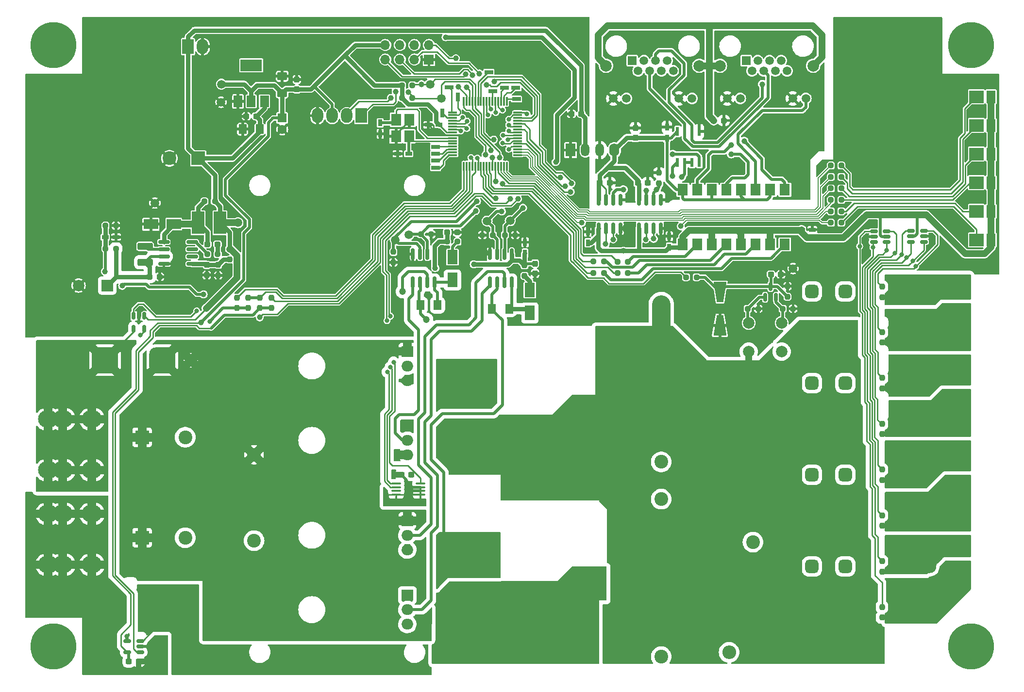
<source format=gbr>
G04 #@! TF.GenerationSoftware,KiCad,Pcbnew,7.99.0-unknown*
G04 #@! TF.CreationDate,2023-05-27T12:11:34+02:00*
G04 #@! TF.ProjectId,driver,64726976-6572-42e6-9b69-6361645f7063,rev?*
G04 #@! TF.SameCoordinates,Original*
G04 #@! TF.FileFunction,Copper,L1,Top*
G04 #@! TF.FilePolarity,Positive*
%FSLAX46Y46*%
G04 Gerber Fmt 4.6, Leading zero omitted, Abs format (unit mm)*
G04 Created by KiCad (PCBNEW 7.99.0-unknown) date 2023-05-27 12:11:34*
%MOMM*%
%LPD*%
G01*
G04 APERTURE LIST*
G04 Aperture macros list*
%AMRoundRect*
0 Rectangle with rounded corners*
0 $1 Rounding radius*
0 $2 $3 $4 $5 $6 $7 $8 $9 X,Y pos of 4 corners*
0 Add a 4 corners polygon primitive as box body*
4,1,4,$2,$3,$4,$5,$6,$7,$8,$9,$2,$3,0*
0 Add four circle primitives for the rounded corners*
1,1,$1+$1,$2,$3*
1,1,$1+$1,$4,$5*
1,1,$1+$1,$6,$7*
1,1,$1+$1,$8,$9*
0 Add four rect primitives between the rounded corners*
20,1,$1+$1,$2,$3,$4,$5,0*
20,1,$1+$1,$4,$5,$6,$7,0*
20,1,$1+$1,$6,$7,$8,$9,0*
20,1,$1+$1,$8,$9,$2,$3,0*%
%AMOutline4P*
0 Free polygon, 4 corners , with rotation*
0 The origin of the aperture is its center*
0 number of corners: always 4*
0 $1 to $8 corner X, Y*
0 $9 Rotation angle, in degrees counterclockwise*
0 create outline with 4 corners*
4,1,4,$1,$2,$3,$4,$5,$6,$7,$8,$1,$2,$9*%
G04 Aperture macros list end*
G04 #@! TA.AperFunction,SMDPad,CuDef*
%ADD10RoundRect,0.237500X-0.300000X-0.237500X0.300000X-0.237500X0.300000X0.237500X-0.300000X0.237500X0*%
G04 #@! TD*
G04 #@! TA.AperFunction,SMDPad,CuDef*
%ADD11RoundRect,0.237500X0.300000X0.237500X-0.300000X0.237500X-0.300000X-0.237500X0.300000X-0.237500X0*%
G04 #@! TD*
G04 #@! TA.AperFunction,SMDPad,CuDef*
%ADD12RoundRect,0.237500X-0.250000X-0.237500X0.250000X-0.237500X0.250000X0.237500X-0.250000X0.237500X0*%
G04 #@! TD*
G04 #@! TA.AperFunction,ComponentPad*
%ADD13R,2.000000X2.600000*%
G04 #@! TD*
G04 #@! TA.AperFunction,ComponentPad*
%ADD14O,2.000000X2.600000*%
G04 #@! TD*
G04 #@! TA.AperFunction,ComponentPad*
%ADD15R,1.500000X1.500000*%
G04 #@! TD*
G04 #@! TA.AperFunction,ComponentPad*
%ADD16C,1.500000*%
G04 #@! TD*
G04 #@! TA.AperFunction,ComponentPad*
%ADD17C,2.000000*%
G04 #@! TD*
G04 #@! TA.AperFunction,SMDPad,CuDef*
%ADD18R,0.750000X1.200000*%
G04 #@! TD*
G04 #@! TA.AperFunction,SMDPad,CuDef*
%ADD19R,1.200000X0.750000*%
G04 #@! TD*
G04 #@! TA.AperFunction,SMDPad,CuDef*
%ADD20RoundRect,0.237500X0.237500X-0.250000X0.237500X0.250000X-0.237500X0.250000X-0.237500X-0.250000X0*%
G04 #@! TD*
G04 #@! TA.AperFunction,SMDPad,CuDef*
%ADD21R,1.800000X2.100000*%
G04 #@! TD*
G04 #@! TA.AperFunction,WasherPad*
%ADD22C,8.000000*%
G04 #@! TD*
G04 #@! TA.AperFunction,SMDPad,CuDef*
%ADD23RoundRect,0.237500X0.250000X0.237500X-0.250000X0.237500X-0.250000X-0.237500X0.250000X-0.237500X0*%
G04 #@! TD*
G04 #@! TA.AperFunction,SMDPad,CuDef*
%ADD24RoundRect,0.237500X0.287500X0.237500X-0.287500X0.237500X-0.287500X-0.237500X0.287500X-0.237500X0*%
G04 #@! TD*
G04 #@! TA.AperFunction,SMDPad,CuDef*
%ADD25R,0.600000X1.550000*%
G04 #@! TD*
G04 #@! TA.AperFunction,SMDPad,CuDef*
%ADD26C,1.500000*%
G04 #@! TD*
G04 #@! TA.AperFunction,SMDPad,CuDef*
%ADD27RoundRect,0.250001X0.462499X0.624999X-0.462499X0.624999X-0.462499X-0.624999X0.462499X-0.624999X0*%
G04 #@! TD*
G04 #@! TA.AperFunction,ComponentPad*
%ADD28R,2.000000X2.000000*%
G04 #@! TD*
G04 #@! TA.AperFunction,SMDPad,CuDef*
%ADD29RoundRect,0.237500X-0.287500X-0.237500X0.287500X-0.237500X0.287500X0.237500X-0.287500X0.237500X0*%
G04 #@! TD*
G04 #@! TA.AperFunction,SMDPad,CuDef*
%ADD30RoundRect,0.237500X-0.237500X0.287500X-0.237500X-0.287500X0.237500X-0.287500X0.237500X0.287500X0*%
G04 #@! TD*
G04 #@! TA.AperFunction,ComponentPad*
%ADD31R,2.400000X2.400000*%
G04 #@! TD*
G04 #@! TA.AperFunction,ComponentPad*
%ADD32C,2.400000*%
G04 #@! TD*
G04 #@! TA.AperFunction,ComponentPad*
%ADD33R,1.600000X1.600000*%
G04 #@! TD*
G04 #@! TA.AperFunction,ComponentPad*
%ADD34C,1.600000*%
G04 #@! TD*
G04 #@! TA.AperFunction,SMDPad,CuDef*
%ADD35RoundRect,0.250001X0.624999X-0.462499X0.624999X0.462499X-0.624999X0.462499X-0.624999X-0.462499X0*%
G04 #@! TD*
G04 #@! TA.AperFunction,SMDPad,CuDef*
%ADD36R,1.800000X2.500000*%
G04 #@! TD*
G04 #@! TA.AperFunction,SMDPad,CuDef*
%ADD37R,2.500000X1.800000*%
G04 #@! TD*
G04 #@! TA.AperFunction,SMDPad,CuDef*
%ADD38R,2.200000X3.900000*%
G04 #@! TD*
G04 #@! TA.AperFunction,SMDPad,CuDef*
%ADD39RoundRect,0.250000X-1.075000X0.375000X-1.075000X-0.375000X1.075000X-0.375000X1.075000X0.375000X0*%
G04 #@! TD*
G04 #@! TA.AperFunction,SMDPad,CuDef*
%ADD40RoundRect,0.237500X-0.237500X0.250000X-0.237500X-0.250000X0.237500X-0.250000X0.237500X0.250000X0*%
G04 #@! TD*
G04 #@! TA.AperFunction,SMDPad,CuDef*
%ADD41RoundRect,0.150000X-0.825000X-0.150000X0.825000X-0.150000X0.825000X0.150000X-0.825000X0.150000X0*%
G04 #@! TD*
G04 #@! TA.AperFunction,SMDPad,CuDef*
%ADD42RoundRect,0.150000X-0.150000X0.825000X-0.150000X-0.825000X0.150000X-0.825000X0.150000X0.825000X0*%
G04 #@! TD*
G04 #@! TA.AperFunction,SMDPad,CuDef*
%ADD43R,1.500000X2.000000*%
G04 #@! TD*
G04 #@! TA.AperFunction,SMDPad,CuDef*
%ADD44R,3.800000X2.000000*%
G04 #@! TD*
G04 #@! TA.AperFunction,SMDPad,CuDef*
%ADD45RoundRect,0.237500X0.237500X-0.300000X0.237500X0.300000X-0.237500X0.300000X-0.237500X-0.300000X0*%
G04 #@! TD*
G04 #@! TA.AperFunction,ComponentPad*
%ADD46RoundRect,0.575000X-0.575000X-0.575000X0.575000X-0.575000X0.575000X0.575000X-0.575000X0.575000X0*%
G04 #@! TD*
G04 #@! TA.AperFunction,ComponentPad*
%ADD47C,2.300000*%
G04 #@! TD*
G04 #@! TA.AperFunction,ComponentPad*
%ADD48O,4.500000X3.000000*%
G04 #@! TD*
G04 #@! TA.AperFunction,SMDPad,CuDef*
%ADD49R,6.000000X6.000000*%
G04 #@! TD*
G04 #@! TA.AperFunction,HeatsinkPad*
%ADD50R,6.000000X6.000000*%
G04 #@! TD*
G04 #@! TA.AperFunction,SMDPad,CuDef*
%ADD51R,2.500000X2.200000*%
G04 #@! TD*
G04 #@! TA.AperFunction,SMDPad,CuDef*
%ADD52R,1.550000X2.200000*%
G04 #@! TD*
G04 #@! TA.AperFunction,ComponentPad*
%ADD53O,3.500000X3.000000*%
G04 #@! TD*
G04 #@! TA.AperFunction,SMDPad,CuDef*
%ADD54RoundRect,0.100000X-0.712500X-0.100000X0.712500X-0.100000X0.712500X0.100000X-0.712500X0.100000X0*%
G04 #@! TD*
G04 #@! TA.AperFunction,SMDPad,CuDef*
%ADD55R,1.500000X0.800000*%
G04 #@! TD*
G04 #@! TA.AperFunction,SMDPad,CuDef*
%ADD56R,0.800000X1.500000*%
G04 #@! TD*
G04 #@! TA.AperFunction,ComponentPad*
%ADD57O,2.400000X2.400000*%
G04 #@! TD*
G04 #@! TA.AperFunction,SMDPad,CuDef*
%ADD58RoundRect,0.150000X0.150000X-0.825000X0.150000X0.825000X-0.150000X0.825000X-0.150000X-0.825000X0*%
G04 #@! TD*
G04 #@! TA.AperFunction,ComponentPad*
%ADD59RoundRect,1.125000X1.125000X1.125000X-1.125000X1.125000X-1.125000X-1.125000X1.125000X-1.125000X0*%
G04 #@! TD*
G04 #@! TA.AperFunction,SMDPad,CuDef*
%ADD60RoundRect,0.150000X0.512500X0.150000X-0.512500X0.150000X-0.512500X-0.150000X0.512500X-0.150000X0*%
G04 #@! TD*
G04 #@! TA.AperFunction,SMDPad,CuDef*
%ADD61R,1.780000X2.000000*%
G04 #@! TD*
G04 #@! TA.AperFunction,SMDPad,CuDef*
%ADD62RoundRect,0.075000X-0.700000X-0.075000X0.700000X-0.075000X0.700000X0.075000X-0.700000X0.075000X0*%
G04 #@! TD*
G04 #@! TA.AperFunction,SMDPad,CuDef*
%ADD63RoundRect,0.075000X-0.075000X-0.700000X0.075000X-0.700000X0.075000X0.700000X-0.075000X0.700000X0*%
G04 #@! TD*
G04 #@! TA.AperFunction,ComponentPad*
%ADD64R,1.750000X2.250000*%
G04 #@! TD*
G04 #@! TA.AperFunction,ComponentPad*
%ADD65O,1.500000X2.250000*%
G04 #@! TD*
G04 #@! TA.AperFunction,ComponentPad*
%ADD66O,1.750000X2.250000*%
G04 #@! TD*
G04 #@! TA.AperFunction,SMDPad,CuDef*
%ADD67RoundRect,0.237500X-0.237500X0.300000X-0.237500X-0.300000X0.237500X-0.300000X0.237500X0.300000X0*%
G04 #@! TD*
G04 #@! TA.AperFunction,SMDPad,CuDef*
%ADD68Outline4P,-1.800000X-1.150000X1.800000X-0.550000X1.800000X0.550000X-1.800000X1.150000X270.000000*%
G04 #@! TD*
G04 #@! TA.AperFunction,SMDPad,CuDef*
%ADD69Outline4P,-1.800000X-1.150000X1.800000X-0.550000X1.800000X0.550000X-1.800000X1.150000X90.000000*%
G04 #@! TD*
G04 #@! TA.AperFunction,ComponentPad*
%ADD70R,2.000000X1.905000*%
G04 #@! TD*
G04 #@! TA.AperFunction,ComponentPad*
%ADD71O,2.000000X1.905000*%
G04 #@! TD*
G04 #@! TA.AperFunction,SMDPad,CuDef*
%ADD72RoundRect,0.150000X-0.150000X0.512500X-0.150000X-0.512500X0.150000X-0.512500X0.150000X0.512500X0*%
G04 #@! TD*
G04 #@! TA.AperFunction,SMDPad,CuDef*
%ADD73RoundRect,0.150000X-0.512500X-0.150000X0.512500X-0.150000X0.512500X0.150000X-0.512500X0.150000X0*%
G04 #@! TD*
G04 #@! TA.AperFunction,ComponentPad*
%ADD74R,1.700000X1.700000*%
G04 #@! TD*
G04 #@! TA.AperFunction,ComponentPad*
%ADD75O,1.700000X1.700000*%
G04 #@! TD*
G04 #@! TA.AperFunction,SMDPad,CuDef*
%ADD76RoundRect,0.150000X0.150000X-0.587500X0.150000X0.587500X-0.150000X0.587500X-0.150000X-0.587500X0*%
G04 #@! TD*
G04 #@! TA.AperFunction,ViaPad*
%ADD77C,0.800000*%
G04 #@! TD*
G04 #@! TA.AperFunction,ViaPad*
%ADD78C,1.000000*%
G04 #@! TD*
G04 #@! TA.AperFunction,ViaPad*
%ADD79C,1.600000*%
G04 #@! TD*
G04 #@! TA.AperFunction,ViaPad*
%ADD80C,1.200000*%
G04 #@! TD*
G04 #@! TA.AperFunction,Conductor*
%ADD81C,0.250000*%
G04 #@! TD*
G04 #@! TA.AperFunction,Conductor*
%ADD82C,0.500000*%
G04 #@! TD*
G04 #@! TA.AperFunction,Conductor*
%ADD83C,1.200000*%
G04 #@! TD*
G04 #@! TA.AperFunction,Conductor*
%ADD84C,0.800000*%
G04 #@! TD*
G04 #@! TA.AperFunction,Conductor*
%ADD85C,3.200000*%
G04 #@! TD*
G04 #@! TA.AperFunction,Conductor*
%ADD86C,0.150000*%
G04 #@! TD*
G04 APERTURE END LIST*
D10*
X72875000Y-149700000D03*
X74600000Y-149700000D03*
D11*
X122100000Y-117100000D03*
X120375000Y-117100000D03*
D12*
X120487500Y-49100000D03*
X122312500Y-49100000D03*
D13*
X83200000Y-42350000D03*
D14*
X85740000Y-42350000D03*
D15*
X180500000Y-44800000D03*
D16*
X181520000Y-46580000D03*
X182540000Y-44800000D03*
X183560000Y-46580000D03*
X184580000Y-44800000D03*
X185600000Y-46580000D03*
X186620000Y-44800000D03*
X187640000Y-46580000D03*
X177200000Y-51400000D03*
X179490000Y-51400000D03*
X188630000Y-51400000D03*
X190920000Y-51400000D03*
D17*
X175930000Y-45690000D03*
X192190000Y-45690000D03*
D12*
X195287500Y-71100000D03*
X197112500Y-71100000D03*
D18*
X167100000Y-77350000D03*
X167100000Y-75450000D03*
D19*
X121650000Y-61050000D03*
X119750000Y-61050000D03*
D18*
X116700000Y-57550000D03*
X116700000Y-55650000D03*
X141950000Y-78400000D03*
X141950000Y-76500000D03*
X152900000Y-76600000D03*
X152900000Y-74700000D03*
D13*
X113400000Y-54400000D03*
D14*
X110860000Y-54400000D03*
X108320000Y-54400000D03*
X105780000Y-54400000D03*
D20*
X165300000Y-66212500D03*
X165300000Y-64387500D03*
D12*
X120487500Y-51300000D03*
X122312500Y-51300000D03*
D21*
X119450000Y-55100000D03*
X119450000Y-58000000D03*
X121750000Y-58000000D03*
X121750000Y-55100000D03*
D22*
X59700000Y-42100000D03*
X219700000Y-42100000D03*
X59700000Y-147100000D03*
X219700000Y-147100000D03*
D19*
X68750000Y-75600000D03*
X70650000Y-75600000D03*
D12*
X195287500Y-65100000D03*
X197112500Y-65100000D03*
D15*
X160650000Y-44800000D03*
D16*
X161670000Y-46580000D03*
X162690000Y-44800000D03*
X163710000Y-46580000D03*
X164730000Y-44800000D03*
X165750000Y-46580000D03*
X166770000Y-44800000D03*
X167790000Y-46580000D03*
X157350000Y-51400000D03*
X159640000Y-51400000D03*
X168780000Y-51400000D03*
X171070000Y-51400000D03*
D17*
X156080000Y-45690000D03*
X172340000Y-45690000D03*
D23*
X136337500Y-75250000D03*
X134512500Y-75250000D03*
D24*
X176625000Y-55250000D03*
X174875000Y-55250000D03*
D25*
X168545000Y-62550000D03*
X169815000Y-62550000D03*
X171085000Y-62550000D03*
X172355000Y-62550000D03*
X172355000Y-57150000D03*
X171085000Y-57150000D03*
X169815000Y-57150000D03*
X168545000Y-57150000D03*
D18*
X166700000Y-58300000D03*
X166700000Y-56400000D03*
D26*
X89000000Y-48900000D03*
X135350000Y-72800000D03*
X125400000Y-48900000D03*
X127400000Y-51400000D03*
X77400000Y-69650000D03*
X88950000Y-52050000D03*
D27*
X126687500Y-87500000D03*
X123712500Y-87500000D03*
D12*
X195287500Y-67100000D03*
X197112500Y-67100000D03*
X195287500Y-73100000D03*
X197112500Y-73100000D03*
D19*
X126950000Y-56000000D03*
X125050000Y-56000000D03*
D23*
X70612500Y-73600000D03*
X68787500Y-73600000D03*
D19*
X190150000Y-74300000D03*
X192050000Y-74300000D03*
D28*
X69100000Y-84050000D03*
D17*
X64100000Y-84050000D03*
D29*
X76475000Y-82550000D03*
X78225000Y-82550000D03*
D24*
X88325000Y-76850000D03*
X86575000Y-76850000D03*
D30*
X86450000Y-80475000D03*
X86450000Y-82225000D03*
D31*
X84950000Y-61850000D03*
D32*
X79950000Y-61850000D03*
D27*
X139175000Y-88100000D03*
X136200000Y-88100000D03*
X95687500Y-56750000D03*
X92712500Y-56750000D03*
D33*
X99600000Y-54800000D03*
D34*
X99600000Y-56800000D03*
D35*
X99600000Y-50487500D03*
X99600000Y-47512500D03*
D36*
X129300000Y-83100000D03*
X129300000Y-79100000D03*
D37*
X80700000Y-73350000D03*
X76700000Y-73350000D03*
D36*
X142800000Y-88850000D03*
X142800000Y-84850000D03*
D38*
X88750000Y-73100000D03*
X84950000Y-73100000D03*
D39*
X75700000Y-77200000D03*
X75700000Y-80000000D03*
D23*
X130162500Y-76400000D03*
X128337500Y-76400000D03*
X88362500Y-78600000D03*
X86537500Y-78600000D03*
X87862500Y-69350000D03*
X86037500Y-69350000D03*
D40*
X90450000Y-77687500D03*
X90450000Y-79512500D03*
X88450000Y-80437500D03*
X88450000Y-82262500D03*
D12*
X138437500Y-75250000D03*
X140262500Y-75250000D03*
D26*
X139350000Y-72750000D03*
X91900000Y-73100000D03*
D41*
X78975000Y-76445000D03*
X78975000Y-77715000D03*
X78975000Y-78985000D03*
X78975000Y-80255000D03*
X83925000Y-80255000D03*
X83925000Y-78985000D03*
X83925000Y-77715000D03*
X83925000Y-76445000D03*
D42*
X139655000Y-78575000D03*
X138385000Y-78575000D03*
X137115000Y-78575000D03*
X135845000Y-78575000D03*
X135845000Y-83525000D03*
X137115000Y-83525000D03*
X138385000Y-83525000D03*
X139655000Y-83525000D03*
D43*
X91900000Y-51900000D03*
X94200000Y-51900000D03*
X96500000Y-51900000D03*
D44*
X94200000Y-45600000D03*
D11*
X95062500Y-54500000D03*
X93337500Y-54500000D03*
D45*
X102150000Y-49812500D03*
X102150000Y-48087500D03*
D20*
X141850000Y-82362500D03*
X141850000Y-80537500D03*
D42*
X126205000Y-78575000D03*
X124935000Y-78575000D03*
X123665000Y-78575000D03*
X122395000Y-78575000D03*
X122395000Y-83525000D03*
X123665000Y-83525000D03*
X124935000Y-83525000D03*
X126205000Y-83525000D03*
D29*
X128375000Y-74800000D03*
X130125000Y-74800000D03*
D23*
X70612500Y-77600000D03*
X68787500Y-77600000D03*
D20*
X204200000Y-142012500D03*
X204200000Y-140187500D03*
D46*
X192000000Y-109100000D03*
X197800000Y-109100000D03*
D47*
X206700000Y-109100000D03*
X212500000Y-109100000D03*
D32*
X94700000Y-113600000D03*
X94700000Y-128600000D03*
D12*
X180787500Y-88100000D03*
X182612500Y-88100000D03*
D20*
X93700000Y-88012500D03*
X93700000Y-86187500D03*
D40*
X204200000Y-116187500D03*
X204200000Y-118012500D03*
D48*
X217200000Y-119600000D03*
X217200000Y-114600000D03*
D40*
X204200000Y-108187500D03*
X204200000Y-110012500D03*
D23*
X171862500Y-82600000D03*
X170037500Y-82600000D03*
D49*
X130050000Y-130885000D03*
X130050000Y-141315000D03*
D50*
X153200000Y-136100000D03*
D51*
X220650000Y-51100000D03*
D52*
X223225000Y-51100000D03*
D46*
X192000000Y-133100000D03*
X197800000Y-133100000D03*
D47*
X206700000Y-133100000D03*
X212500000Y-133100000D03*
D53*
X66420000Y-107400000D03*
X61340000Y-107400000D03*
X58800000Y-107400000D03*
X66420000Y-116290000D03*
X61340000Y-116290000D03*
X58800000Y-116290000D03*
X66420865Y-123910000D03*
X61340865Y-123910000D03*
X58800865Y-123910000D03*
X66420865Y-132800000D03*
X61340865Y-132800000D03*
X58800865Y-132800000D03*
D46*
X192000000Y-125100000D03*
X197800000Y-125100000D03*
D47*
X206700000Y-125100000D03*
X212500000Y-125100000D03*
D54*
X119487500Y-118625000D03*
X119487500Y-119275000D03*
X119487500Y-119925000D03*
X119487500Y-120575000D03*
X123712500Y-120575000D03*
X123712500Y-119925000D03*
X123712500Y-119275000D03*
X123712500Y-118625000D03*
D12*
X195287500Y-63100000D03*
X197112500Y-63100000D03*
D46*
X192000000Y-101100000D03*
X197800000Y-101100000D03*
D47*
X206700000Y-101100000D03*
X212500000Y-101100000D03*
D55*
X140350000Y-49550000D03*
D56*
X127550000Y-53950000D03*
D32*
X197860000Y-148100000D03*
D57*
X177540000Y-148100000D03*
D58*
X161795000Y-74075000D03*
X163065000Y-74075000D03*
X164335000Y-74075000D03*
X165605000Y-74075000D03*
X165605000Y-69125000D03*
X164335000Y-69125000D03*
X163065000Y-69125000D03*
X161795000Y-69125000D03*
D45*
X161200000Y-58262500D03*
X161200000Y-56537500D03*
D20*
X204200000Y-134012500D03*
X204200000Y-132187500D03*
D59*
X78700000Y-142100000D03*
X68700000Y-142100000D03*
D60*
X211500000Y-76425000D03*
X211500000Y-75475000D03*
X211500000Y-74525000D03*
X209225000Y-74525000D03*
X209225000Y-75475000D03*
X209225000Y-76425000D03*
D20*
X97700000Y-88012500D03*
X97700000Y-86187500D03*
D59*
X78700000Y-97100000D03*
X68700000Y-97100000D03*
D61*
X169470000Y-76879491D03*
X172010000Y-76879491D03*
X174550000Y-76879491D03*
X177090000Y-76879491D03*
X179630000Y-76879491D03*
X182170000Y-76879491D03*
X184710000Y-76879491D03*
X187250000Y-76879491D03*
X187250000Y-67349491D03*
X184710000Y-67349491D03*
X182170000Y-67349491D03*
X179630000Y-67349491D03*
X177090000Y-67349491D03*
X174550000Y-67349491D03*
X172010000Y-67349491D03*
X169470000Y-67349491D03*
D20*
X91700000Y-88012500D03*
X91700000Y-86187500D03*
D51*
X220650000Y-66100000D03*
D52*
X223225000Y-66100000D03*
D56*
X130250000Y-51100000D03*
D55*
X126350000Y-62250000D03*
D10*
X154987500Y-66110000D03*
X156712500Y-66110000D03*
D62*
X129330509Y-53810000D03*
X129330509Y-54310000D03*
X129330509Y-54810000D03*
X129330509Y-55310000D03*
X129330509Y-55810000D03*
X129330509Y-56310000D03*
X129330509Y-56810000D03*
X129330509Y-57310000D03*
X129330509Y-57810000D03*
X129330509Y-58310000D03*
X129330509Y-58810000D03*
X129330509Y-59310000D03*
X129330509Y-59810000D03*
X129330509Y-60310000D03*
X129330509Y-60810000D03*
X129330509Y-61310000D03*
D63*
X131255509Y-63235000D03*
X131755509Y-63235000D03*
X132255509Y-63235000D03*
X132755509Y-63235000D03*
X133255509Y-63235000D03*
X133755509Y-63235000D03*
X134255509Y-63235000D03*
X134755509Y-63235000D03*
X135255509Y-63235000D03*
X135755509Y-63235000D03*
X136255509Y-63235000D03*
X136755509Y-63235000D03*
X137255509Y-63235000D03*
X137755509Y-63235000D03*
X138255509Y-63235000D03*
X138755509Y-63235000D03*
D62*
X140680509Y-61310000D03*
X140680509Y-60810000D03*
X140680509Y-60310000D03*
X140680509Y-59810000D03*
X140680509Y-59310000D03*
X140680509Y-58810000D03*
X140680509Y-58310000D03*
X140680509Y-57810000D03*
X140680509Y-57310000D03*
X140680509Y-56810000D03*
X140680509Y-56310000D03*
X140680509Y-55810000D03*
X140680509Y-55310000D03*
X140680509Y-54810000D03*
X140680509Y-54310000D03*
X140680509Y-53810000D03*
D63*
X138755509Y-51885000D03*
X138255509Y-51885000D03*
X137755509Y-51885000D03*
X137255509Y-51885000D03*
X136755509Y-51885000D03*
X136255509Y-51885000D03*
X135755509Y-51885000D03*
X135255509Y-51885000D03*
X134755509Y-51885000D03*
X134255509Y-51885000D03*
X133755509Y-51885000D03*
X133255509Y-51885000D03*
X132755509Y-51885000D03*
X132255509Y-51885000D03*
X131755509Y-51885000D03*
X131255509Y-51885000D03*
D55*
X135650000Y-46800000D03*
D10*
X161637500Y-66120000D03*
X163362500Y-66120000D03*
D26*
X83700000Y-97100000D03*
D12*
X186875000Y-88100000D03*
X188700000Y-88100000D03*
D40*
X95700000Y-86187500D03*
X95700000Y-88012500D03*
D23*
X159912500Y-79900000D03*
X158087500Y-79900000D03*
D48*
X217200000Y-89600000D03*
X217200000Y-84600000D03*
D32*
X165700000Y-87350000D03*
X165700000Y-114850000D03*
D23*
X155712500Y-79850000D03*
X153887500Y-79850000D03*
D46*
X192000000Y-93100000D03*
X197800000Y-93100000D03*
D47*
X206700000Y-93100000D03*
X212500000Y-93100000D03*
D26*
X119350000Y-76110000D03*
D40*
X204200000Y-100187500D03*
X204200000Y-102012500D03*
D48*
X217200000Y-104600000D03*
X217200000Y-99600000D03*
D46*
X192000000Y-85100000D03*
X197800000Y-85100000D03*
D47*
X206700000Y-85100000D03*
X212500000Y-85100000D03*
D51*
X220650000Y-76100000D03*
D52*
X223225000Y-76100000D03*
D55*
X128700000Y-49450000D03*
D32*
X181700000Y-101350000D03*
X181700000Y-128850000D03*
D55*
X126350000Y-63500000D03*
D17*
X180950000Y-95600000D03*
X180950000Y-90600000D03*
D64*
X149895000Y-60409491D03*
D65*
X152435000Y-60409491D03*
X154975000Y-60409491D03*
D66*
X157515000Y-60409491D03*
D67*
X143700000Y-80237500D03*
X143700000Y-81962500D03*
D68*
X175950000Y-85200000D03*
D69*
X175950000Y-91000000D03*
D70*
X121430000Y-95560000D03*
D71*
X121430000Y-98100000D03*
X121430000Y-100640000D03*
D55*
X140450000Y-51500000D03*
D40*
X119010000Y-78187500D03*
X119010000Y-80012500D03*
D49*
X130050000Y-100885000D03*
X130050000Y-111315000D03*
D50*
X153200000Y-106100000D03*
D72*
X75550000Y-89362500D03*
X74600000Y-89362500D03*
X73650000Y-89362500D03*
X73650000Y-91637500D03*
X75550000Y-91637500D03*
D31*
X75200000Y-110550000D03*
D32*
X82700000Y-110550000D03*
D12*
X195287500Y-69100000D03*
X197112500Y-69100000D03*
D11*
X184837500Y-82100000D03*
X186562500Y-82100000D03*
D60*
X74837500Y-148050000D03*
X74837500Y-147100000D03*
X74837500Y-146150000D03*
X72562500Y-146150000D03*
X72562500Y-148050000D03*
D51*
X220650000Y-71100000D03*
D52*
X223225000Y-71100000D03*
D26*
X188700000Y-81100000D03*
D46*
X192000000Y-141100000D03*
X197800000Y-141100000D03*
D47*
X206700000Y-141100000D03*
X212500000Y-141100000D03*
D70*
X121430000Y-138110000D03*
D71*
X121430000Y-140650000D03*
X121430000Y-143190000D03*
D70*
X121430000Y-125110000D03*
D71*
X121430000Y-127650000D03*
X121430000Y-130190000D03*
D46*
X192000000Y-117100000D03*
X197800000Y-117100000D03*
D47*
X206700000Y-117100000D03*
X212500000Y-117100000D03*
D73*
X202762500Y-74575000D03*
X202762500Y-75525000D03*
X202762500Y-76475000D03*
X205037500Y-76475000D03*
X205037500Y-75525000D03*
X205037500Y-74575000D03*
D26*
X121700000Y-75200000D03*
D23*
X155712500Y-81900000D03*
X153887500Y-81900000D03*
D51*
X220650000Y-56100000D03*
D52*
X223225000Y-56100000D03*
D51*
X220650000Y-61100000D03*
D52*
X223225000Y-61100000D03*
D20*
X187700000Y-86012500D03*
X187700000Y-84187500D03*
D48*
X217200000Y-134600000D03*
X217200000Y-129600000D03*
D11*
X151762500Y-54090000D03*
X150037500Y-54090000D03*
D20*
X204200000Y-86112500D03*
X204200000Y-84287500D03*
D31*
X75200000Y-128100000D03*
D32*
X82700000Y-128100000D03*
D55*
X126350000Y-61050000D03*
D12*
X123787500Y-75100000D03*
X125612500Y-75100000D03*
D20*
X204200000Y-94012500D03*
X204200000Y-92187500D03*
D74*
X125200000Y-44600000D03*
D75*
X125200000Y-42060000D03*
X122660000Y-44600000D03*
X122660000Y-42060000D03*
X120120000Y-44600000D03*
X120120000Y-42060000D03*
X117580000Y-44600000D03*
X117580000Y-42060000D03*
D76*
X183800000Y-86100000D03*
X185700000Y-86100000D03*
X184750000Y-84225000D03*
D17*
X186700000Y-95600000D03*
X186700000Y-90600000D03*
D58*
X154795000Y-74075000D03*
X156065000Y-74075000D03*
X157335000Y-74075000D03*
X158605000Y-74075000D03*
X158605000Y-69125000D03*
X157335000Y-69125000D03*
X156065000Y-69125000D03*
X154795000Y-69125000D03*
D32*
X165700000Y-148850000D03*
X165700000Y-121350000D03*
D55*
X136350000Y-50150000D03*
D40*
X204200000Y-126012500D03*
X204200000Y-124187500D03*
D55*
X126350000Y-59850000D03*
D23*
X159912500Y-81900000D03*
X158087500Y-81900000D03*
D70*
X121430000Y-108560000D03*
D71*
X121430000Y-111100000D03*
X121430000Y-113640000D03*
D55*
X138400000Y-49550000D03*
D77*
X132500000Y-61700000D03*
D78*
X121600000Y-119700000D03*
X85425250Y-90525250D03*
D77*
X118480949Y-89386672D03*
X117900000Y-90200000D03*
D78*
X133350000Y-71050000D03*
X220950000Y-53350000D03*
D79*
X159700000Y-74100000D03*
X102450000Y-88600000D03*
D78*
X105700000Y-45100000D03*
X213000000Y-75700000D03*
D79*
X72700000Y-43100000D03*
D78*
X110700000Y-47100000D03*
X103300000Y-52500000D03*
D77*
X75089340Y-88100000D03*
D79*
X120152000Y-62738000D03*
D78*
X106000000Y-51700000D03*
D79*
X117024011Y-59350000D03*
X221200000Y-48100000D03*
X94200000Y-81850000D03*
D78*
X152300000Y-69500000D03*
D77*
X72500000Y-145300000D03*
D79*
X147700000Y-50100000D03*
X145500000Y-81600000D03*
X134700000Y-43100000D03*
D78*
X221700000Y-68850000D03*
D79*
X79700000Y-69600000D03*
X89450000Y-63350000D03*
X80950000Y-80350000D03*
X73700000Y-85100000D03*
X85450000Y-83850000D03*
D78*
X107700000Y-50100000D03*
D79*
X145163935Y-86543129D03*
X131450000Y-58300000D03*
D78*
X150700000Y-39100000D03*
D79*
X113450000Y-78350000D03*
X95700000Y-41350000D03*
X126900000Y-66400000D03*
X84950000Y-47600000D03*
X90950000Y-56850000D03*
D78*
X126700000Y-75100000D03*
D79*
X91400000Y-65900000D03*
X167350000Y-73700000D03*
X99700000Y-45600000D03*
X150000000Y-55700000D03*
D78*
X113700000Y-44100000D03*
D79*
X212700000Y-42100000D03*
X72450000Y-73600000D03*
X91450000Y-54350000D03*
X102200000Y-46350000D03*
D78*
X106700000Y-44100000D03*
X220950000Y-58850000D03*
D79*
X90200000Y-50600000D03*
X77200000Y-85600000D03*
D78*
X108700000Y-42100000D03*
D79*
X137200000Y-55600000D03*
X121250000Y-79900000D03*
X94200000Y-77600000D03*
X87450000Y-83850000D03*
D78*
X220950000Y-63600000D03*
D79*
X142050000Y-74500000D03*
X134700000Y-78300000D03*
X113450000Y-75850000D03*
X196950000Y-59100000D03*
D78*
X149700000Y-63100000D03*
X107700000Y-43100000D03*
D79*
X70700000Y-90100000D03*
X132450000Y-74100000D03*
D80*
X153100000Y-73522054D03*
D78*
X201300000Y-75700000D03*
D79*
X79950000Y-82600000D03*
X104150000Y-81280000D03*
X91400000Y-67700000D03*
X72450000Y-75600000D03*
D78*
X114200000Y-50200000D03*
X152100000Y-63100000D03*
D79*
X124950000Y-54600000D03*
X60700000Y-76100000D03*
D78*
X116900000Y-54000000D03*
D79*
X84950000Y-53600000D03*
D78*
X147300000Y-62500000D03*
D77*
X119023518Y-97464129D03*
D78*
X128100000Y-40700000D03*
X159100000Y-78000000D03*
X68700000Y-81600000D03*
X71700000Y-84100000D03*
X85900000Y-85600000D03*
X95700000Y-89600000D03*
D79*
X140300000Y-142900000D03*
X138500000Y-137500000D03*
X140300000Y-139300000D03*
X134900000Y-144700000D03*
X136700000Y-139300000D03*
X138500000Y-141100000D03*
X134900000Y-146500000D03*
X134900000Y-137500000D03*
X138500000Y-142900000D03*
X138500000Y-146500000D03*
X136700000Y-137500000D03*
X136700000Y-144700000D03*
X134900000Y-141100000D03*
X134900000Y-139300000D03*
X136700000Y-146500000D03*
X138500000Y-144700000D03*
X138500000Y-139300000D03*
X136700000Y-141100000D03*
X140300000Y-144700000D03*
X140300000Y-137500000D03*
X140300000Y-141100000D03*
X136700000Y-142900000D03*
X140300000Y-146500000D03*
X134900000Y-142900000D03*
D77*
X74900000Y-92700000D03*
D80*
X120600000Y-85100000D03*
D78*
X135250000Y-49050000D03*
X134000000Y-47050000D03*
X132800959Y-47294534D03*
X136600000Y-48450000D03*
X183300000Y-48900000D03*
D80*
X158300000Y-65300000D03*
D78*
X176800000Y-63300000D03*
D80*
X163300000Y-63300000D03*
X161300000Y-54700000D03*
X164700000Y-61900000D03*
D78*
X163700000Y-41100000D03*
D80*
X166900000Y-68900000D03*
X177900000Y-53900000D03*
X160100000Y-68900000D03*
D78*
X193200000Y-51100000D03*
D79*
X165700000Y-48850000D03*
D78*
X183700000Y-41100000D03*
X193200000Y-59100000D03*
X190700000Y-67100000D03*
D80*
X163100000Y-56500000D03*
D78*
X168950000Y-59600000D03*
D77*
X118475500Y-98300000D03*
D78*
X118563500Y-51300000D03*
X121587000Y-50300000D03*
X136016990Y-60483010D03*
X140700000Y-68900000D03*
X139400000Y-68900000D03*
D77*
X117945765Y-99147576D03*
D78*
X119388000Y-50200000D03*
X137500000Y-61700000D03*
X123900000Y-48900000D03*
X180150701Y-58849500D03*
X151856429Y-73096260D03*
X169100000Y-73700000D03*
X133000000Y-80350000D03*
D80*
X86350000Y-88050000D03*
D78*
X126300000Y-81000000D03*
X177900000Y-61100000D03*
X177900000Y-59500000D03*
X169300000Y-65100000D03*
X164900000Y-67300000D03*
D77*
X84700000Y-88500000D03*
X86948481Y-90344831D03*
D78*
X148927962Y-66696538D03*
X163000000Y-76000000D03*
X148100000Y-65200000D03*
X164400000Y-75900000D03*
X163100000Y-67500000D03*
X167700000Y-64900000D03*
X156000000Y-76800000D03*
X150038603Y-66243457D03*
X157300000Y-76000000D03*
X149910136Y-67698046D03*
X159100000Y-67300000D03*
X167700000Y-61100000D03*
D77*
X138000000Y-53400000D03*
X136850000Y-53850000D03*
X136000000Y-53300000D03*
X135500000Y-54250000D03*
D78*
X138000000Y-66280036D03*
X136800000Y-68828076D03*
D77*
X131050000Y-54700000D03*
X131850000Y-55350000D03*
X133650000Y-61800000D03*
X130750000Y-57050000D03*
X131800000Y-56650000D03*
D78*
X131749131Y-49424889D03*
X131600000Y-47175500D03*
X130300000Y-49400000D03*
X129900000Y-44400000D03*
D79*
X134300000Y-98300000D03*
X136100000Y-100100000D03*
X134300000Y-100100000D03*
X136100000Y-103700000D03*
X134300000Y-101900000D03*
X134300000Y-103700000D03*
X136100000Y-98300000D03*
D80*
X124754956Y-90000000D03*
D79*
X136100000Y-101900000D03*
X134100000Y-133700000D03*
X135900000Y-131900000D03*
X134100000Y-128300000D03*
X135900000Y-128300000D03*
X134100000Y-130100000D03*
X135900000Y-133700000D03*
X135900000Y-130100000D03*
X134100000Y-131900000D03*
D78*
X136500000Y-58600000D03*
X141600000Y-70500000D03*
X136250000Y-61750000D03*
X137900000Y-71100000D03*
X135072049Y-61221855D03*
X136866253Y-65888341D03*
X133554498Y-69345502D03*
D77*
X139100000Y-56050000D03*
X205037500Y-77900000D03*
X206400000Y-78400000D03*
X139100000Y-57050000D03*
X142300000Y-54085500D03*
X200300000Y-77200000D03*
X202600000Y-77400000D03*
X139100000Y-55050497D03*
X209600000Y-79800000D03*
X138050000Y-59150000D03*
X139100000Y-60250000D03*
X210100000Y-80700000D03*
X138150000Y-57800000D03*
X207650000Y-78650000D03*
X139000000Y-58550000D03*
X208500000Y-79200000D03*
D81*
X134000000Y-47050000D02*
X132174511Y-45224511D01*
X132174511Y-45224511D02*
X128624511Y-45224511D01*
X128624511Y-45224511D02*
X126634511Y-43234511D01*
X126634511Y-43234511D02*
X124025489Y-43234511D01*
X124025489Y-43234511D02*
X122660000Y-44600000D01*
X129900000Y-44400000D02*
X128700000Y-44400000D01*
X128700000Y-44400000D02*
X126360000Y-42060000D01*
X126360000Y-42060000D02*
X125200000Y-42060000D01*
X131255509Y-63235000D02*
X131255509Y-67271699D01*
X131255509Y-67271699D02*
X128827208Y-69700000D01*
X99785718Y-85850000D02*
X98686197Y-84750480D01*
X128827208Y-69700000D02*
X120800000Y-69700000D01*
X120800000Y-69700000D02*
X115351440Y-75148560D01*
X115351440Y-75148560D02*
X115351440Y-79441406D01*
X108942846Y-85850000D02*
X99785718Y-85850000D01*
X115351440Y-79441406D02*
X108942846Y-85850000D01*
X98686197Y-84750480D02*
X93137020Y-84750480D01*
X93137020Y-84750480D02*
X91700000Y-86187500D01*
X95700000Y-86187500D02*
X96687500Y-85200000D01*
X96687500Y-85200000D02*
X98500000Y-85200000D01*
X98500000Y-85200000D02*
X99600000Y-86300000D01*
X99600000Y-86300000D02*
X109128564Y-86300000D01*
X109128564Y-86300000D02*
X115800960Y-79627604D01*
X115800960Y-79627604D02*
X115800960Y-75362644D01*
X115800960Y-75362644D02*
X121013604Y-70150000D01*
X131755509Y-67408095D02*
X131755509Y-63235000D01*
X121013604Y-70150000D02*
X129013604Y-70150000D01*
X129013604Y-70150000D02*
X131755509Y-67408095D01*
X132255509Y-63235000D02*
X132255509Y-67544491D01*
X98294641Y-86782141D02*
X97700000Y-86187500D01*
X132255509Y-67544491D02*
X129200000Y-70600000D01*
X129200000Y-70600000D02*
X121200000Y-70600000D01*
X109282621Y-86781661D02*
X100381943Y-86781661D01*
X121200000Y-70600000D02*
X116250480Y-75549520D01*
X116250480Y-75549520D02*
X116250480Y-79813802D01*
X116250480Y-79813802D02*
X109282621Y-86781661D01*
X100381943Y-86781661D02*
X100381463Y-86782141D01*
X100381463Y-86782141D02*
X98294641Y-86782141D01*
X133255509Y-63235000D02*
X133255509Y-64300000D01*
X132705509Y-64850000D02*
X132705509Y-67754973D01*
X133255509Y-64300000D02*
X132705509Y-64850000D01*
X100568339Y-87231661D02*
X98700000Y-89100000D01*
X96200000Y-89100000D02*
X95700000Y-89600000D01*
X132705509Y-67754973D02*
X129410481Y-71050000D01*
X129410481Y-71050000D02*
X121477208Y-71050000D01*
X121477208Y-71050000D02*
X116700000Y-75827208D01*
X98700000Y-89100000D02*
X96200000Y-89100000D01*
X116700000Y-75827208D02*
X116700000Y-80000000D01*
X116700000Y-80000000D02*
X109468339Y-87231661D01*
X109468339Y-87231661D02*
X100568339Y-87231661D01*
X139400000Y-68900000D02*
X138646924Y-69653076D01*
X129596877Y-71500000D02*
X121663605Y-71499999D01*
X138646924Y-69653076D02*
X136353076Y-69653076D01*
X133146877Y-67950000D02*
X129596877Y-71500000D01*
X117755949Y-82255949D02*
X117755949Y-90055949D01*
X136353076Y-69653076D02*
X134650000Y-67950000D01*
X134650000Y-67950000D02*
X133146877Y-67950000D01*
X117150001Y-76013603D02*
X117150000Y-81650000D01*
X121663605Y-71499999D02*
X117150001Y-76013603D01*
X117150000Y-81650000D02*
X117755949Y-82255949D01*
X117755949Y-90055949D02*
X117900000Y-90200000D01*
X118480949Y-89386672D02*
X118205949Y-89111672D01*
X117600000Y-76200000D02*
X121850001Y-71949999D01*
X133333273Y-68400000D02*
X134400000Y-68400000D01*
X118205949Y-89111672D02*
X118205949Y-82069553D01*
X118205949Y-82069553D02*
X117600000Y-81463604D01*
X117600000Y-81463604D02*
X117600000Y-76200000D01*
X121850001Y-71949999D02*
X129783274Y-71949999D01*
X129783274Y-71949999D02*
X133333273Y-68400000D01*
X134400000Y-68400000D02*
X136103076Y-70103076D01*
X136103076Y-70103076D02*
X139496924Y-70103076D01*
X139496924Y-70103076D02*
X140700000Y-68900000D01*
X132755509Y-61955509D02*
X132500000Y-61700000D01*
X132755509Y-63235000D02*
X132755509Y-61955509D01*
X126350000Y-61050000D02*
X127513604Y-61050000D01*
X127513604Y-61050000D02*
X128253604Y-60310000D01*
X128253604Y-60310000D02*
X129330509Y-60310000D01*
X126350000Y-62250000D02*
X126950000Y-62250000D01*
X126950000Y-62250000D02*
X128390000Y-60810000D01*
X128390000Y-60810000D02*
X129330509Y-60810000D01*
X129330509Y-61310000D02*
X128590000Y-61310000D01*
X128590000Y-61310000D02*
X127695254Y-62204746D01*
X127695254Y-62204746D02*
X127695254Y-62945254D01*
X127695254Y-62945254D02*
X127140509Y-63500000D01*
X127140509Y-63500000D02*
X126350000Y-63500000D01*
X135250000Y-49050000D02*
X135800000Y-49050000D01*
X135800000Y-49050000D02*
X136025000Y-49275000D01*
X136975000Y-49275000D02*
X137650000Y-48600000D01*
X137650000Y-48600000D02*
X141064282Y-48600000D01*
X136025000Y-49275000D02*
X136975000Y-49275000D01*
X143600000Y-51135718D02*
X143600000Y-54200000D01*
X141064282Y-48600000D02*
X143600000Y-51135718D01*
X143600000Y-54200000D02*
X142990000Y-54810000D01*
X142990000Y-54810000D02*
X140680509Y-54810000D01*
D82*
X123712500Y-119275000D02*
X122025000Y-119275000D01*
X122025000Y-119275000D02*
X121600000Y-119700000D01*
X121700000Y-75200000D02*
X121800000Y-75100000D01*
X121800000Y-75100000D02*
X123787500Y-75100000D01*
D81*
X118475500Y-98300000D02*
X118700000Y-98524500D01*
X118700000Y-98524500D02*
X118700000Y-105863604D01*
X118700000Y-105863604D02*
X117875000Y-106688604D01*
X117875000Y-106688604D02*
X117875000Y-118038604D01*
X118461396Y-118625000D02*
X119487500Y-118625000D01*
X117875000Y-118038604D02*
X118461396Y-118625000D01*
X117945765Y-99147576D02*
X118250000Y-99451811D01*
X118250000Y-99451811D02*
X118250000Y-105677208D01*
X118250000Y-105677208D02*
X117425000Y-106502208D01*
X117425000Y-118225000D02*
X118475000Y-119275000D01*
X117425000Y-106502208D02*
X117425000Y-118225000D01*
X118475000Y-119275000D02*
X119487500Y-119275000D01*
X123712500Y-120575000D02*
X121500000Y-120575000D01*
X121500000Y-120575000D02*
X121300000Y-120375000D01*
X121300000Y-120375000D02*
X121100000Y-120575000D01*
X121100000Y-120575000D02*
X117825000Y-120575000D01*
X117825000Y-120575000D02*
X117625000Y-120375000D01*
D82*
X121600000Y-119700000D02*
X121825000Y-119925000D01*
X121825000Y-119925000D02*
X123712500Y-119925000D01*
X121300000Y-118000000D02*
X121300000Y-120375000D01*
X120375000Y-117100000D02*
X120400000Y-117100000D01*
X120400000Y-117100000D02*
X121300000Y-118000000D01*
X72875000Y-149700000D02*
X72875000Y-148362500D01*
X72875000Y-148362500D02*
X72562500Y-148050000D01*
X108320000Y-54400000D02*
X108320000Y-52377188D01*
X108320000Y-52377188D02*
X105200000Y-49257188D01*
X130050000Y-130885000D02*
X127800000Y-128635000D01*
X127800000Y-128635000D02*
X127800000Y-116699999D01*
X127800000Y-116699999D02*
X125600000Y-114500000D01*
X125600000Y-114500000D02*
X125600000Y-108355634D01*
X125600000Y-108355634D02*
X127555634Y-106400000D01*
X127555634Y-106400000D02*
X136500000Y-106400000D01*
X136500000Y-106400000D02*
X138000480Y-104899520D01*
X136200000Y-88300000D02*
X136200000Y-88100000D01*
X138000480Y-104899520D02*
X138000480Y-90100480D01*
X138000480Y-90100480D02*
X136200000Y-88300000D01*
X125600000Y-127255634D02*
X125600000Y-139000000D01*
X126700000Y-126155635D02*
X125600000Y-127255634D01*
X124500000Y-114955635D02*
X126700000Y-117155634D01*
X132650000Y-92050000D02*
X127005634Y-92050000D01*
X127005634Y-92050000D02*
X125600000Y-93455634D01*
X125599999Y-106800001D02*
X124500000Y-107900000D01*
X125600000Y-93455634D02*
X125599999Y-106800001D01*
X134500000Y-85400000D02*
X134499999Y-90200001D01*
X126700000Y-117155634D02*
X126700000Y-126155635D01*
X124500000Y-107900000D02*
X124500000Y-114955635D01*
X134499999Y-90200001D02*
X132650000Y-92050000D01*
X135845000Y-84055000D02*
X134500000Y-85400000D01*
X135845000Y-83525000D02*
X135845000Y-84055000D01*
X125600000Y-139000000D02*
X123950000Y-140650000D01*
X123950000Y-140650000D02*
X121430000Y-140650000D01*
X121430000Y-127650000D02*
X123650000Y-127650000D01*
X123650000Y-127650000D02*
X125600000Y-125700000D01*
X125600000Y-125700000D02*
X125600000Y-117611269D01*
X125600000Y-117611269D02*
X123400001Y-115411270D01*
X123400001Y-115411270D02*
X123400000Y-114700000D01*
D81*
X119023518Y-97464129D02*
X119200000Y-97640611D01*
X119200000Y-97640611D02*
X119200000Y-106000000D01*
X123712500Y-117712500D02*
X123712500Y-118425000D01*
X119200000Y-106000000D02*
X118325000Y-106875000D01*
X118325000Y-106875000D02*
X118325001Y-114988605D01*
X118325001Y-114988605D02*
X118818198Y-115481802D01*
X118818198Y-115481802D02*
X121481802Y-115481802D01*
X121481802Y-115481802D02*
X123712500Y-117712500D01*
X123712500Y-118425000D02*
X123762499Y-118474999D01*
D82*
X123400000Y-107400000D02*
X123400000Y-114700000D01*
X123400000Y-114700000D02*
X123400000Y-115300000D01*
X138385000Y-81985000D02*
X138000000Y-81600000D01*
X126550000Y-90950000D02*
X124500000Y-93000000D01*
X133400000Y-83580786D02*
X133400000Y-89700000D01*
X138385000Y-83525000D02*
X138385000Y-81985000D01*
X124500000Y-93000000D02*
X124500000Y-106300000D01*
X132150000Y-90950000D02*
X126550000Y-90950000D01*
X135380786Y-81600000D02*
X133400000Y-83580786D01*
X138000000Y-81600000D02*
X135380786Y-81600000D01*
X124500000Y-106300000D02*
X123400000Y-107400000D01*
X133400000Y-89700000D02*
X132150000Y-90950000D01*
D81*
X204200000Y-84287500D02*
X203450000Y-83537500D01*
X203450000Y-83537500D02*
X203450000Y-81950000D01*
X213125000Y-74525000D02*
X211500000Y-74525000D01*
X203450000Y-81950000D02*
X204300000Y-81100000D01*
X204300000Y-81100000D02*
X209700000Y-81100000D01*
X209700000Y-81100000D02*
X213900000Y-76900000D01*
X213900000Y-76900000D02*
X213900000Y-75300000D01*
X213900000Y-75300000D02*
X213125000Y-74525000D01*
X200750000Y-96195584D02*
X200750000Y-88950000D01*
X200300000Y-88500000D02*
X200300000Y-75500000D01*
X201200000Y-96645584D02*
X200750000Y-96195584D01*
X201200000Y-104372792D02*
X201200000Y-96645584D01*
X201550000Y-104722792D02*
X201200000Y-104372792D01*
X201550000Y-111222792D02*
X201550000Y-104722792D01*
X202100000Y-111772792D02*
X201550000Y-111222792D01*
X200300000Y-75500000D02*
X201225000Y-74575000D01*
X202500000Y-119536396D02*
X202100000Y-119136396D01*
X203000000Y-128200000D02*
X202500000Y-127700000D01*
X203000000Y-134700000D02*
X203000000Y-128200000D01*
X200750000Y-88950000D02*
X200300000Y-88500000D01*
X202100000Y-119136396D02*
X202100000Y-111772792D01*
X202500000Y-127700000D02*
X202500000Y-119536396D01*
X204200000Y-135900000D02*
X203000000Y-134700000D01*
X201225000Y-74575000D02*
X202762500Y-74575000D01*
X204200000Y-140187500D02*
X204200000Y-135900000D01*
X201200000Y-88763604D02*
X200750000Y-88313604D01*
X201200000Y-96009188D02*
X201200000Y-88763604D01*
X203000000Y-127500000D02*
X203000000Y-119400000D01*
X201650000Y-96459188D02*
X201200000Y-96009188D01*
X203450000Y-127950000D02*
X203000000Y-127500000D01*
X202000000Y-104536396D02*
X201650000Y-104186396D01*
X202000000Y-111036396D02*
X202000000Y-104536396D01*
X202550000Y-118950000D02*
X202550000Y-111586396D01*
X203000000Y-119400000D02*
X202550000Y-118950000D01*
X201650000Y-104186396D02*
X201650000Y-96459188D01*
X202550000Y-111586396D02*
X202000000Y-111036396D01*
X203450000Y-131437500D02*
X203450000Y-127950000D01*
X204200000Y-132187500D02*
X203450000Y-131437500D01*
X200750000Y-88313604D02*
X200750002Y-80831622D01*
X200750002Y-80831622D02*
X202600000Y-78981624D01*
X202600000Y-78981624D02*
X202600000Y-77400000D01*
X201200001Y-81018019D02*
X203568020Y-78650000D01*
X201650000Y-88550000D02*
X201200000Y-88100000D01*
X202100000Y-96272792D02*
X201650000Y-95822792D01*
X202100000Y-104000000D02*
X202100000Y-96272792D01*
X202450000Y-104350000D02*
X202100000Y-104000000D01*
X203000000Y-111400000D02*
X202450000Y-110850000D01*
X202450000Y-110850000D02*
X202450000Y-104350000D01*
X203000000Y-118700000D02*
X203000000Y-111400000D01*
X201200000Y-88100000D02*
X201200001Y-81018019D01*
X203450000Y-119150000D02*
X203000000Y-118700000D01*
X201650000Y-95822792D02*
X201650000Y-88550000D01*
X203450000Y-123437500D02*
X203450000Y-119150000D01*
X204200000Y-124187500D02*
X203450000Y-123437500D01*
X203568020Y-78650000D02*
X204287500Y-78650000D01*
X204287500Y-78650000D02*
X205037500Y-77900000D01*
X204200000Y-116187500D02*
X203450000Y-115437500D01*
X205700000Y-79100000D02*
X206400000Y-78400000D01*
X203450000Y-115437500D02*
X203450000Y-111111181D01*
X203450000Y-111111181D02*
X202900000Y-110561181D01*
X202900000Y-110561181D02*
X202900000Y-104100000D01*
X202900000Y-104100000D02*
X202550000Y-103750000D01*
X202550000Y-103750000D02*
X202550000Y-96086396D01*
X202100000Y-95636396D02*
X202100000Y-88363604D01*
X202550000Y-96086396D02*
X202100000Y-95636396D01*
X202100000Y-88363604D02*
X201650000Y-87913604D01*
X201650000Y-87913604D02*
X201650000Y-81204416D01*
X201650000Y-81204416D02*
X203754416Y-79100000D01*
X203754416Y-79100000D02*
X205700000Y-79100000D01*
X206700000Y-79600000D02*
X207700000Y-78600000D01*
X202100002Y-81390810D02*
X203890812Y-79600000D01*
X203350000Y-107450000D02*
X203350000Y-103913604D01*
X202100000Y-87727208D02*
X202100002Y-81390810D01*
X203890812Y-79600000D02*
X206700000Y-79600000D01*
X203000000Y-95900000D02*
X202550000Y-95450000D01*
X202550000Y-88177208D02*
X202100000Y-87727208D01*
X203000000Y-103563604D02*
X203000000Y-95900000D01*
X204200000Y-108187500D02*
X204087500Y-108187500D01*
X203350000Y-103913604D02*
X203000000Y-103563604D01*
X202550000Y-95450000D02*
X202550000Y-88177208D01*
X204087500Y-108187500D02*
X203350000Y-107450000D01*
X207700000Y-75100000D02*
X208275000Y-74525000D01*
X207700000Y-78600000D02*
X207700000Y-75100000D01*
X208275000Y-74525000D02*
X209225000Y-74525000D01*
X209225000Y-76425000D02*
X209225000Y-78475000D01*
X203000000Y-95263604D02*
X203450000Y-95713604D01*
X209225000Y-78475000D02*
X207600000Y-80100000D01*
X203450000Y-95713604D02*
X203450000Y-99437500D01*
X207600000Y-80100000D02*
X204027208Y-80100000D01*
X204027208Y-80100000D02*
X202550001Y-81577207D01*
X203000000Y-87990812D02*
X203000000Y-95263604D01*
X202550001Y-81577207D02*
X202550000Y-87540812D01*
X202550000Y-87540812D02*
X203000000Y-87990812D01*
X203450000Y-99437500D02*
X204200000Y-100187500D01*
X204200000Y-92187500D02*
X203450000Y-91437500D01*
X203450000Y-91437500D02*
X203450000Y-87804416D01*
X203450000Y-87804416D02*
X203000000Y-87354416D01*
X203000000Y-87354416D02*
X203000001Y-81763603D01*
X208850000Y-80550000D02*
X211500000Y-77900000D01*
X203000001Y-81763603D02*
X204213604Y-80550000D01*
X211500000Y-77900000D02*
X211500000Y-76425000D01*
X204213604Y-80550000D02*
X208850000Y-80550000D01*
X205037500Y-77962500D02*
X205037500Y-76475000D01*
D82*
X74837500Y-147100000D02*
X76600000Y-147100000D01*
D83*
X180950000Y-95600000D02*
X180950000Y-100600000D01*
X180950000Y-100600000D02*
X181700000Y-101350000D01*
D82*
X143700000Y-80237500D02*
X142150000Y-80237500D01*
X142150000Y-80237500D02*
X141850000Y-80537500D01*
D81*
X74837500Y-148050000D02*
X74250000Y-148050000D01*
X74250000Y-148050000D02*
X73700000Y-147500000D01*
X73700000Y-147500000D02*
X73700000Y-137800000D01*
X73700000Y-137800000D02*
X70500000Y-134600000D01*
X77050000Y-92150000D02*
X78150000Y-91050000D01*
X70500000Y-134600000D02*
X70500000Y-106336396D01*
X78150000Y-91050000D02*
X84650000Y-91050000D01*
X70500000Y-106336396D02*
X74550000Y-102286396D01*
X74550000Y-102286396D02*
X74550000Y-95650000D01*
X74550000Y-95650000D02*
X77050000Y-93150000D01*
X77050000Y-93150000D02*
X77050000Y-92150000D01*
X84650000Y-91050000D02*
X85100000Y-91500000D01*
X85100000Y-91500000D02*
X87200000Y-91500000D01*
X85425250Y-90525250D02*
X85350500Y-90600000D01*
X85350500Y-90600000D02*
X77900000Y-90600000D01*
X77900000Y-90600000D02*
X76600000Y-91900000D01*
X76600000Y-92900000D02*
X74100000Y-95400000D01*
X71500000Y-146987500D02*
X72562500Y-148050000D01*
X76600000Y-91900000D02*
X76600000Y-92900000D01*
X73200000Y-143300000D02*
X71500000Y-145000000D01*
X71500000Y-145000000D02*
X71500000Y-146987500D01*
X74100000Y-95400000D02*
X74100000Y-102100000D01*
X74100000Y-102100000D02*
X70000000Y-106200000D01*
X70000000Y-106200000D02*
X70000000Y-134736396D01*
X70000000Y-134736396D02*
X73200000Y-137936396D01*
X73200000Y-137936396D02*
X73200000Y-143300000D01*
X84700000Y-88500000D02*
X83700000Y-89500000D01*
X77600000Y-89500000D02*
X75400000Y-87300000D01*
X73650000Y-88150000D02*
X73650000Y-89362500D01*
X83700000Y-89500000D02*
X77600000Y-89500000D01*
X75400000Y-87300000D02*
X74500000Y-87300000D01*
X74500000Y-87300000D02*
X73650000Y-88150000D01*
X86350000Y-88050000D02*
X84400000Y-90000000D01*
X84400000Y-90000000D02*
X76187500Y-90000000D01*
X76187500Y-90000000D02*
X75550000Y-89362500D01*
D83*
X90579067Y-77687500D02*
X90450000Y-77687500D01*
X91724520Y-78832953D02*
X90579067Y-77687500D01*
X86416254Y-88050000D02*
X91724520Y-82741734D01*
X86350000Y-88050000D02*
X86416254Y-88050000D01*
X91724520Y-82741734D02*
X91724520Y-78832953D01*
D82*
X87200000Y-91500000D02*
X89500000Y-89200000D01*
X94512500Y-89200000D02*
X95700000Y-88012500D01*
X89500000Y-89200000D02*
X94512500Y-89200000D01*
D81*
X74900000Y-92700000D02*
X75550000Y-92050000D01*
X75550000Y-92050000D02*
X75550000Y-91637500D01*
X149901920Y-78926644D02*
X149901920Y-75301920D01*
X136203578Y-68003576D02*
X135100960Y-66900958D01*
X149900960Y-79685237D02*
X149900960Y-78927604D01*
X150165242Y-79949520D02*
X149900960Y-79685237D01*
X150178085Y-79949520D02*
X150165242Y-79949520D01*
X149900960Y-78927604D02*
X149901920Y-78926644D01*
X170037500Y-82600000D02*
X169137500Y-81700000D01*
X152964283Y-82735717D02*
X150178085Y-79949520D01*
X135100960Y-66900958D02*
X135100960Y-64972396D01*
X155635717Y-82735717D02*
X152964283Y-82735717D01*
X156600000Y-83700000D02*
X155635717Y-82735717D01*
X149901920Y-75301920D02*
X142603576Y-68003576D01*
X162600000Y-83700000D02*
X156600000Y-83700000D01*
X169137500Y-81700000D02*
X164600000Y-81700000D01*
X164600000Y-81700000D02*
X162600000Y-83700000D01*
X142603576Y-68003576D02*
X136203578Y-68003576D01*
X135100960Y-64972396D02*
X134755509Y-64626945D01*
X134755509Y-64626945D02*
X134755509Y-63235000D01*
D82*
X175950000Y-85200000D02*
X173350000Y-82600000D01*
X173350000Y-82600000D02*
X171862500Y-82600000D01*
X184837500Y-82100000D02*
X184837500Y-84137500D01*
X184837500Y-84137500D02*
X184750000Y-84225000D01*
X175950000Y-85200000D02*
X176925000Y-84225000D01*
X176925000Y-84225000D02*
X184750000Y-84225000D01*
X187700000Y-86012500D02*
X185912500Y-84225000D01*
X185912500Y-84225000D02*
X184750000Y-84225000D01*
X185700000Y-86100000D02*
X185700000Y-86925000D01*
X185700000Y-86925000D02*
X186875000Y-88100000D01*
X180787500Y-88100000D02*
X182787500Y-86100000D01*
X182787500Y-86100000D02*
X183800000Y-86100000D01*
X180787500Y-88100000D02*
X180787500Y-90437500D01*
X180787500Y-90437500D02*
X180950000Y-90600000D01*
X186875000Y-88100000D02*
X186875000Y-90425000D01*
X186875000Y-90425000D02*
X186700000Y-90600000D01*
X92900000Y-74900000D02*
X92900000Y-83050500D01*
X97200000Y-58000000D02*
X89700000Y-65500000D01*
X89700000Y-65500000D02*
X89700000Y-68300000D01*
X99600000Y-54800000D02*
X98000000Y-54800000D01*
X93900000Y-73900000D02*
X92900000Y-74900000D01*
X98000000Y-54800000D02*
X97200000Y-55600000D01*
X97200000Y-55600000D02*
X97200000Y-58000000D01*
X89700000Y-68300000D02*
X93900000Y-72500000D01*
X92900000Y-83050500D02*
X85425250Y-90525250D01*
X93900000Y-72500000D02*
X93900000Y-73900000D01*
X137900000Y-71100000D02*
X137050000Y-71100000D01*
X137050000Y-71100000D02*
X135350000Y-72800000D01*
X123787500Y-75100000D02*
X125187500Y-73700000D01*
X125187500Y-73700000D02*
X130700000Y-73700000D01*
X130700000Y-73700000D02*
X133350000Y-71050000D01*
X133554498Y-69345502D02*
X130000000Y-72900000D01*
X130000000Y-72900000D02*
X122100000Y-72900000D01*
X122100000Y-72900000D02*
X119350000Y-75650000D01*
X119350000Y-75650000D02*
X119350000Y-76110000D01*
D81*
X119450000Y-57550000D02*
X119450000Y-58000000D01*
X131410000Y-57810000D02*
X131450000Y-57850000D01*
X72562500Y-146150000D02*
X72562500Y-145362500D01*
X127610000Y-57810000D02*
X126900000Y-57100000D01*
X129330509Y-57810000D02*
X131410000Y-57810000D01*
X131490000Y-57810000D02*
X131740000Y-57810000D01*
X126900000Y-57100000D02*
X126150000Y-57100000D01*
X72562500Y-145362500D02*
X72500000Y-145300000D01*
D84*
X152900000Y-74700000D02*
X152900000Y-73722054D01*
D81*
X121750000Y-55100000D02*
X121750000Y-55250000D01*
D84*
X74600000Y-88589340D02*
X74600000Y-89362500D01*
D81*
X121750000Y-55250000D02*
X119450000Y-57550000D01*
X131450000Y-57850000D02*
X131490000Y-57810000D01*
D84*
X152900000Y-73722054D02*
X153100000Y-73522054D01*
D81*
X129330509Y-57810000D02*
X127610000Y-57810000D01*
X126150000Y-57100000D02*
X125050000Y-56000000D01*
D84*
X75089340Y-88100000D02*
X74600000Y-88589340D01*
D83*
X205300000Y-71700000D02*
X201500000Y-71700000D01*
D84*
X167100000Y-77350000D02*
X168999491Y-77350000D01*
D83*
X222100000Y-78500000D02*
X218700000Y-78500000D01*
X210100000Y-71700000D02*
X205300000Y-71700000D01*
D81*
X129330509Y-57310000D02*
X128260000Y-57310000D01*
D84*
X153450000Y-76600000D02*
X154700000Y-75350000D01*
X94200000Y-51900000D02*
X94200000Y-50100000D01*
D83*
X190000000Y-74450000D02*
X190150000Y-74300000D01*
D82*
X210350000Y-71950000D02*
X210100000Y-71700000D01*
D83*
X179630000Y-75030000D02*
X179050000Y-74450000D01*
X174550000Y-74750000D02*
X174850000Y-74450000D01*
D84*
X104587500Y-49812500D02*
X105200000Y-49200000D01*
X147500000Y-62300000D02*
X147500000Y-54300000D01*
D82*
X210350000Y-75050000D02*
X210350000Y-71950000D01*
X209925000Y-75475000D02*
X210350000Y-75050000D01*
D83*
X223225000Y-51100000D02*
X223225000Y-77375000D01*
D84*
X161795000Y-74075000D02*
X161795000Y-77705000D01*
D83*
X174850000Y-74450000D02*
X179050000Y-74450000D01*
X184710000Y-76879491D02*
X184710000Y-74810000D01*
X211900000Y-71700000D02*
X210100000Y-71700000D01*
X190150000Y-74750000D02*
X190150000Y-74300000D01*
D84*
X154700000Y-74170000D02*
X154700000Y-75350000D01*
X100275000Y-49812500D02*
X99600000Y-50487500D01*
D83*
X169470000Y-76879491D02*
X169470000Y-75530000D01*
D84*
X110500000Y-43900000D02*
X112340000Y-42060000D01*
X126450000Y-53850000D02*
X126450000Y-55500000D01*
D82*
X209225000Y-75475000D02*
X209925000Y-75475000D01*
D84*
X99600000Y-50487500D02*
X99600000Y-54800000D01*
X144900000Y-40700000D02*
X128100000Y-40700000D01*
X159100000Y-78000000D02*
X161500000Y-78000000D01*
X93000000Y-48900000D02*
X94200000Y-50100000D01*
X94200000Y-50100000D02*
X95200000Y-49100000D01*
X115700000Y-49100000D02*
X110500000Y-43900000D01*
X161795000Y-77705000D02*
X161500000Y-78000000D01*
D83*
X169470000Y-75530000D02*
X170550000Y-74450000D01*
X179630000Y-76879491D02*
X179630000Y-75030000D01*
X223225000Y-77375000D02*
X222100000Y-78500000D01*
D81*
X128260000Y-57310000D02*
X126950000Y-56000000D01*
D84*
X102150000Y-49812500D02*
X100275000Y-49812500D01*
D83*
X191100000Y-75700000D02*
X190150000Y-74750000D01*
D84*
X98212500Y-49100000D02*
X99600000Y-50487500D01*
X166450000Y-78000000D02*
X167100000Y-77350000D01*
X112340000Y-42060000D02*
X117580000Y-42060000D01*
D81*
X72562500Y-148050000D02*
X73050000Y-148050000D01*
D84*
X120487500Y-51300000D02*
X121562020Y-52374520D01*
X168999491Y-77350000D02*
X169470000Y-76879491D01*
X121562020Y-52374520D02*
X124974520Y-52374520D01*
D83*
X184710000Y-74810000D02*
X184350000Y-74450000D01*
D84*
X105200000Y-49200000D02*
X110500000Y-43900000D01*
X150600000Y-46400000D02*
X144900000Y-40700000D01*
X152900000Y-76600000D02*
X153450000Y-76600000D01*
D83*
X201500000Y-71700000D02*
X197500000Y-75700000D01*
D84*
X155200000Y-78000000D02*
X159100000Y-78000000D01*
D83*
X174550000Y-76879491D02*
X174550000Y-74750000D01*
X218700000Y-78500000D02*
X211900000Y-71700000D01*
D84*
X150600000Y-51200000D02*
X150600000Y-46400000D01*
X120487500Y-49100000D02*
X115700000Y-49100000D01*
D83*
X170550000Y-74450000D02*
X174850000Y-74450000D01*
D84*
X147300000Y-62500000D02*
X147500000Y-62300000D01*
D82*
X205037500Y-75525000D02*
X204175000Y-75525000D01*
D84*
X154795000Y-74075000D02*
X154700000Y-74170000D01*
X120487500Y-49100000D02*
X120487500Y-51300000D01*
X89000000Y-48900000D02*
X93000000Y-48900000D01*
X95200000Y-49100000D02*
X98212500Y-49100000D01*
X154700000Y-77500000D02*
X155200000Y-78000000D01*
D83*
X179050000Y-74450000D02*
X184350000Y-74450000D01*
D84*
X154700000Y-75350000D02*
X154700000Y-77500000D01*
D82*
X203900000Y-75250000D02*
X203900000Y-71700000D01*
D84*
X124974520Y-52374520D02*
X126450000Y-53850000D01*
D82*
X204175000Y-75525000D02*
X203900000Y-75250000D01*
D84*
X126450000Y-55500000D02*
X126950000Y-56000000D01*
D83*
X184350000Y-74450000D02*
X190000000Y-74450000D01*
D82*
X105200000Y-49257188D02*
X105200000Y-49200000D01*
D83*
X197500000Y-75700000D02*
X191100000Y-75700000D01*
D82*
X203900000Y-71700000D02*
X205300000Y-71700000D01*
D84*
X161500000Y-78000000D02*
X166450000Y-78000000D01*
X147500000Y-54300000D02*
X150600000Y-51200000D01*
X102150000Y-49812500D02*
X104587500Y-49812500D01*
D82*
X68787500Y-81512500D02*
X68700000Y-81600000D01*
X71949511Y-83850489D02*
X71700000Y-84100000D01*
X85900000Y-85600000D02*
X84700000Y-85600000D01*
X84700000Y-85600000D02*
X83450489Y-84350489D01*
X75901449Y-83850489D02*
X71949511Y-83850489D01*
D84*
X68787500Y-77600000D02*
X68787500Y-73600000D01*
D82*
X76401449Y-84350489D02*
X75901449Y-83850489D01*
X83450489Y-84350489D02*
X76401449Y-84350489D01*
X68787500Y-77600000D02*
X68787500Y-81512500D01*
D84*
X86575000Y-74725000D02*
X84950000Y-73100000D01*
X78975000Y-76445000D02*
X78975000Y-75075000D01*
X86575000Y-76850000D02*
X86575000Y-74725000D01*
D83*
X84700000Y-73350000D02*
X84950000Y-73100000D01*
D84*
X86037500Y-69350000D02*
X84950000Y-70437500D01*
D83*
X80700000Y-73350000D02*
X84700000Y-73350000D01*
D84*
X84950000Y-70437500D02*
X84950000Y-73100000D01*
X78975000Y-75075000D02*
X80700000Y-73350000D01*
X90450000Y-79512500D02*
X89375000Y-79512500D01*
X88450000Y-80437500D02*
X86487500Y-80437500D01*
X83925000Y-80255000D02*
X86230000Y-80255000D01*
X86487500Y-80437500D02*
X86450000Y-80475000D01*
X86230000Y-80255000D02*
X86450000Y-80475000D01*
X89375000Y-79512500D02*
X88450000Y-80437500D01*
D85*
X165700000Y-87350000D02*
X165700000Y-92600000D01*
D81*
X78700000Y-95087500D02*
X78700000Y-97100000D01*
X78700000Y-142700000D02*
X78700000Y-142100000D01*
X75250000Y-146150000D02*
X78700000Y-142700000D01*
X74837500Y-146150000D02*
X75250000Y-146150000D01*
D82*
X124900000Y-83560000D02*
X124935000Y-83525000D01*
X121600000Y-81600000D02*
X124400000Y-81600000D01*
X120600000Y-85100000D02*
X120600000Y-82600000D01*
X124935000Y-82135000D02*
X124935000Y-83525000D01*
X124935000Y-83525000D02*
X124950000Y-83540000D01*
X120600000Y-82600000D02*
X121600000Y-81600000D01*
X124400000Y-81600000D02*
X124935000Y-82135000D01*
X122395000Y-85705000D02*
X121700000Y-86400000D01*
X121700000Y-86400000D02*
X121700000Y-90100000D01*
X119300000Y-109800000D02*
X120600000Y-111100000D01*
X121700000Y-90100000D02*
X123400000Y-91800000D01*
X122395000Y-83525000D02*
X122395000Y-85705000D01*
X123400000Y-105800000D02*
X122600000Y-106600000D01*
X120600000Y-111100000D02*
X121430000Y-111100000D01*
X122600000Y-106600000D02*
X120000000Y-106600000D01*
X119300000Y-107300000D02*
X119300000Y-109800000D01*
X123400000Y-91800000D02*
X123400000Y-105800000D01*
X120000000Y-106600000D02*
X119300000Y-107300000D01*
D81*
X136600000Y-48450000D02*
X136950000Y-48100000D01*
X144049520Y-50949521D02*
X144049520Y-54386198D01*
X141199999Y-48100000D02*
X144049520Y-50949521D01*
X132800959Y-47294534D02*
X132800959Y-47210423D01*
X131941525Y-46350989D02*
X131258475Y-46350989D01*
X136950000Y-48100000D02*
X141199999Y-48100000D01*
X130508504Y-47100960D02*
X122620960Y-47100960D01*
X122620960Y-47100960D02*
X120120000Y-44600000D01*
X144049520Y-54386198D02*
X143125718Y-55310000D01*
X131258475Y-46350989D02*
X130508504Y-47100960D01*
X143125718Y-55310000D02*
X140680509Y-55310000D01*
X132800959Y-47210423D02*
X131941525Y-46350989D01*
D84*
X159661991Y-58262500D02*
X157515000Y-60409491D01*
D82*
X179630000Y-67349491D02*
X179630000Y-68530000D01*
X174550000Y-67349491D02*
X174550000Y-68950000D01*
D84*
X154795000Y-66302500D02*
X154987500Y-66110000D01*
X161200000Y-58262500D02*
X166662500Y-58262500D01*
D82*
X184710000Y-67349491D02*
X184710000Y-68590000D01*
D81*
X156065000Y-69125000D02*
X156065000Y-67187500D01*
D84*
X161795000Y-69125000D02*
X161795000Y-66277500D01*
D82*
X169470000Y-67349491D02*
X169470000Y-68870000D01*
D84*
X154987500Y-64812500D02*
X154987500Y-66110000D01*
X166662500Y-58262500D02*
X166700000Y-58300000D01*
D82*
X174700000Y-69100000D02*
X169700000Y-69100000D01*
D84*
X161637500Y-66120000D02*
X161637500Y-65682570D01*
D82*
X167395000Y-58300000D02*
X168545000Y-57150000D01*
D84*
X156300000Y-63500000D02*
X154987500Y-64812500D01*
X154795000Y-69125000D02*
X154795000Y-66302500D01*
D82*
X180200000Y-69100000D02*
X174700000Y-69100000D01*
X166700000Y-65700000D02*
X166700000Y-58300000D01*
D84*
X157515000Y-62285000D02*
X156300000Y-63500000D01*
D82*
X166700000Y-58300000D02*
X167395000Y-58300000D01*
X169470000Y-68870000D02*
X169700000Y-69100000D01*
D84*
X161637500Y-65682570D02*
X159454930Y-63500000D01*
D82*
X174550000Y-68950000D02*
X174700000Y-69100000D01*
D84*
X159454930Y-63500000D02*
X156300000Y-63500000D01*
X161200000Y-58262500D02*
X159661991Y-58262500D01*
X161795000Y-66277500D02*
X161637500Y-66120000D01*
D82*
X184710000Y-68590000D02*
X184200000Y-69100000D01*
X179630000Y-68530000D02*
X180200000Y-69100000D01*
X184200000Y-69100000D02*
X180200000Y-69100000D01*
D81*
X156065000Y-67187500D02*
X154987500Y-66110000D01*
D82*
X166700000Y-65700000D02*
X168349491Y-67349491D01*
X168349491Y-67349491D02*
X169470000Y-67349491D01*
D84*
X157515000Y-60409491D02*
X157515000Y-62285000D01*
D82*
X169700000Y-47300000D02*
X167100000Y-49900000D01*
X171085000Y-57150000D02*
X171085000Y-58685000D01*
X165300000Y-43100000D02*
X167500000Y-43100000D01*
X167100000Y-49900000D02*
X167100000Y-52100000D01*
X171500000Y-59100000D02*
X175500000Y-59100000D01*
X164730000Y-43670000D02*
X165300000Y-43100000D01*
X171085000Y-58685000D02*
X171500000Y-59100000D01*
X171085000Y-56085000D02*
X171085000Y-57150000D01*
X164730000Y-44800000D02*
X164730000Y-43670000D01*
X169700000Y-45300000D02*
X169700000Y-47300000D01*
X167500000Y-43100000D02*
X169700000Y-45300000D01*
X175500000Y-59100000D02*
X183300000Y-51300000D01*
X183300000Y-51300000D02*
X183300000Y-48900000D01*
X167100000Y-52100000D02*
X171085000Y-56085000D01*
X169815000Y-55815000D02*
X163710000Y-49710000D01*
X169815000Y-57150000D02*
X169815000Y-55815000D01*
X169815000Y-57150000D02*
X169815000Y-58425000D01*
X184310000Y-51279258D02*
X184310000Y-47330000D01*
X171189511Y-59799511D02*
X175789748Y-59799510D01*
X175789748Y-59799510D02*
X184310000Y-51279258D01*
X184310000Y-47330000D02*
X183560000Y-46580000D01*
X163710000Y-49710000D02*
X163710000Y-46580000D01*
X169815000Y-58425000D02*
X171189511Y-59799511D01*
X159875000Y-69125000D02*
X160100000Y-68900000D01*
X163362500Y-66120000D02*
X163362500Y-63362500D01*
X165605000Y-69125000D02*
X166675000Y-69125000D01*
X166675000Y-69125000D02*
X166900000Y-68900000D01*
X158605000Y-69125000D02*
X159875000Y-69125000D01*
X163362500Y-63362500D02*
X163300000Y-63300000D01*
D81*
X122312500Y-51300000D02*
X122412500Y-51400000D01*
X122412500Y-51400000D02*
X127400000Y-51400000D01*
X127950480Y-48449520D02*
X127400000Y-49000000D01*
X112950978Y-51900000D02*
X110860000Y-53990978D01*
X132755509Y-53255509D02*
X133856469Y-54356469D01*
X118563500Y-51300000D02*
X117963500Y-51900000D01*
X121587000Y-50300000D02*
X122687000Y-51400000D01*
X136016990Y-59952708D02*
X136016990Y-60483010D01*
X133856469Y-54356469D02*
X133856469Y-57792187D01*
X127400000Y-49000000D02*
X127400000Y-51400000D01*
X132755509Y-49091227D02*
X132113802Y-48449520D01*
X117963500Y-51900000D02*
X112950978Y-51900000D01*
X133856469Y-57792187D02*
X136016990Y-59952708D01*
X132113802Y-48449520D02*
X127950480Y-48449520D01*
X122687000Y-51400000D02*
X127400000Y-51400000D01*
X132755509Y-51885000D02*
X132755509Y-49091227D01*
X132755509Y-51885000D02*
X132755509Y-53255509D01*
X110860000Y-53990978D02*
X110860000Y-54400000D01*
X119388000Y-52012000D02*
X119000000Y-52400000D01*
X122312500Y-49100000D02*
X122512500Y-48900000D01*
X134305989Y-57605989D02*
X134305989Y-54105989D01*
X115400000Y-52400000D02*
X113400000Y-54400000D01*
X125400000Y-48900000D02*
X126300000Y-48000000D01*
X139500000Y-68900000D02*
X139400000Y-68900000D01*
X126300000Y-48000000D02*
X132300000Y-48000000D01*
X125400000Y-48900000D02*
X123900000Y-48900000D01*
X133255509Y-53055509D02*
X133255509Y-51885000D01*
X134305989Y-54105989D02*
X133255509Y-53055509D01*
X137500000Y-61700000D02*
X137500000Y-60800000D01*
X119388000Y-50200000D02*
X119388000Y-52012000D01*
X122512500Y-48900000D02*
X123900000Y-48900000D01*
X133255509Y-48955509D02*
X133255509Y-51885000D01*
X132300000Y-48000000D02*
X133255509Y-48955509D01*
X119000000Y-52400000D02*
X115400000Y-52400000D01*
X137500000Y-60800000D02*
X134305989Y-57605989D01*
D82*
X184900000Y-65500000D02*
X183250600Y-63850600D01*
X186700000Y-65500000D02*
X184900000Y-65500000D01*
X187250000Y-67349491D02*
X187250000Y-66050000D01*
X183250600Y-63850600D02*
X183250600Y-61949400D01*
X183250600Y-61949400D02*
X180150701Y-58849500D01*
X187250000Y-66050000D02*
X186700000Y-65500000D01*
X179100000Y-59300000D02*
X182170000Y-62370000D01*
X179100000Y-57700000D02*
X179100000Y-59300000D01*
X190920000Y-51400000D02*
X190920000Y-52880000D01*
X183300000Y-53500000D02*
X179100000Y-57700000D01*
X182170000Y-62370000D02*
X182170000Y-67349491D01*
X190300000Y-53500000D02*
X183300000Y-53500000D01*
X190920000Y-52880000D02*
X190300000Y-53500000D01*
X204200000Y-118012500D02*
X205787500Y-118012500D01*
X205787500Y-118012500D02*
X206700000Y-117100000D01*
X129300000Y-79100000D02*
X129300000Y-77262500D01*
X129300000Y-77262500D02*
X130162500Y-76400000D01*
D86*
X139606954Y-65106954D02*
X144100000Y-65106954D01*
X149743537Y-70750489D02*
X150941580Y-71948532D01*
X152700000Y-72275969D02*
X169321095Y-72275969D01*
X138755509Y-64255509D02*
X139606954Y-65106954D01*
X138755509Y-63235000D02*
X138755509Y-64255509D01*
X169321095Y-72275969D02*
X169648532Y-71948532D01*
X149743532Y-70750488D02*
X149743537Y-70750489D01*
X169648532Y-71948532D02*
X193051468Y-71948532D01*
X195287500Y-69712500D02*
X195287500Y-69100000D01*
X150941580Y-71948532D02*
X152372563Y-71948532D01*
X144100000Y-65106954D02*
X149743532Y-70750488D01*
X152372563Y-71948532D02*
X152700000Y-72275969D01*
X193051468Y-71948532D02*
X195287500Y-69712500D01*
X143700000Y-63224102D02*
X143700000Y-61500000D01*
X169000001Y-70899999D02*
X168672591Y-71227409D01*
X195287500Y-63100000D02*
X193100000Y-65287500D01*
X143700000Y-61500000D02*
X142510000Y-60310000D01*
X142510000Y-60310000D02*
X140680509Y-60310000D01*
X193100000Y-70300000D02*
X192500001Y-70899999D01*
X152900001Y-70899999D02*
X151375897Y-70899999D01*
X192500001Y-70899999D02*
X169000001Y-70899999D01*
X153227411Y-71227409D02*
X152900001Y-70899999D01*
X168672591Y-71227409D02*
X153227411Y-71227409D01*
X193100000Y-65287500D02*
X193100000Y-70300000D01*
X151375897Y-70899999D02*
X143700000Y-63224102D01*
X151100743Y-73096260D02*
X151856429Y-73096260D01*
X170152446Y-72647554D02*
X169100000Y-73700000D01*
X193247554Y-72647554D02*
X170952446Y-72647554D01*
X170952446Y-72647554D02*
X170152446Y-72647554D01*
X195287500Y-73100000D02*
X193700000Y-73100000D01*
X137755509Y-64244101D02*
X137755509Y-63235000D01*
X143810477Y-65805994D02*
X139317400Y-65805992D01*
X150652037Y-72647554D02*
X151100743Y-73096260D01*
X139317400Y-65805992D02*
X137755509Y-64244101D01*
X193700000Y-73100000D02*
X193247554Y-72647554D01*
X150652037Y-72647554D02*
X143810477Y-65805994D01*
X153071225Y-71576929D02*
X168922091Y-71576929D01*
X152349518Y-71249502D02*
X152743798Y-71249502D01*
X193500000Y-70394284D02*
X193500000Y-66887500D01*
X169249510Y-71249510D02*
X192644774Y-71249510D01*
X151231125Y-71249510D02*
X152349510Y-71249510D01*
X140680509Y-60810000D02*
X142410000Y-60810000D01*
X143300000Y-63318385D02*
X151231125Y-71249510D01*
X193500000Y-66887500D02*
X195287500Y-65100000D01*
X152743798Y-71249502D02*
X153071225Y-71576929D01*
X143300000Y-61700000D02*
X143300000Y-63318385D01*
X192644774Y-71249510D02*
X193500000Y-70394284D01*
X142410000Y-60810000D02*
X143300000Y-61700000D01*
X168922091Y-71576929D02*
X169249510Y-71249510D01*
X152349510Y-71249510D02*
X152349518Y-71249502D01*
D84*
X142800000Y-84850000D02*
X142800000Y-83312500D01*
X142800000Y-83312500D02*
X141850000Y-82362500D01*
D81*
X220650000Y-74250000D02*
X216700000Y-70300000D01*
X216700000Y-70300000D02*
X199912500Y-70300000D01*
X199912500Y-70300000D02*
X197112500Y-73100000D01*
X220650000Y-76100000D02*
X220650000Y-74250000D01*
X220650000Y-71100000D02*
X218300000Y-71100000D01*
X216900000Y-69700000D02*
X199300000Y-69700000D01*
X199300000Y-69700000D02*
X197900000Y-71100000D01*
X197900000Y-71100000D02*
X197112500Y-71100000D01*
X218300000Y-71100000D02*
X216900000Y-69700000D01*
X218250480Y-65949520D02*
X216250000Y-67950000D01*
X198106250Y-67106250D02*
X198106250Y-66093750D01*
X198950000Y-67950000D02*
X198106250Y-67106250D01*
X198106250Y-66093750D02*
X197112500Y-65100000D01*
X216250000Y-67950000D02*
X198950000Y-67950000D01*
X218250480Y-58499520D02*
X218250480Y-65949520D01*
X220650000Y-56100000D02*
X218250480Y-58499520D01*
X218700000Y-66300000D02*
X218700000Y-63050000D01*
X197112500Y-67100000D02*
X198512500Y-68500000D01*
X218700000Y-63050000D02*
X220650000Y-61100000D01*
X198512500Y-68500000D02*
X216500000Y-68500000D01*
X216500000Y-68500000D02*
X218700000Y-66300000D01*
D82*
X118900000Y-55650000D02*
X119450000Y-55100000D01*
D81*
X123450000Y-53650000D02*
X123100000Y-53300000D01*
X119700000Y-53300000D02*
X119450000Y-53550000D01*
D82*
X116700000Y-55650000D02*
X118900000Y-55650000D01*
D81*
X124910000Y-58310000D02*
X123450000Y-56850000D01*
X129330509Y-58310000D02*
X124910000Y-58310000D01*
X123100000Y-53300000D02*
X119700000Y-53300000D01*
X123450000Y-56850000D02*
X123450000Y-53650000D01*
X119450000Y-53550000D02*
X119450000Y-55100000D01*
X129330509Y-58810000D02*
X122560000Y-58810000D01*
D82*
X121650000Y-61050000D02*
X121650000Y-58100000D01*
X121650000Y-58100000D02*
X121750000Y-58000000D01*
D81*
X122560000Y-58810000D02*
X121750000Y-58000000D01*
D83*
X174100000Y-39100000D02*
X173700000Y-38700000D01*
X172340000Y-45690000D02*
X174100000Y-45690000D01*
X192100000Y-38700000D02*
X193700000Y-40300000D01*
X156080000Y-45690000D02*
X154700000Y-44310000D01*
X175930000Y-45690000D02*
X172340000Y-45690000D01*
X156300000Y-38700000D02*
X173700000Y-38700000D01*
X193700000Y-44180000D02*
X192190000Y-45690000D01*
X174875000Y-55250000D02*
X174100000Y-54475000D01*
X154700000Y-40300000D02*
X156300000Y-38700000D01*
X174100000Y-54475000D02*
X174100000Y-45690000D01*
X193700000Y-40300000D02*
X193700000Y-44180000D01*
X154700000Y-44310000D02*
X154700000Y-40300000D01*
X174100000Y-45690000D02*
X174100000Y-39100000D01*
X173700000Y-38700000D02*
X192100000Y-38700000D01*
D84*
X88325000Y-78562500D02*
X88362500Y-78600000D01*
X88325000Y-76850000D02*
X88325000Y-78562500D01*
X96500000Y-51900000D02*
X96500000Y-53062500D01*
X126205000Y-78575000D02*
X126205000Y-80905000D01*
X126205000Y-78575000D02*
X126205000Y-77120000D01*
X151762500Y-45662500D02*
X145600000Y-39500000D01*
X83200000Y-42350000D02*
X83200000Y-60100000D01*
X141850000Y-80537500D02*
X141850000Y-78500000D01*
X139655000Y-79645000D02*
X140957500Y-79645000D01*
X145600000Y-39500000D02*
X84300000Y-39500000D01*
X90950000Y-61850000D02*
X84950000Y-61850000D01*
X90450000Y-74800000D02*
X88750000Y-73100000D01*
X138950000Y-80350000D02*
X139655000Y-79645000D01*
X87862500Y-64762500D02*
X87862500Y-69350000D01*
X83200000Y-40600000D02*
X83200000Y-42350000D01*
X90450000Y-77687500D02*
X90450000Y-74800000D01*
X96500000Y-53062500D02*
X95062500Y-54500000D01*
X139655000Y-79645000D02*
X139655000Y-78575000D01*
X95062500Y-54500000D02*
X95687500Y-55125000D01*
X128337500Y-76400000D02*
X128337500Y-74837500D01*
D83*
X91900000Y-73100000D02*
X88750000Y-73100000D01*
D84*
X126205000Y-77120000D02*
X126925000Y-76400000D01*
X152435000Y-54762500D02*
X151762500Y-54090000D01*
X128337500Y-74837500D02*
X128375000Y-74800000D01*
X88750000Y-70237500D02*
X88750000Y-73100000D01*
X152435000Y-60409491D02*
X152435000Y-54762500D01*
X140957500Y-79645000D02*
X141850000Y-80537500D01*
X95687500Y-56750000D02*
X95687500Y-57112500D01*
X141850000Y-80350000D02*
X141850000Y-80537500D01*
X83200000Y-60100000D02*
X84950000Y-61850000D01*
X87862500Y-69350000D02*
X88750000Y-70237500D01*
X151762500Y-54090000D02*
X151762500Y-45662500D01*
X126205000Y-80905000D02*
X126300000Y-81000000D01*
X128337500Y-76400000D02*
X126925000Y-76400000D01*
X95687500Y-55125000D02*
X95687500Y-56750000D01*
X84950000Y-61850000D02*
X87862500Y-64762500D01*
X95687500Y-57112500D02*
X90950000Y-61850000D01*
X133000000Y-80350000D02*
X138950000Y-80350000D01*
X141850000Y-78500000D02*
X141950000Y-78400000D01*
X84300000Y-39500000D02*
X83200000Y-40600000D01*
D82*
X86537500Y-78504651D02*
X84477849Y-76445000D01*
X84477849Y-76445000D02*
X83925000Y-76445000D01*
X86537500Y-78600000D02*
X86537500Y-78504651D01*
X78975000Y-77715000D02*
X76215000Y-77715000D01*
X76215000Y-77715000D02*
X75700000Y-77200000D01*
X177900000Y-61100000D02*
X179500000Y-61100000D01*
X180900000Y-62500000D02*
X179500000Y-61100000D01*
X180900000Y-64700000D02*
X180900000Y-62500000D01*
X178100000Y-65300000D02*
X180300000Y-65300000D01*
X177090000Y-66310000D02*
X178100000Y-65300000D01*
X180300000Y-65300000D02*
X180900000Y-64700000D01*
X177090000Y-67349491D02*
X177090000Y-66310000D01*
X172010000Y-65590000D02*
X173900000Y-63700000D01*
X173900000Y-63700000D02*
X173900000Y-61300000D01*
X176700000Y-60700000D02*
X177900000Y-59500000D01*
X174500000Y-60700000D02*
X176700000Y-60700000D01*
X172010000Y-67349491D02*
X172010000Y-65590000D01*
X173900000Y-61300000D02*
X174500000Y-60700000D01*
X164335000Y-69125000D02*
X164335000Y-67865000D01*
X169815000Y-62550000D02*
X169815000Y-64585000D01*
X164335000Y-67865000D02*
X164900000Y-67300000D01*
X171085000Y-62550000D02*
X169815000Y-62550000D01*
X164900000Y-67300000D02*
X165300000Y-66900000D01*
X169815000Y-64585000D02*
X169300000Y-65100000D01*
X165300000Y-66900000D02*
X165300000Y-66212500D01*
X139655000Y-87620000D02*
X139175000Y-88100000D01*
X139655000Y-83525000D02*
X139655000Y-87620000D01*
D84*
X142050000Y-88100000D02*
X142800000Y-88850000D01*
X139175000Y-88100000D02*
X142050000Y-88100000D01*
D82*
X126205000Y-83525000D02*
X126205000Y-84805000D01*
X126205000Y-83525000D02*
X128875000Y-83525000D01*
X128875000Y-83525000D02*
X129300000Y-83100000D01*
X126205000Y-84805000D02*
X126687500Y-85287500D01*
X126687500Y-85287500D02*
X126687500Y-87500000D01*
X86948481Y-90344831D02*
X89280812Y-88012500D01*
X89280812Y-88012500D02*
X91700000Y-88012500D01*
X93700000Y-88012500D02*
X91700000Y-88012500D01*
X97700000Y-88012500D02*
X95700000Y-88012500D01*
D81*
X141810000Y-56810000D02*
X140680509Y-56810000D01*
X144549040Y-62872418D02*
X144549040Y-61050960D01*
X163065000Y-74075000D02*
X163065000Y-75935000D01*
X142300000Y-58801920D02*
X142300000Y-57300000D01*
X148373160Y-66696538D02*
X144549040Y-62872418D01*
X144549040Y-61050960D02*
X142300000Y-58801920D01*
X163065000Y-75935000D02*
X163000000Y-76000000D01*
X148927962Y-66696538D02*
X148373160Y-66696538D01*
X142300000Y-57300000D02*
X141810000Y-56810000D01*
X147512340Y-65200000D02*
X148100000Y-65200000D01*
X164335000Y-75835000D02*
X164400000Y-75900000D01*
X144998560Y-62686220D02*
X147512340Y-65200000D01*
X140680509Y-55810000D02*
X141810000Y-55810000D01*
X142800000Y-58502880D02*
X144998560Y-60701440D01*
X144998560Y-60701440D02*
X144998560Y-62686220D01*
X164335000Y-74075000D02*
X164335000Y-75835000D01*
X141810000Y-55810000D02*
X142800000Y-56800000D01*
X142800000Y-56800000D02*
X142800000Y-58502880D01*
D82*
X167700000Y-64900000D02*
X167700000Y-63395000D01*
X163065000Y-67535000D02*
X163100000Y-67500000D01*
X167700000Y-63395000D02*
X168545000Y-62550000D01*
X163065000Y-69125000D02*
X163065000Y-67535000D01*
D81*
X138255509Y-50944491D02*
X138800000Y-50400000D01*
X138255509Y-51885000D02*
X138255509Y-50944491D01*
X138800000Y-50400000D02*
X139500000Y-50400000D01*
X139500000Y-50400000D02*
X140350000Y-49550000D01*
X141400000Y-47600000D02*
X135400000Y-47600000D01*
X156065000Y-74075000D02*
X156065000Y-76735000D01*
X148475489Y-64375489D02*
X147323547Y-64375489D01*
X150038603Y-65938603D02*
X148475489Y-64375489D01*
X144500000Y-59500000D02*
X144500000Y-50700000D01*
X145448080Y-60448080D02*
X144500000Y-59500000D01*
X150038603Y-66243457D02*
X150038603Y-65938603D01*
X134255509Y-48744491D02*
X134255509Y-51885000D01*
X144500000Y-50700000D02*
X141400000Y-47600000D01*
X156065000Y-76735000D02*
X156000000Y-76800000D01*
X147323547Y-64375489D02*
X145448080Y-62500022D01*
X135400000Y-47600000D02*
X134255509Y-48744491D01*
X145448080Y-62500022D02*
X145448080Y-60448080D01*
X148738950Y-67698046D02*
X144099520Y-63058616D01*
X157335000Y-75965000D02*
X157300000Y-76000000D01*
X157335000Y-74075000D02*
X157335000Y-75965000D01*
X142075006Y-59310000D02*
X140680509Y-59310000D01*
X144099520Y-63058616D02*
X144099519Y-61334513D01*
X144099519Y-61334513D02*
X142075006Y-59310000D01*
X149910136Y-67698046D02*
X148738950Y-67698046D01*
D82*
X159100000Y-67300000D02*
X157900000Y-67300000D01*
X172355000Y-61555000D02*
X171900000Y-61100000D01*
X157335000Y-67865000D02*
X157335000Y-69125000D01*
X171900000Y-61100000D02*
X167700000Y-61100000D01*
X157900000Y-67300000D02*
X157335000Y-67865000D01*
X172355000Y-62550000D02*
X172355000Y-61555000D01*
D81*
X137755509Y-50194491D02*
X138400000Y-49550000D01*
X137755509Y-51885000D02*
X137755509Y-50194491D01*
X137255509Y-52855509D02*
X137800000Y-53400000D01*
X137800000Y-53400000D02*
X138000000Y-53400000D01*
X137255509Y-51885000D02*
X137255509Y-52855509D01*
X136850000Y-53850000D02*
X136755509Y-53755509D01*
X136755509Y-53755509D02*
X136755509Y-51885000D01*
X136255509Y-50244491D02*
X136350000Y-50150000D01*
X136255509Y-51885000D02*
X136255509Y-50244491D01*
X136000000Y-53300000D02*
X135755509Y-53055509D01*
X135755509Y-53055509D02*
X135755509Y-51885000D01*
X135255509Y-54005509D02*
X135500000Y-54250000D01*
X135255509Y-51885000D02*
X135255509Y-54005509D01*
X126390000Y-59810000D02*
X126350000Y-59850000D01*
X129330509Y-59810000D02*
X126390000Y-59810000D01*
D82*
X95700000Y-86187500D02*
X93700000Y-86187500D01*
D81*
X138755509Y-51500000D02*
X140450000Y-51500000D01*
X138755509Y-51885000D02*
X138755509Y-51500000D01*
X151700000Y-78400000D02*
X152100000Y-78800000D01*
X156987500Y-78800000D02*
X158087500Y-79900000D01*
X151700000Y-74260523D02*
X151700000Y-78400000D01*
X137255509Y-64309107D02*
X139151898Y-66205496D01*
X139151898Y-66205496D02*
X143644973Y-66205496D01*
X152100000Y-78800000D02*
X156987500Y-78800000D01*
X137255509Y-63235000D02*
X137255509Y-64309107D01*
X143644973Y-66205496D02*
X151700000Y-74260523D01*
X151250480Y-74446721D02*
X151250480Y-79100000D01*
X134651440Y-65158594D02*
X134255509Y-64762663D01*
X138374980Y-66655016D02*
X143458775Y-66655016D01*
X136392358Y-68828076D02*
X134651440Y-67087155D01*
X134651440Y-67087155D02*
X134651440Y-65158594D01*
X134255509Y-64762663D02*
X134255509Y-63235000D01*
X138000000Y-66280036D02*
X138374980Y-66655016D01*
X143458775Y-66655016D02*
X151250480Y-74446721D01*
X153887500Y-79850000D02*
X151985718Y-79850000D01*
X136800000Y-68828076D02*
X136392358Y-68828076D01*
X151985718Y-79850000D02*
X151250480Y-79114762D01*
X135755509Y-63235000D02*
X135755509Y-64355509D01*
X156387506Y-80900000D02*
X157387506Y-81900000D01*
X143272577Y-67104536D02*
X150800960Y-74632920D01*
X135755509Y-64355509D02*
X136000000Y-64600000D01*
X150800960Y-79299040D02*
X150800000Y-79300000D01*
X157387506Y-81900000D02*
X158087500Y-81900000D01*
X150800960Y-74632920D02*
X150800960Y-79299040D01*
X136000000Y-66528564D02*
X136575972Y-67104536D01*
X136000000Y-64600000D02*
X136000000Y-66528564D01*
X150800960Y-79300960D02*
X152400000Y-80900000D01*
X136575972Y-67104536D02*
X143272577Y-67104536D01*
X152400000Y-80900000D02*
X156387506Y-80900000D01*
X129330509Y-53810000D02*
X129100000Y-53579491D01*
X129100000Y-49850000D02*
X128700000Y-49450000D01*
X129100000Y-53579491D02*
X129100000Y-49850000D01*
X130625000Y-54025000D02*
X130625000Y-53475000D01*
X129330509Y-54310000D02*
X130340000Y-54310000D01*
X130250000Y-53100000D02*
X130250000Y-51100000D01*
X130625000Y-53475000D02*
X130250000Y-53100000D01*
X130340000Y-54310000D02*
X130625000Y-54025000D01*
X128410000Y-54810000D02*
X127550000Y-53950000D01*
X129330509Y-54810000D02*
X128410000Y-54810000D01*
X130440000Y-55310000D02*
X131050000Y-54700000D01*
X129330509Y-55310000D02*
X130440000Y-55310000D01*
X129330509Y-55810000D02*
X131390000Y-55810000D01*
X131390000Y-55810000D02*
X131850000Y-55350000D01*
X135450000Y-46800000D02*
X135650000Y-46800000D01*
X133755509Y-48494491D02*
X135450000Y-46800000D01*
X133755509Y-51885000D02*
X133755509Y-48494491D01*
X133755509Y-61905509D02*
X133650000Y-61800000D01*
X133755509Y-63235000D02*
X133755509Y-61905509D01*
X130750000Y-57050000D02*
X130510000Y-56810000D01*
X130510000Y-56810000D02*
X129330509Y-56810000D01*
X135255509Y-63235000D02*
X135255509Y-64491227D01*
X150350480Y-79499040D02*
X150351440Y-79500000D01*
X143086379Y-67554056D02*
X150351440Y-74819117D01*
X153887500Y-81900000D02*
X152764283Y-81900000D01*
X135550480Y-64786198D02*
X135550480Y-66714761D01*
X135255509Y-64491227D02*
X135550480Y-64786198D01*
X135550480Y-66714761D02*
X136389775Y-67554056D01*
X150351440Y-74819117D02*
X150351440Y-79112842D01*
X150350480Y-79113802D02*
X150350480Y-79499040D01*
X152764283Y-81900000D02*
X150351440Y-79487157D01*
X136389775Y-67554056D02*
X143086379Y-67554056D01*
X150351440Y-79112842D02*
X150350480Y-79113802D01*
X129330509Y-56310000D02*
X131460000Y-56310000D01*
X131460000Y-56310000D02*
X131800000Y-56650000D01*
X132255509Y-51885000D02*
X132255509Y-49931267D01*
X131225020Y-47550480D02*
X120530480Y-47550480D01*
X131600000Y-47175500D02*
X131225020Y-47550480D01*
X120530480Y-47550480D02*
X117580000Y-44600000D01*
X132255509Y-49931267D02*
X131749131Y-49424889D01*
X131755509Y-51885000D02*
X131755509Y-50855509D01*
X131755509Y-50855509D02*
X130300000Y-49400000D01*
D82*
X160811540Y-79000960D02*
X159912500Y-79900000D01*
X169888531Y-79000960D02*
X160811540Y-79000960D01*
X172010000Y-76879491D02*
X169888531Y-79000960D01*
X174269011Y-79700480D02*
X177090000Y-76879491D01*
X157200000Y-80900000D02*
X160700000Y-80900000D01*
X155712500Y-79850000D02*
X156150000Y-79850000D01*
X160700000Y-80900000D02*
X161899520Y-79700480D01*
X161899520Y-79700480D02*
X174269011Y-79700480D01*
X156150000Y-79850000D02*
X157200000Y-80900000D01*
X161700000Y-81900000D02*
X159912500Y-81900000D01*
X176700000Y-78600000D02*
X174900000Y-80400000D01*
X174900000Y-80400000D02*
X163200000Y-80400000D01*
X182170000Y-76879491D02*
X180449492Y-78600000D01*
X163200000Y-80400000D02*
X161700000Y-81900000D01*
X180449492Y-78600000D02*
X176700000Y-78600000D01*
X176200000Y-81100000D02*
X164300000Y-81100000D01*
X178000480Y-79299520D02*
X176200000Y-81100000D01*
X184829971Y-79299520D02*
X178000480Y-79299520D01*
X162300000Y-83100000D02*
X156912500Y-83100000D01*
X164300000Y-81100000D02*
X162300000Y-83100000D01*
X156912500Y-83100000D02*
X155712500Y-81900000D01*
X187250000Y-76879491D02*
X184829971Y-79299520D01*
D81*
X199100000Y-67300000D02*
X216100000Y-67300000D01*
X218600000Y-57500000D02*
X218600000Y-53150000D01*
X197112500Y-63100000D02*
X198556250Y-64543750D01*
X217800960Y-65599040D02*
X217800960Y-58299040D01*
X198556250Y-64543750D02*
X198556250Y-66756250D01*
X198556250Y-66756250D02*
X199100000Y-67300000D01*
X216100000Y-67300000D02*
X217800960Y-65599040D01*
X217800960Y-58299040D02*
X218600000Y-57500000D01*
X218600000Y-53150000D02*
X220650000Y-51100000D01*
X219536396Y-66100000D02*
X216536396Y-69100000D01*
X216536396Y-69100000D02*
X197112500Y-69100000D01*
X220650000Y-66100000D02*
X219536396Y-66100000D01*
D86*
X142310000Y-61310000D02*
X140680509Y-61310000D01*
X152599021Y-71599021D02*
X151086348Y-71599021D01*
X195287500Y-67100000D02*
X193900000Y-68487500D01*
X169427428Y-71599021D02*
X169100000Y-71926449D01*
X152926449Y-71926449D02*
X152599021Y-71599021D01*
X193900000Y-68487500D02*
X193900000Y-70500000D01*
X193900000Y-70500000D02*
X192800979Y-71599021D01*
X142900000Y-63412672D02*
X142900000Y-61900000D01*
X151086348Y-71599021D02*
X142900000Y-63412672D01*
X192800979Y-71599021D02*
X169427428Y-71599021D01*
X142900000Y-61900000D02*
X142310000Y-61310000D01*
X169100000Y-71926449D02*
X152926449Y-71926449D01*
X152480983Y-72625489D02*
X152177243Y-72321749D01*
X193253298Y-72298034D02*
X169901966Y-72298034D01*
X150820516Y-72321749D02*
X143955241Y-65456474D01*
X139462177Y-65456473D02*
X138255509Y-64249805D01*
X152177243Y-72321749D02*
X150820516Y-72321749D01*
X169901966Y-72298034D02*
X169574511Y-72625489D01*
X138255509Y-64249805D02*
X138255509Y-63235000D01*
X194451332Y-71100000D02*
X193253298Y-72298034D01*
X169574511Y-72625489D02*
X152480983Y-72625489D01*
X143955241Y-65456474D02*
X139462177Y-65456473D01*
X195287500Y-71100000D02*
X194451332Y-71100000D01*
D84*
X76475000Y-82550000D02*
X76475000Y-80775000D01*
D81*
X73650000Y-91637500D02*
X73650000Y-92150000D01*
D84*
X70600000Y-77612500D02*
X70612500Y-77600000D01*
X70600000Y-82550000D02*
X70600000Y-77612500D01*
D82*
X76715000Y-78985000D02*
X75700000Y-80000000D01*
D84*
X70600000Y-82550000D02*
X69100000Y-84050000D01*
D81*
X73650000Y-92150000D02*
X68700000Y-97100000D01*
D84*
X76475000Y-82550000D02*
X70600000Y-82550000D01*
X76475000Y-80775000D02*
X75700000Y-80000000D01*
D82*
X78975000Y-78985000D02*
X76715000Y-78985000D01*
X205787500Y-126012500D02*
X206700000Y-125100000D01*
X204200000Y-126012500D02*
X205787500Y-126012500D01*
X123700000Y-83560000D02*
X123665000Y-83525000D01*
X123712500Y-88957544D02*
X123712500Y-87500000D01*
X123712500Y-87500000D02*
X123500000Y-87287500D01*
X123500000Y-87287500D02*
X123500000Y-85100000D01*
X123700000Y-84900000D02*
X123700000Y-83560000D01*
X123500000Y-85100000D02*
X123700000Y-84900000D01*
X124754956Y-90000000D02*
X123712500Y-88957544D01*
X136200000Y-85600000D02*
X136200000Y-88100000D01*
X137115000Y-84685000D02*
X136200000Y-85600000D01*
X137115000Y-83525000D02*
X137115000Y-84685000D01*
D81*
X136500000Y-58600000D02*
X135935718Y-58600000D01*
D82*
X138437500Y-73662500D02*
X138437500Y-75250000D01*
X138437500Y-78522500D02*
X138385000Y-78575000D01*
D81*
X134755509Y-57419791D02*
X134755509Y-51885000D01*
D82*
X138437500Y-75250000D02*
X138437500Y-78522500D01*
D81*
X135935718Y-58600000D02*
X134755509Y-57419791D01*
D82*
X141600000Y-70500000D02*
X139350000Y-72750000D01*
X139350000Y-72750000D02*
X138437500Y-73662500D01*
X137115000Y-76027500D02*
X136337500Y-75250000D01*
X136337500Y-73787500D02*
X135350000Y-72800000D01*
X136337500Y-75250000D02*
X136337500Y-73787500D01*
X137115000Y-78575000D02*
X137115000Y-76027500D01*
D81*
X136250000Y-61750000D02*
X136255509Y-61755509D01*
X136255509Y-61755509D02*
X136255509Y-63235000D01*
X132264282Y-53400000D02*
X131700000Y-53400000D01*
X133406949Y-54542667D02*
X132264282Y-53400000D01*
X135072049Y-59643485D02*
X133406949Y-57978385D01*
D82*
X124935000Y-76247500D02*
X123787500Y-75100000D01*
D81*
X135072049Y-61221855D02*
X135072049Y-59643485D01*
X133406949Y-57978385D02*
X133406949Y-54542667D01*
D82*
X124935000Y-78575000D02*
X124935000Y-76247500D01*
D81*
X131700000Y-53400000D02*
X131255509Y-52955509D01*
X131255509Y-52955509D02*
X131255509Y-51885000D01*
D82*
X123665000Y-78575000D02*
X123665000Y-77365000D01*
X119010000Y-78187500D02*
X119010000Y-76450000D01*
X119010000Y-76450000D02*
X119350000Y-76110000D01*
X123665000Y-77365000D02*
X123000000Y-76700000D01*
X119010000Y-78187500D02*
X119212500Y-78187500D01*
D81*
X136755509Y-65777597D02*
X136755509Y-63235000D01*
X136866253Y-65888341D02*
X136755509Y-65777597D01*
D82*
X119940000Y-76700000D02*
X119350000Y-76110000D01*
X123000000Y-76700000D02*
X119940000Y-76700000D01*
X205787500Y-102012500D02*
X206700000Y-101100000D01*
X204200000Y-102012500D02*
X205787500Y-102012500D01*
X205787500Y-110012500D02*
X206700000Y-109100000D01*
X204200000Y-110012500D02*
X205787500Y-110012500D01*
X205787500Y-134012500D02*
X206700000Y-133100000D01*
X204200000Y-134012500D02*
X205787500Y-134012500D01*
X204200000Y-142012500D02*
X205787500Y-142012500D01*
X205787500Y-142012500D02*
X206700000Y-141100000D01*
X205687500Y-86112500D02*
X204200000Y-86112500D01*
X206700000Y-85100000D02*
X205687500Y-86112500D01*
X205787500Y-94012500D02*
X204200000Y-94012500D01*
X206700000Y-93100000D02*
X205787500Y-94012500D01*
D81*
X140680509Y-56310000D02*
X139360000Y-56310000D01*
X139360000Y-56310000D02*
X139100000Y-56050000D01*
X206400000Y-78400000D02*
X206700000Y-78100000D01*
X140680509Y-57310000D02*
X139360000Y-57310000D01*
X206175000Y-74575000D02*
X205037500Y-74575000D01*
X139360000Y-57310000D02*
X139100000Y-57050000D01*
X206700000Y-78100000D02*
X206700000Y-75100000D01*
X206700000Y-75100000D02*
X206175000Y-74575000D01*
X142024500Y-53810000D02*
X142300000Y-54085500D01*
X140680509Y-53810000D02*
X142024500Y-53810000D01*
X139100000Y-55050497D02*
X139840497Y-54310000D01*
X202600000Y-76637500D02*
X202762500Y-76475000D01*
X202600000Y-77400000D02*
X202600000Y-76637500D01*
X139840497Y-54310000D02*
X140680509Y-54310000D01*
X139300000Y-59300000D02*
X138200000Y-59300000D01*
X138200000Y-59300000D02*
X138050000Y-59150000D01*
X140680509Y-58810000D02*
X139790000Y-58810000D01*
X139790000Y-58810000D02*
X139300000Y-59300000D01*
X139540000Y-59810000D02*
X139100000Y-60250000D01*
X140680509Y-59810000D02*
X139540000Y-59810000D01*
X140680509Y-57810000D02*
X138160000Y-57810000D01*
X138160000Y-57810000D02*
X138150000Y-57800000D01*
X139240000Y-58310000D02*
X139000000Y-58550000D01*
X140680509Y-58310000D02*
X139240000Y-58310000D01*
G04 #@! TA.AperFunction,Conductor*
G36*
X122491621Y-93620002D02*
G01*
X122538114Y-93673658D01*
X122549500Y-93726000D01*
X122549500Y-93973500D01*
X122529498Y-94041621D01*
X122475842Y-94088114D01*
X122423500Y-94099500D01*
X122180000Y-94099500D01*
X122180000Y-96184000D01*
X122159998Y-96252121D01*
X122106342Y-96298614D01*
X122054000Y-96310000D01*
X119922000Y-96310000D01*
X119922000Y-96561097D01*
X119929348Y-96629430D01*
X119927479Y-96629630D01*
X119924213Y-96690442D01*
X119882681Y-96748023D01*
X119816611Y-96774010D01*
X119746980Y-96760151D01*
X119725461Y-96745909D01*
X119582056Y-96628219D01*
X119408246Y-96535315D01*
X119219643Y-96478103D01*
X119023521Y-96458788D01*
X119023515Y-96458788D01*
X118827393Y-96478103D01*
X118827391Y-96478103D01*
X118638789Y-96535315D01*
X118464979Y-96628219D01*
X118312635Y-96753246D01*
X118187608Y-96905590D01*
X118094704Y-97079400D01*
X118037492Y-97268004D01*
X118030406Y-97339955D01*
X118003824Y-97405787D01*
X117964412Y-97438726D01*
X117916961Y-97464090D01*
X117764617Y-97589117D01*
X117639590Y-97741461D01*
X117546686Y-97915271D01*
X117499146Y-98071989D01*
X117490649Y-98100003D01*
X117489474Y-98103875D01*
X117480155Y-98198498D01*
X117453573Y-98264330D01*
X117414160Y-98297269D01*
X117387228Y-98311664D01*
X117234882Y-98436693D01*
X117109855Y-98589037D01*
X117016951Y-98762847D01*
X116959739Y-98951449D01*
X116959739Y-98951451D01*
X116940424Y-99147572D01*
X116940424Y-99147579D01*
X116959739Y-99343700D01*
X116959739Y-99343702D01*
X117016951Y-99532304D01*
X117103964Y-99695092D01*
X117109855Y-99706114D01*
X117234882Y-99858459D01*
X117387227Y-99983486D01*
X117441568Y-100012532D01*
X117457895Y-100021259D01*
X117508543Y-100071011D01*
X117524499Y-100132381D01*
X117524500Y-105324506D01*
X117504498Y-105392627D01*
X117487599Y-105413596D01*
X117196036Y-105705160D01*
X116955862Y-105945334D01*
X116942014Y-105957301D01*
X116923743Y-105970904D01*
X116923739Y-105970908D01*
X116891353Y-106009504D01*
X116887642Y-106013553D01*
X116882116Y-106019079D01*
X116863029Y-106043218D01*
X116861873Y-106044637D01*
X116814730Y-106100819D01*
X116810697Y-106106952D01*
X116810601Y-106106889D01*
X116807063Y-106112441D01*
X116807162Y-106112502D01*
X116803310Y-106118745D01*
X116772320Y-106185203D01*
X116771522Y-106186850D01*
X116738612Y-106252380D01*
X116736104Y-106259272D01*
X116735996Y-106259233D01*
X116733835Y-106265452D01*
X116733944Y-106265488D01*
X116731636Y-106272453D01*
X116716810Y-106344250D01*
X116716414Y-106346037D01*
X116699500Y-106417406D01*
X116698648Y-106424699D01*
X116698532Y-106424685D01*
X116697864Y-106431223D01*
X116697980Y-106431234D01*
X116697340Y-106438546D01*
X116699473Y-106511870D01*
X116699500Y-106513702D01*
X116699500Y-118162966D01*
X116698170Y-118181225D01*
X116694870Y-118203752D01*
X116694870Y-118203757D01*
X116699260Y-118253941D01*
X116699500Y-118259434D01*
X116699500Y-118267259D01*
X116703070Y-118297801D01*
X116703256Y-118299623D01*
X116709650Y-118372705D01*
X116711135Y-118379897D01*
X116711023Y-118379920D01*
X116712446Y-118386340D01*
X116712559Y-118386314D01*
X116714249Y-118393446D01*
X116714250Y-118393451D01*
X116739339Y-118462384D01*
X116739925Y-118464071D01*
X116762996Y-118533694D01*
X116766100Y-118540351D01*
X116765995Y-118540399D01*
X116768861Y-118546318D01*
X116768965Y-118546267D01*
X116772254Y-118552817D01*
X116812542Y-118614073D01*
X116813504Y-118615582D01*
X116835648Y-118651483D01*
X116836831Y-118653400D01*
X116855568Y-118721880D01*
X116834309Y-118789618D01*
X116814346Y-118812780D01*
X116802165Y-118823853D01*
X116802152Y-118823866D01*
X116702975Y-118946939D01*
X116639027Y-119091497D01*
X116619021Y-119159632D01*
X116615131Y-119173485D01*
X116594500Y-119330198D01*
X116594500Y-122474009D01*
X116608336Y-122602702D01*
X116608338Y-122602709D01*
X116619723Y-122655050D01*
X116666744Y-122790908D01*
X116666747Y-122790915D01*
X116753776Y-122922856D01*
X116800240Y-122976479D01*
X116800261Y-122976503D01*
X116800272Y-122976515D01*
X116819659Y-122997842D01*
X116942737Y-123097024D01*
X117087291Y-123160971D01*
X117155412Y-123180973D01*
X117162962Y-123183092D01*
X117169284Y-123184868D01*
X117197289Y-123188554D01*
X117326000Y-123205500D01*
X117326007Y-123205500D01*
X124623500Y-123205500D01*
X124691621Y-123225502D01*
X124738114Y-123279158D01*
X124749500Y-123331500D01*
X124749500Y-125295520D01*
X124729498Y-125363641D01*
X124712595Y-125384615D01*
X123334616Y-126762595D01*
X123272304Y-126796620D01*
X123245521Y-126799500D01*
X122843608Y-126799500D01*
X122775487Y-126779498D01*
X122739912Y-126745076D01*
X122681491Y-126660438D01*
X122683497Y-126659053D01*
X122659845Y-126602892D01*
X122672037Y-126532950D01*
X122709533Y-126487814D01*
X122792904Y-126425403D01*
X122880444Y-126308465D01*
X122880444Y-126308464D01*
X122931494Y-126171593D01*
X122937999Y-126111097D01*
X122938000Y-126111085D01*
X122938000Y-125860000D01*
X119922000Y-125860000D01*
X119922000Y-126111097D01*
X119928505Y-126171593D01*
X119979555Y-126308464D01*
X119979555Y-126308465D01*
X120067095Y-126425404D01*
X120154515Y-126490846D01*
X120197062Y-126547682D01*
X120202126Y-126618498D01*
X120176607Y-126671401D01*
X120100250Y-126764921D01*
X119974876Y-126982074D01*
X119974875Y-126982078D01*
X119885964Y-127216519D01*
X119885963Y-127216521D01*
X119885963Y-127216523D01*
X119835807Y-127462197D01*
X119835808Y-127462198D01*
X119825712Y-127712734D01*
X119825712Y-127712743D01*
X119855934Y-127961650D01*
X119855935Y-127961653D01*
X119925694Y-128202490D01*
X120033185Y-128429023D01*
X120175618Y-128635374D01*
X120175623Y-128635381D01*
X120175625Y-128635383D01*
X120349320Y-128816219D01*
X120349323Y-128816221D01*
X120349327Y-128816225D01*
X120356835Y-128821867D01*
X120399278Y-128878780D01*
X120404213Y-128949605D01*
X120370074Y-129011855D01*
X120364696Y-129016909D01*
X120258828Y-129110699D01*
X120258825Y-129110703D01*
X120100251Y-129304921D01*
X119974876Y-129522074D01*
X119974875Y-129522078D01*
X119885964Y-129756519D01*
X119885963Y-129756521D01*
X119885963Y-129756523D01*
X119864781Y-129860279D01*
X119835808Y-130002198D01*
X119825712Y-130252734D01*
X119825712Y-130252743D01*
X119855934Y-130501650D01*
X119855935Y-130501653D01*
X119925694Y-130742490D01*
X120033185Y-130969023D01*
X120175618Y-131175374D01*
X120175623Y-131175381D01*
X120175625Y-131175383D01*
X120349320Y-131356219D01*
X120349323Y-131356221D01*
X120349327Y-131356225D01*
X120454916Y-131435569D01*
X120549774Y-131506850D01*
X120771796Y-131623376D01*
X121009634Y-131702778D01*
X121257129Y-131743000D01*
X121257133Y-131743000D01*
X121540090Y-131743000D01*
X121540090Y-131742999D01*
X121727429Y-131727876D01*
X121970885Y-131667869D01*
X122201563Y-131569587D01*
X122413488Y-131435573D01*
X122601171Y-131269301D01*
X122759752Y-131075074D01*
X122885123Y-130857925D01*
X122974037Y-130623477D01*
X123024192Y-130377802D01*
X123034288Y-130127264D01*
X123009763Y-129925277D01*
X123004065Y-129878349D01*
X123004064Y-129878346D01*
X122934305Y-129637509D01*
X122826814Y-129410976D01*
X122825514Y-129409093D01*
X122684375Y-129204617D01*
X122510680Y-129023781D01*
X122510677Y-129023779D01*
X122510677Y-129023778D01*
X122505770Y-129020091D01*
X122503165Y-129018134D01*
X122460721Y-128961223D01*
X122455784Y-128890398D01*
X122489921Y-128828147D01*
X122495274Y-128823116D01*
X122601171Y-128729301D01*
X122706743Y-128599999D01*
X122750169Y-128546812D01*
X122808745Y-128506695D01*
X122847769Y-128500500D01*
X123612877Y-128500500D01*
X123617985Y-128500707D01*
X123644108Y-128502834D01*
X123673163Y-128505201D01*
X123673164Y-128505200D01*
X123673167Y-128505201D01*
X123752575Y-128494381D01*
X123754207Y-128494182D01*
X123805516Y-128488601D01*
X123833910Y-128485514D01*
X123833911Y-128485513D01*
X123833916Y-128485513D01*
X123836351Y-128484976D01*
X123854028Y-128480834D01*
X123856469Y-128480227D01*
X123873711Y-128473891D01*
X123931774Y-128452560D01*
X123933237Y-128452045D01*
X124009221Y-128426444D01*
X124009227Y-128426439D01*
X124011482Y-128425397D01*
X124027922Y-128417519D01*
X124030108Y-128416434D01*
X124030116Y-128416432D01*
X124077793Y-128385956D01*
X124097634Y-128373275D01*
X124099054Y-128372392D01*
X124167736Y-128331070D01*
X124167744Y-128331062D01*
X124169713Y-128329566D01*
X124184056Y-128318353D01*
X124185982Y-128316803D01*
X124185989Y-128316800D01*
X124242675Y-128260112D01*
X124243862Y-128258958D01*
X124246319Y-128256631D01*
X124302041Y-128203849D01*
X124302046Y-128203841D01*
X124303645Y-128201959D01*
X124317044Y-128185744D01*
X124520818Y-127981970D01*
X124534405Y-127968383D01*
X124596716Y-127934358D01*
X124667531Y-127939423D01*
X124724367Y-127981970D01*
X124749178Y-128048490D01*
X124749499Y-128057479D01*
X124749499Y-138595521D01*
X124729497Y-138663642D01*
X124712594Y-138684616D01*
X123634616Y-139762595D01*
X123572304Y-139796620D01*
X123545521Y-139799500D01*
X122843608Y-139799500D01*
X122775487Y-139779498D01*
X122739915Y-139745080D01*
X122734211Y-139736817D01*
X122711973Y-139669393D01*
X122729717Y-139600650D01*
X122761199Y-139565276D01*
X122858282Y-139490782D01*
X122954536Y-139365341D01*
X123015044Y-139219262D01*
X123030500Y-139101861D01*
X123030499Y-137118140D01*
X123030499Y-137118139D01*
X123030498Y-137118131D01*
X123028328Y-137101653D01*
X123015044Y-137000738D01*
X122954536Y-136854659D01*
X122858282Y-136729218D01*
X122732841Y-136632964D01*
X122586762Y-136572456D01*
X122586760Y-136572455D01*
X122510332Y-136562393D01*
X122469361Y-136557000D01*
X122469358Y-136557000D01*
X120390640Y-136557000D01*
X120390631Y-136557001D01*
X120284978Y-136570910D01*
X120273238Y-136572456D01*
X120127160Y-136632963D01*
X120127157Y-136632965D01*
X120001718Y-136729218D01*
X119905465Y-136854657D01*
X119905463Y-136854660D01*
X119844955Y-137000739D01*
X119829500Y-137118136D01*
X119829500Y-139101859D01*
X119829501Y-139101868D01*
X119841640Y-139194073D01*
X119844956Y-139219262D01*
X119905464Y-139365341D01*
X120001718Y-139490782D01*
X120096883Y-139563804D01*
X120138749Y-139621141D01*
X120142971Y-139692012D01*
X120117779Y-139743453D01*
X120100250Y-139764921D01*
X119974876Y-139982074D01*
X119974875Y-139982078D01*
X119885964Y-140216519D01*
X119835808Y-140462198D01*
X119825712Y-140712734D01*
X119825712Y-140712743D01*
X119855934Y-140961650D01*
X119855935Y-140961653D01*
X119925694Y-141202490D01*
X120033185Y-141429023D01*
X120175618Y-141635374D01*
X120175623Y-141635381D01*
X120175625Y-141635383D01*
X120349320Y-141816219D01*
X120349323Y-141816221D01*
X120349327Y-141816225D01*
X120356835Y-141821867D01*
X120399278Y-141878780D01*
X120404213Y-141949605D01*
X120370074Y-142011855D01*
X120364696Y-142016909D01*
X120258828Y-142110699D01*
X120258825Y-142110703D01*
X120100251Y-142304921D01*
X119974876Y-142522074D01*
X119974875Y-142522078D01*
X119885964Y-142756519D01*
X119885963Y-142756521D01*
X119885963Y-142756523D01*
X119871731Y-142826238D01*
X119835808Y-143002198D01*
X119825712Y-143252734D01*
X119825712Y-143252743D01*
X119855934Y-143501650D01*
X119855935Y-143501653D01*
X119925694Y-143742490D01*
X120033185Y-143969023D01*
X120175618Y-144175374D01*
X120175623Y-144175381D01*
X120175625Y-144175383D01*
X120349320Y-144356219D01*
X120349323Y-144356221D01*
X120349327Y-144356225D01*
X120454916Y-144435569D01*
X120549774Y-144506850D01*
X120771796Y-144623376D01*
X121009634Y-144702778D01*
X121257129Y-144743000D01*
X121257133Y-144743000D01*
X121540090Y-144743000D01*
X121540090Y-144742999D01*
X121727429Y-144727876D01*
X121970885Y-144667869D01*
X122201563Y-144569587D01*
X122413488Y-144435573D01*
X122601171Y-144269301D01*
X122759752Y-144075074D01*
X122885123Y-143857925D01*
X122974037Y-143623477D01*
X123024192Y-143377802D01*
X123034288Y-143127264D01*
X123004065Y-142878350D01*
X122988971Y-142826238D01*
X122934305Y-142637509D01*
X122826814Y-142410976D01*
X122684381Y-142204625D01*
X122684373Y-142204615D01*
X122636762Y-142155047D01*
X122510680Y-142023781D01*
X122510677Y-142023779D01*
X122510677Y-142023778D01*
X122505770Y-142020091D01*
X122503165Y-142018134D01*
X122460721Y-141961223D01*
X122455784Y-141890398D01*
X122489921Y-141828147D01*
X122495274Y-141823116D01*
X122601171Y-141729301D01*
X122688994Y-141621735D01*
X122750169Y-141546812D01*
X122808745Y-141506695D01*
X122847769Y-141500500D01*
X123912877Y-141500500D01*
X123917985Y-141500707D01*
X123944108Y-141502834D01*
X123973163Y-141505201D01*
X123973164Y-141505200D01*
X123973167Y-141505201D01*
X124052575Y-141494381D01*
X124054207Y-141494182D01*
X124105516Y-141488601D01*
X124133910Y-141485514D01*
X124133911Y-141485513D01*
X124133916Y-141485513D01*
X124136351Y-141484976D01*
X124154028Y-141480834D01*
X124156469Y-141480227D01*
X124173711Y-141473891D01*
X124231774Y-141452560D01*
X124233237Y-141452045D01*
X124309221Y-141426444D01*
X124309227Y-141426439D01*
X124311482Y-141425397D01*
X124327922Y-141417519D01*
X124330108Y-141416434D01*
X124330116Y-141416432D01*
X124377793Y-141385956D01*
X124397634Y-141373275D01*
X124399054Y-141372392D01*
X124467736Y-141331070D01*
X124467744Y-141331062D01*
X124469713Y-141329566D01*
X124484056Y-141318353D01*
X124485982Y-141316803D01*
X124485989Y-141316800D01*
X124542675Y-141260112D01*
X124543862Y-141258958D01*
X124602041Y-141203849D01*
X124602046Y-141203841D01*
X124603618Y-141201991D01*
X124617035Y-141185752D01*
X125539644Y-140263143D01*
X125601951Y-140229122D01*
X125672766Y-140234186D01*
X125729602Y-140276733D01*
X125754413Y-140343253D01*
X125754728Y-140353442D01*
X125701189Y-145975200D01*
X125680539Y-146043127D01*
X125626443Y-146089107D01*
X125575195Y-146100000D01*
X85826000Y-146100000D01*
X85757879Y-146079998D01*
X85711386Y-146026342D01*
X85700000Y-145974000D01*
X85700000Y-140650003D01*
X102414457Y-140650003D01*
X102434608Y-140957455D01*
X102434610Y-140957470D01*
X102477478Y-141172979D01*
X102494696Y-141259539D01*
X102494720Y-141259657D01*
X102494722Y-141259667D01*
X102593759Y-141551419D01*
X102593765Y-141551433D01*
X102730038Y-141827769D01*
X102901216Y-142083957D01*
X102901221Y-142083963D01*
X102901222Y-142083964D01*
X103104380Y-142315620D01*
X103336036Y-142518778D01*
X103336042Y-142518783D01*
X103523492Y-142644032D01*
X103592228Y-142689960D01*
X103868573Y-142826238D01*
X104160341Y-142925280D01*
X104421560Y-142977239D01*
X104462529Y-142985389D01*
X104462531Y-142985389D01*
X104462540Y-142985391D01*
X104638231Y-142996906D01*
X104769997Y-143005543D01*
X104770000Y-143005543D01*
X104770003Y-143005543D01*
X104885297Y-142997986D01*
X105077460Y-142985391D01*
X105379659Y-142925280D01*
X105671427Y-142826238D01*
X105947772Y-142689960D01*
X106141660Y-142560407D01*
X106203957Y-142518783D01*
X106203958Y-142518781D01*
X106203964Y-142518778D01*
X106435620Y-142315620D01*
X106638778Y-142083964D01*
X106809960Y-141827772D01*
X106946238Y-141551427D01*
X107045280Y-141259659D01*
X107105391Y-140957460D01*
X107125543Y-140650000D01*
X107105391Y-140342540D01*
X107045280Y-140040341D01*
X106946238Y-139748573D01*
X106809960Y-139472229D01*
X106640933Y-139219261D01*
X106638781Y-139216040D01*
X106638779Y-139216038D01*
X106638778Y-139216036D01*
X106435620Y-138984380D01*
X106203964Y-138781222D01*
X106203963Y-138781221D01*
X106203957Y-138781216D01*
X105947769Y-138610038D01*
X105671433Y-138473765D01*
X105671427Y-138473762D01*
X105671422Y-138473760D01*
X105671419Y-138473759D01*
X105379667Y-138374722D01*
X105379661Y-138374720D01*
X105379659Y-138374720D01*
X105292979Y-138357478D01*
X105077470Y-138314610D01*
X105077455Y-138314608D01*
X104770003Y-138294457D01*
X104769997Y-138294457D01*
X104462544Y-138314608D01*
X104462529Y-138314610D01*
X104203680Y-138366099D01*
X104160341Y-138374720D01*
X104160339Y-138374720D01*
X104160332Y-138374722D01*
X103868580Y-138473759D01*
X103868566Y-138473765D01*
X103592231Y-138610038D01*
X103336040Y-138781218D01*
X103336038Y-138781220D01*
X103104380Y-138984380D01*
X102901220Y-139216038D01*
X102901218Y-139216040D01*
X102730038Y-139472231D01*
X102593765Y-139748566D01*
X102593759Y-139748580D01*
X102494722Y-140040332D01*
X102494720Y-140040342D01*
X102434610Y-140342529D01*
X102434608Y-140342544D01*
X102414457Y-140649996D01*
X102414457Y-140650003D01*
X85700000Y-140650003D01*
X85700000Y-135600000D01*
X74415999Y-135600000D01*
X74347878Y-135579998D01*
X74301385Y-135526342D01*
X74291077Y-135490447D01*
X74284868Y-135443286D01*
X74224378Y-135297251D01*
X74224378Y-135297250D01*
X74128153Y-135171847D01*
X74002750Y-135075622D01*
X73856715Y-135015132D01*
X73856713Y-135015131D01*
X73700002Y-134994500D01*
X73700000Y-134994500D01*
X72526012Y-134994500D01*
X72526009Y-134994500D01*
X72369298Y-135015131D01*
X72223263Y-135075621D01*
X72223255Y-135075626D01*
X72185522Y-135104580D01*
X72119301Y-135130180D01*
X72049753Y-135115915D01*
X72019723Y-135093712D01*
X71262404Y-134336392D01*
X71228379Y-134274080D01*
X71225500Y-134247297D01*
X71225500Y-128850000D01*
X73492000Y-128850000D01*
X73492000Y-129348597D01*
X73498505Y-129409093D01*
X73549555Y-129545964D01*
X73549555Y-129545965D01*
X73637095Y-129662904D01*
X73754034Y-129750444D01*
X73890906Y-129801494D01*
X73951402Y-129807999D01*
X73951415Y-129808000D01*
X74450000Y-129808000D01*
X74450000Y-128850000D01*
X75950000Y-128850000D01*
X75950000Y-129808000D01*
X76448585Y-129808000D01*
X76448597Y-129807999D01*
X76509093Y-129801494D01*
X76645964Y-129750444D01*
X76645965Y-129750444D01*
X76762904Y-129662904D01*
X76850444Y-129545965D01*
X76850444Y-129545964D01*
X76901494Y-129409093D01*
X76907999Y-129348597D01*
X76908000Y-129348585D01*
X76908000Y-128850000D01*
X75950000Y-128850000D01*
X74450000Y-128850000D01*
X73492000Y-128850000D01*
X71225500Y-128850000D01*
X71225500Y-128100000D01*
X74594823Y-128100000D01*
X74615444Y-128256631D01*
X74675901Y-128402588D01*
X74772075Y-128527925D01*
X74897412Y-128624099D01*
X75043369Y-128684556D01*
X75160677Y-128700000D01*
X75239323Y-128700000D01*
X75356631Y-128684556D01*
X75502588Y-128624099D01*
X75627925Y-128527925D01*
X75724099Y-128402589D01*
X75784556Y-128256631D01*
X75805177Y-128100000D01*
X80894451Y-128100000D01*
X80914617Y-128369106D01*
X80974665Y-128632193D01*
X81073255Y-128883394D01*
X81073258Y-128883402D01*
X81208182Y-129117098D01*
X81208184Y-129117101D01*
X81208185Y-129117102D01*
X81376439Y-129328085D01*
X81574259Y-129511635D01*
X81574265Y-129511639D01*
X81797216Y-129663645D01*
X81797223Y-129663649D01*
X81797226Y-129663651D01*
X82040359Y-129780738D01*
X82040362Y-129780738D01*
X82040367Y-129780741D01*
X82298217Y-129860277D01*
X82298219Y-129860277D01*
X82298228Y-129860280D01*
X82565071Y-129900500D01*
X82565075Y-129900500D01*
X82834925Y-129900500D01*
X82834929Y-129900500D01*
X83101772Y-129860280D01*
X83206146Y-129828085D01*
X83359632Y-129780741D01*
X83359634Y-129780739D01*
X83359641Y-129780738D01*
X83359646Y-129780735D01*
X83359650Y-129780734D01*
X83602769Y-129663654D01*
X83602769Y-129663653D01*
X83602775Y-129663651D01*
X83825741Y-129511635D01*
X84023561Y-129328085D01*
X84191815Y-129117102D01*
X84326743Y-128883398D01*
X84425334Y-128632195D01*
X84432682Y-128600000D01*
X92894451Y-128600000D01*
X92896864Y-128632195D01*
X92914617Y-128869106D01*
X92974665Y-129132193D01*
X93073255Y-129383394D01*
X93073258Y-129383402D01*
X93208182Y-129617098D01*
X93208184Y-129617101D01*
X93208185Y-129617102D01*
X93376439Y-129828085D01*
X93574259Y-130011635D01*
X93574265Y-130011639D01*
X93797216Y-130163645D01*
X93797223Y-130163649D01*
X93797226Y-130163651D01*
X94040359Y-130280738D01*
X94040362Y-130280738D01*
X94040367Y-130280741D01*
X94298217Y-130360277D01*
X94298219Y-130360277D01*
X94298228Y-130360280D01*
X94565071Y-130400500D01*
X94565075Y-130400500D01*
X94834925Y-130400500D01*
X94834929Y-130400500D01*
X95101772Y-130360280D01*
X95101782Y-130360277D01*
X95359632Y-130280741D01*
X95359634Y-130280739D01*
X95359641Y-130280738D01*
X95359646Y-130280735D01*
X95359650Y-130280734D01*
X95602769Y-130163654D01*
X95602769Y-130163653D01*
X95602775Y-130163651D01*
X95825741Y-130011635D01*
X96023561Y-129828085D01*
X96191815Y-129617102D01*
X96326743Y-129383398D01*
X96425334Y-129132195D01*
X96485383Y-128869103D01*
X96505549Y-128600000D01*
X96485383Y-128330897D01*
X96425334Y-128067805D01*
X96326743Y-127816602D01*
X96326742Y-127816601D01*
X96326741Y-127816597D01*
X96230558Y-127650003D01*
X102414457Y-127650003D01*
X102434608Y-127957455D01*
X102434610Y-127957470D01*
X102456558Y-128067806D01*
X102494696Y-128259539D01*
X102494720Y-128259657D01*
X102494722Y-128259667D01*
X102593759Y-128551419D01*
X102593765Y-128551433D01*
X102730038Y-128827769D01*
X102901216Y-129083957D01*
X102901221Y-129083963D01*
X102901222Y-129083964D01*
X103104380Y-129315620D01*
X103327891Y-129511635D01*
X103336042Y-129518783D01*
X103527307Y-129646581D01*
X103592228Y-129689960D01*
X103868573Y-129826238D01*
X104160341Y-129925280D01*
X104421560Y-129977239D01*
X104462529Y-129985389D01*
X104462531Y-129985389D01*
X104462540Y-129985391D01*
X104638231Y-129996906D01*
X104769997Y-130005543D01*
X104770000Y-130005543D01*
X104770003Y-130005543D01*
X104885297Y-129997986D01*
X105077460Y-129985391D01*
X105379659Y-129925280D01*
X105671427Y-129826238D01*
X105947772Y-129689960D01*
X106163277Y-129545964D01*
X106203957Y-129518783D01*
X106203958Y-129518781D01*
X106203964Y-129518778D01*
X106435620Y-129315620D01*
X106638778Y-129083964D01*
X106809960Y-128827772D01*
X106946238Y-128551427D01*
X107045280Y-128259659D01*
X107105391Y-127957460D01*
X107125543Y-127650000D01*
X107105391Y-127342540D01*
X107045280Y-127040341D01*
X106946238Y-126748573D01*
X106809960Y-126472229D01*
X106694547Y-126299500D01*
X106638781Y-126216040D01*
X106638779Y-126216038D01*
X106638778Y-126216036D01*
X106435620Y-125984380D01*
X106203964Y-125781222D01*
X106203963Y-125781221D01*
X106203957Y-125781216D01*
X105947769Y-125610038D01*
X105671433Y-125473765D01*
X105671427Y-125473762D01*
X105671422Y-125473760D01*
X105671419Y-125473759D01*
X105379667Y-125374722D01*
X105379661Y-125374720D01*
X105379659Y-125374720D01*
X105292979Y-125357478D01*
X105077470Y-125314610D01*
X105077455Y-125314608D01*
X104770003Y-125294457D01*
X104769997Y-125294457D01*
X104462544Y-125314608D01*
X104462529Y-125314610D01*
X104216039Y-125363641D01*
X104160341Y-125374720D01*
X104160339Y-125374720D01*
X104160332Y-125374722D01*
X103868580Y-125473759D01*
X103868566Y-125473765D01*
X103592231Y-125610038D01*
X103336040Y-125781218D01*
X103336038Y-125781220D01*
X103104380Y-125984380D01*
X102901220Y-126216038D01*
X102901218Y-126216040D01*
X102730038Y-126472231D01*
X102593765Y-126748566D01*
X102593759Y-126748580D01*
X102494722Y-127040332D01*
X102494720Y-127040342D01*
X102434610Y-127342529D01*
X102434608Y-127342544D01*
X102414457Y-127649996D01*
X102414457Y-127650003D01*
X96230558Y-127650003D01*
X96191817Y-127582901D01*
X96179778Y-127567805D01*
X96023561Y-127371915D01*
X95825741Y-127188365D01*
X95825734Y-127188360D01*
X95602777Y-127036350D01*
X95602769Y-127036345D01*
X95359650Y-126919265D01*
X95359632Y-126919258D01*
X95101782Y-126839722D01*
X95101774Y-126839720D01*
X95101772Y-126839720D01*
X94834929Y-126799500D01*
X94565071Y-126799500D01*
X94298228Y-126839720D01*
X94298226Y-126839720D01*
X94298217Y-126839722D01*
X94040367Y-126919258D01*
X94040355Y-126919263D01*
X93797223Y-127036350D01*
X93797216Y-127036354D01*
X93574265Y-127188360D01*
X93574260Y-127188364D01*
X93376439Y-127371914D01*
X93208182Y-127582901D01*
X93073258Y-127816597D01*
X93073255Y-127816605D01*
X92974665Y-128067806D01*
X92914617Y-128330893D01*
X92894451Y-128599999D01*
X92894451Y-128600000D01*
X84432682Y-128600000D01*
X84485383Y-128369103D01*
X84505549Y-128100000D01*
X84485383Y-127830897D01*
X84425334Y-127567805D01*
X84326743Y-127316602D01*
X84326742Y-127316601D01*
X84326741Y-127316597D01*
X84191817Y-127082901D01*
X84157877Y-127040342D01*
X84023561Y-126871915D01*
X83825741Y-126688365D01*
X83812762Y-126679516D01*
X83602777Y-126536350D01*
X83602769Y-126536345D01*
X83359650Y-126419265D01*
X83359632Y-126419258D01*
X83101782Y-126339722D01*
X83101774Y-126339720D01*
X83101772Y-126339720D01*
X82834929Y-126299500D01*
X82565071Y-126299500D01*
X82298228Y-126339720D01*
X82298226Y-126339720D01*
X82298217Y-126339722D01*
X82040367Y-126419258D01*
X82040355Y-126419263D01*
X81797223Y-126536350D01*
X81797216Y-126536354D01*
X81574265Y-126688360D01*
X81574260Y-126688364D01*
X81376439Y-126871914D01*
X81208182Y-127082901D01*
X81073258Y-127316597D01*
X81073255Y-127316605D01*
X80974665Y-127567806D01*
X80914617Y-127830893D01*
X80894451Y-128100000D01*
X75805177Y-128100000D01*
X75784556Y-127943369D01*
X75724099Y-127797412D01*
X75627925Y-127672075D01*
X75502588Y-127575901D01*
X75356631Y-127515444D01*
X75239323Y-127500000D01*
X75160677Y-127500000D01*
X75043369Y-127515444D01*
X74897412Y-127575901D01*
X74772075Y-127672075D01*
X74675901Y-127797411D01*
X74615444Y-127943369D01*
X74594823Y-128100000D01*
X71225500Y-128100000D01*
X71225500Y-127350000D01*
X73492000Y-127350000D01*
X74450000Y-127350000D01*
X74450000Y-126392000D01*
X75950000Y-126392000D01*
X75950000Y-127350000D01*
X76908000Y-127350000D01*
X76908000Y-126851414D01*
X76907999Y-126851402D01*
X76901494Y-126790906D01*
X76850444Y-126654035D01*
X76850444Y-126654034D01*
X76762904Y-126537095D01*
X76645965Y-126449555D01*
X76509093Y-126398505D01*
X76448597Y-126392000D01*
X75950000Y-126392000D01*
X74450000Y-126392000D01*
X73951402Y-126392000D01*
X73890906Y-126398505D01*
X73754035Y-126449555D01*
X73754034Y-126449555D01*
X73637095Y-126537095D01*
X73549555Y-126654034D01*
X73549555Y-126654035D01*
X73498505Y-126790906D01*
X73492000Y-126851402D01*
X73492000Y-127350000D01*
X71225500Y-127350000D01*
X71225500Y-125147886D01*
X120876123Y-125147886D01*
X120906884Y-125295915D01*
X120976442Y-125430156D01*
X121079638Y-125540652D01*
X121208819Y-125619209D01*
X121354404Y-125660000D01*
X121467622Y-125660000D01*
X121579783Y-125644584D01*
X121718458Y-125584349D01*
X121835739Y-125488934D01*
X121922928Y-125365415D01*
X121973559Y-125222953D01*
X121983877Y-125072114D01*
X121953116Y-124924085D01*
X121883558Y-124789844D01*
X121780362Y-124679348D01*
X121651181Y-124600791D01*
X121505596Y-124560000D01*
X121392378Y-124560000D01*
X121280217Y-124575416D01*
X121141542Y-124635651D01*
X121024261Y-124731066D01*
X120937072Y-124854585D01*
X120886441Y-124997047D01*
X120876123Y-125147886D01*
X71225500Y-125147886D01*
X71225500Y-124360000D01*
X119922000Y-124360000D01*
X120680000Y-124360000D01*
X120680000Y-123649500D01*
X122180000Y-123649500D01*
X122180000Y-124360000D01*
X122938000Y-124360000D01*
X122938000Y-124108914D01*
X122937999Y-124108902D01*
X122931494Y-124048406D01*
X122880444Y-123911535D01*
X122880444Y-123911534D01*
X122792904Y-123794595D01*
X122675965Y-123707055D01*
X122539093Y-123656005D01*
X122478597Y-123649500D01*
X122180000Y-123649500D01*
X120680000Y-123649500D01*
X120381402Y-123649500D01*
X120320906Y-123656005D01*
X120184035Y-123707055D01*
X120184034Y-123707055D01*
X120067095Y-123794595D01*
X119979555Y-123911534D01*
X119979555Y-123911535D01*
X119928505Y-124048406D01*
X119922000Y-124108902D01*
X119922000Y-124360000D01*
X71225500Y-124360000D01*
X71225500Y-115216083D01*
X94144576Y-115216083D01*
X94318862Y-115269844D01*
X94318870Y-115269845D01*
X94572008Y-115308000D01*
X94827992Y-115308000D01*
X95081135Y-115269845D01*
X95255423Y-115216082D01*
X94700001Y-114660660D01*
X94700000Y-114660660D01*
X94144576Y-115216083D01*
X71225500Y-115216083D01*
X71225500Y-113600000D01*
X92987211Y-113600000D01*
X93006341Y-113855281D01*
X93063304Y-114104852D01*
X93083366Y-114155971D01*
X93083367Y-114155971D01*
X93639339Y-113600000D01*
X94094823Y-113600000D01*
X94115444Y-113756631D01*
X94175901Y-113902588D01*
X94272075Y-114027925D01*
X94397412Y-114124099D01*
X94543369Y-114184556D01*
X94660677Y-114200000D01*
X94739323Y-114200000D01*
X94856631Y-114184556D01*
X95002588Y-114124099D01*
X95127925Y-114027925D01*
X95224099Y-113902589D01*
X95284556Y-113756631D01*
X95305177Y-113600001D01*
X95760660Y-113600001D01*
X96316631Y-114155972D01*
X96316631Y-114155971D01*
X96336695Y-114104851D01*
X96393658Y-113855281D01*
X96412788Y-113600000D01*
X96393658Y-113344718D01*
X96336694Y-113095145D01*
X96336693Y-113095142D01*
X96316632Y-113044026D01*
X95760660Y-113599999D01*
X95760660Y-113600001D01*
X95305177Y-113600001D01*
X95305177Y-113600000D01*
X95284556Y-113443369D01*
X95224099Y-113297412D01*
X95127925Y-113172075D01*
X95002588Y-113075901D01*
X94856631Y-113015444D01*
X94739323Y-113000000D01*
X94660677Y-113000000D01*
X94543369Y-113015444D01*
X94397412Y-113075901D01*
X94272075Y-113172075D01*
X94175901Y-113297411D01*
X94115444Y-113443369D01*
X94094823Y-113600000D01*
X93639339Y-113600000D01*
X93639340Y-113599999D01*
X93083368Y-113044027D01*
X93083367Y-113044027D01*
X93063305Y-113095145D01*
X93063305Y-113095146D01*
X93006341Y-113344718D01*
X92987211Y-113600000D01*
X71225500Y-113600000D01*
X71225500Y-111300000D01*
X73492000Y-111300000D01*
X73492000Y-111798597D01*
X73498505Y-111859093D01*
X73549555Y-111995964D01*
X73549555Y-111995965D01*
X73637095Y-112112904D01*
X73754034Y-112200444D01*
X73890906Y-112251494D01*
X73951402Y-112257999D01*
X73951415Y-112258000D01*
X74450000Y-112258000D01*
X74450000Y-111300000D01*
X75950000Y-111300000D01*
X75950000Y-112258000D01*
X76448585Y-112258000D01*
X76448597Y-112257999D01*
X76509093Y-112251494D01*
X76645964Y-112200444D01*
X76645965Y-112200444D01*
X76762904Y-112112904D01*
X76850444Y-111995965D01*
X76850444Y-111995964D01*
X76901494Y-111859093D01*
X76907999Y-111798597D01*
X76908000Y-111798585D01*
X76908000Y-111300000D01*
X75950000Y-111300000D01*
X74450000Y-111300000D01*
X73492000Y-111300000D01*
X71225500Y-111300000D01*
X71225500Y-110550000D01*
X74594823Y-110550000D01*
X74615444Y-110706631D01*
X74675901Y-110852588D01*
X74772075Y-110977925D01*
X74897412Y-111074099D01*
X75043369Y-111134556D01*
X75160677Y-111150000D01*
X75239323Y-111150000D01*
X75356631Y-111134556D01*
X75502588Y-111074099D01*
X75627925Y-110977925D01*
X75724099Y-110852589D01*
X75784556Y-110706631D01*
X75805177Y-110550000D01*
X80894451Y-110550000D01*
X80914617Y-110819106D01*
X80974665Y-111082193D01*
X81073255Y-111333394D01*
X81073258Y-111333402D01*
X81208182Y-111567098D01*
X81208184Y-111567101D01*
X81208185Y-111567102D01*
X81376439Y-111778085D01*
X81574259Y-111961635D01*
X81574265Y-111961639D01*
X81797216Y-112113645D01*
X81797223Y-112113649D01*
X81797226Y-112113651D01*
X82040359Y-112230738D01*
X82040362Y-112230738D01*
X82040367Y-112230741D01*
X82298217Y-112310277D01*
X82298219Y-112310277D01*
X82298228Y-112310280D01*
X82565071Y-112350500D01*
X82565075Y-112350500D01*
X82834925Y-112350500D01*
X82834929Y-112350500D01*
X83101772Y-112310280D01*
X83101782Y-112310277D01*
X83359632Y-112230741D01*
X83359634Y-112230739D01*
X83359641Y-112230738D01*
X83359646Y-112230735D01*
X83359650Y-112230734D01*
X83602769Y-112113654D01*
X83602769Y-112113653D01*
X83602775Y-112113651D01*
X83793062Y-111983915D01*
X94144576Y-111983915D01*
X94700000Y-112539339D01*
X94700001Y-112539339D01*
X95255423Y-111983916D01*
X95081141Y-111930156D01*
X95081129Y-111930154D01*
X94827992Y-111892000D01*
X94572008Y-111892000D01*
X94318870Y-111930154D01*
X94318858Y-111930156D01*
X94144576Y-111983915D01*
X83793062Y-111983915D01*
X83825741Y-111961635D01*
X84023561Y-111778085D01*
X84191815Y-111567102D01*
X84326743Y-111333398D01*
X84418345Y-111100003D01*
X102414457Y-111100003D01*
X102434608Y-111407455D01*
X102434610Y-111407470D01*
X102494720Y-111709657D01*
X102494722Y-111709667D01*
X102593759Y-112001419D01*
X102593765Y-112001433D01*
X102730038Y-112277769D01*
X102901216Y-112533957D01*
X102901221Y-112533963D01*
X102901222Y-112533964D01*
X103104380Y-112765620D01*
X103336036Y-112968778D01*
X103336042Y-112968783D01*
X103496357Y-113075901D01*
X103592228Y-113139960D01*
X103868573Y-113276238D01*
X104160341Y-113375280D01*
X104421560Y-113427239D01*
X104462529Y-113435389D01*
X104462531Y-113435389D01*
X104462540Y-113435391D01*
X104638231Y-113446906D01*
X104769997Y-113455543D01*
X104770000Y-113455543D01*
X104770003Y-113455543D01*
X104885297Y-113447986D01*
X105077460Y-113435391D01*
X105379659Y-113375280D01*
X105671427Y-113276238D01*
X105947772Y-113139960D01*
X106203964Y-112968778D01*
X106435620Y-112765620D01*
X106638778Y-112533964D01*
X106809960Y-112277772D01*
X106946238Y-112001427D01*
X107045280Y-111709659D01*
X107105391Y-111407460D01*
X107125543Y-111100000D01*
X107123845Y-111074099D01*
X107105391Y-110792544D01*
X107105391Y-110792540D01*
X107045280Y-110490341D01*
X106946238Y-110198573D01*
X106809960Y-109922229D01*
X106705974Y-109766602D01*
X106638781Y-109666040D01*
X106638779Y-109666038D01*
X106638778Y-109666036D01*
X106435620Y-109434380D01*
X106203964Y-109231222D01*
X106203963Y-109231221D01*
X106203957Y-109231216D01*
X105947769Y-109060038D01*
X105671433Y-108923765D01*
X105671427Y-108923762D01*
X105671422Y-108923760D01*
X105671419Y-108923759D01*
X105379667Y-108824722D01*
X105379661Y-108824720D01*
X105379659Y-108824720D01*
X105292979Y-108807478D01*
X105077470Y-108764610D01*
X105077455Y-108764608D01*
X104770003Y-108744457D01*
X104769997Y-108744457D01*
X104462544Y-108764608D01*
X104462529Y-108764610D01*
X104203680Y-108816099D01*
X104160341Y-108824720D01*
X104160339Y-108824720D01*
X104160332Y-108824722D01*
X103868580Y-108923759D01*
X103868566Y-108923765D01*
X103592231Y-109060038D01*
X103336040Y-109231218D01*
X103336038Y-109231220D01*
X103104380Y-109434380D01*
X102901220Y-109666038D01*
X102901218Y-109666040D01*
X102730038Y-109922231D01*
X102593765Y-110198566D01*
X102593759Y-110198580D01*
X102494722Y-110490332D01*
X102494720Y-110490342D01*
X102434610Y-110792529D01*
X102434608Y-110792544D01*
X102414457Y-111099996D01*
X102414457Y-111100003D01*
X84418345Y-111100003D01*
X84425334Y-111082195D01*
X84485383Y-110819103D01*
X84505549Y-110550000D01*
X84485383Y-110280897D01*
X84425334Y-110017805D01*
X84326743Y-109766602D01*
X84326742Y-109766601D01*
X84326741Y-109766597D01*
X84191817Y-109532901D01*
X84023560Y-109321914D01*
X83925815Y-109231220D01*
X83825741Y-109138365D01*
X83825734Y-109138360D01*
X83602777Y-108986350D01*
X83602769Y-108986345D01*
X83359650Y-108869265D01*
X83359632Y-108869258D01*
X83101782Y-108789722D01*
X83101774Y-108789720D01*
X83101772Y-108789720D01*
X82834929Y-108749500D01*
X82565071Y-108749500D01*
X82298228Y-108789720D01*
X82298226Y-108789720D01*
X82298217Y-108789722D01*
X82040367Y-108869258D01*
X82040355Y-108869263D01*
X81797223Y-108986350D01*
X81797216Y-108986354D01*
X81574265Y-109138360D01*
X81574260Y-109138364D01*
X81376439Y-109321914D01*
X81208182Y-109532901D01*
X81073258Y-109766597D01*
X81073255Y-109766605D01*
X80974665Y-110017806D01*
X80914617Y-110280893D01*
X80894451Y-110550000D01*
X75805177Y-110550000D01*
X75784556Y-110393369D01*
X75724099Y-110247412D01*
X75627925Y-110122075D01*
X75502588Y-110025901D01*
X75356631Y-109965444D01*
X75239323Y-109950000D01*
X75160677Y-109950000D01*
X75043369Y-109965444D01*
X74897412Y-110025901D01*
X74772075Y-110122075D01*
X74675901Y-110247411D01*
X74615444Y-110393369D01*
X74594823Y-110550000D01*
X71225500Y-110550000D01*
X71225500Y-109800000D01*
X73492000Y-109800000D01*
X74450000Y-109800000D01*
X74450000Y-108842000D01*
X75950000Y-108842000D01*
X75950000Y-109800000D01*
X76908000Y-109800000D01*
X76908000Y-109301414D01*
X76907999Y-109301402D01*
X76901494Y-109240906D01*
X76850444Y-109104035D01*
X76850444Y-109104034D01*
X76762904Y-108987095D01*
X76645965Y-108899555D01*
X76509093Y-108848505D01*
X76448597Y-108842000D01*
X75950000Y-108842000D01*
X74450000Y-108842000D01*
X73951402Y-108842000D01*
X73890906Y-108848505D01*
X73754035Y-108899555D01*
X73754034Y-108899555D01*
X73637095Y-108987095D01*
X73549555Y-109104034D01*
X73549555Y-109104035D01*
X73498505Y-109240906D01*
X73492000Y-109301402D01*
X73492000Y-109800000D01*
X71225500Y-109800000D01*
X71225500Y-106689097D01*
X71245502Y-106620976D01*
X71262400Y-106600007D01*
X75019144Y-102843262D01*
X75032983Y-102831302D01*
X75051258Y-102817698D01*
X75083654Y-102779087D01*
X75087340Y-102775067D01*
X75092886Y-102769522D01*
X75112007Y-102745337D01*
X75113082Y-102744017D01*
X75160273Y-102687779D01*
X75160274Y-102687776D01*
X75164308Y-102681644D01*
X75164407Y-102681709D01*
X75167935Y-102676170D01*
X75167835Y-102676108D01*
X75171685Y-102669865D01*
X75171686Y-102669862D01*
X75171689Y-102669859D01*
X75202694Y-102603366D01*
X75203477Y-102601750D01*
X75236388Y-102536221D01*
X75236389Y-102536215D01*
X75238896Y-102529329D01*
X75239007Y-102529369D01*
X75241166Y-102523157D01*
X75241055Y-102523121D01*
X75243362Y-102516157D01*
X75243362Y-102516155D01*
X75243364Y-102516152D01*
X75258211Y-102444240D01*
X75258564Y-102442646D01*
X75275500Y-102371195D01*
X75275500Y-102371192D01*
X75276352Y-102363907D01*
X75276468Y-102363920D01*
X75277136Y-102357383D01*
X75277020Y-102357373D01*
X75277658Y-102350065D01*
X75277660Y-102350058D01*
X75276386Y-102306283D01*
X75275527Y-102276732D01*
X75275500Y-102274900D01*
X75275500Y-96002701D01*
X75295502Y-95934580D01*
X75312400Y-95913611D01*
X75783332Y-95442679D01*
X75845643Y-95408654D01*
X75916458Y-95413719D01*
X75973294Y-95456266D01*
X75998105Y-95522786D01*
X75994945Y-95561189D01*
X75957117Y-95718753D01*
X75942000Y-95910835D01*
X75942000Y-98289165D01*
X75957117Y-98481245D01*
X76015385Y-98723952D01*
X76015385Y-98723953D01*
X77373585Y-97365753D01*
X77426569Y-97563491D01*
X77526400Y-97777578D01*
X77661890Y-97971078D01*
X77828922Y-98138110D01*
X78022422Y-98273600D01*
X78236509Y-98373431D01*
X78434244Y-98426414D01*
X77076046Y-99784612D01*
X77076046Y-99784614D01*
X77318753Y-99842882D01*
X77510835Y-99857999D01*
X79889165Y-99857999D01*
X80081245Y-99842882D01*
X80323952Y-99784614D01*
X80323952Y-99784612D01*
X78965755Y-98426414D01*
X79163491Y-98373431D01*
X79377578Y-98273600D01*
X79571078Y-98138110D01*
X79738110Y-97971078D01*
X79873600Y-97777579D01*
X79973431Y-97563491D01*
X80026414Y-97365754D01*
X81384612Y-98723952D01*
X81384614Y-98723952D01*
X81442882Y-98481247D01*
X81453483Y-98346541D01*
X83514117Y-98346541D01*
X83700005Y-98362804D01*
X83885881Y-98346542D01*
X83700000Y-98160660D01*
X83514117Y-98346541D01*
X81453483Y-98346541D01*
X81457999Y-98289164D01*
X81457999Y-98100003D01*
X102414457Y-98100003D01*
X102434608Y-98407455D01*
X102434610Y-98407470D01*
X102494720Y-98709657D01*
X102494722Y-98709667D01*
X102593759Y-99001419D01*
X102593765Y-99001433D01*
X102730038Y-99277769D01*
X102901216Y-99533957D01*
X102901221Y-99533963D01*
X102901222Y-99533964D01*
X103104380Y-99765620D01*
X103336036Y-99968778D01*
X103336042Y-99968783D01*
X103527307Y-100096581D01*
X103592228Y-100139960D01*
X103868573Y-100276238D01*
X104160341Y-100375280D01*
X104421560Y-100427239D01*
X104462529Y-100435389D01*
X104462531Y-100435389D01*
X104462540Y-100435391D01*
X104638231Y-100446906D01*
X104769997Y-100455543D01*
X104770000Y-100455543D01*
X104770003Y-100455543D01*
X104885297Y-100447986D01*
X105077460Y-100435391D01*
X105379659Y-100375280D01*
X105671427Y-100276238D01*
X105947772Y-100139960D01*
X106181952Y-99983486D01*
X106203957Y-99968783D01*
X106203958Y-99968781D01*
X106203964Y-99968778D01*
X106435620Y-99765620D01*
X106638778Y-99533964D01*
X106809960Y-99277772D01*
X106946238Y-99001427D01*
X107045280Y-98709659D01*
X107105391Y-98407460D01*
X107125289Y-98103875D01*
X107125543Y-98100003D01*
X107125543Y-98099996D01*
X107105391Y-97792544D01*
X107105391Y-97792540D01*
X107045280Y-97490341D01*
X106946238Y-97198573D01*
X106809960Y-96922229D01*
X106692147Y-96745909D01*
X106638781Y-96666040D01*
X106638779Y-96666038D01*
X106638778Y-96666036D01*
X106435620Y-96434380D01*
X106203964Y-96231222D01*
X106203963Y-96231221D01*
X106203957Y-96231216D01*
X105947769Y-96060038D01*
X105671433Y-95923765D01*
X105671427Y-95923762D01*
X105671422Y-95923760D01*
X105671419Y-95923759D01*
X105379667Y-95824722D01*
X105379661Y-95824720D01*
X105379659Y-95824720D01*
X105292979Y-95807478D01*
X105077470Y-95764610D01*
X105077455Y-95764608D01*
X104770003Y-95744457D01*
X104769997Y-95744457D01*
X104462544Y-95764608D01*
X104462529Y-95764610D01*
X104207120Y-95815415D01*
X104160341Y-95824720D01*
X104160339Y-95824720D01*
X104160332Y-95824722D01*
X103868580Y-95923759D01*
X103868566Y-95923765D01*
X103592231Y-96060038D01*
X103336040Y-96231218D01*
X103336038Y-96231220D01*
X103104380Y-96434380D01*
X102901220Y-96666038D01*
X102901218Y-96666040D01*
X102730038Y-96922231D01*
X102593765Y-97198566D01*
X102593759Y-97198580D01*
X102494722Y-97490332D01*
X102494720Y-97490342D01*
X102434610Y-97792529D01*
X102434608Y-97792544D01*
X102414457Y-98099996D01*
X102414457Y-98100003D01*
X81457999Y-98100003D01*
X81457999Y-97099999D01*
X82437195Y-97099999D01*
X82453457Y-97285881D01*
X82639340Y-97099999D01*
X84760660Y-97099999D01*
X84946542Y-97285881D01*
X84962804Y-97100005D01*
X84946541Y-96914117D01*
X84760660Y-97099999D01*
X82639340Y-97099999D01*
X82453457Y-96914116D01*
X82437195Y-97099999D01*
X81457999Y-97099999D01*
X81457999Y-95910834D01*
X81453483Y-95853457D01*
X83514116Y-95853457D01*
X83699999Y-96039340D01*
X83700000Y-96039340D01*
X83885881Y-95853457D01*
X83699999Y-95837195D01*
X83514116Y-95853457D01*
X81453483Y-95853457D01*
X81442882Y-95718754D01*
X81413865Y-95597886D01*
X120876123Y-95597886D01*
X120906884Y-95745915D01*
X120976442Y-95880156D01*
X121079638Y-95990652D01*
X121208819Y-96069209D01*
X121354404Y-96110000D01*
X121467622Y-96110000D01*
X121579783Y-96094584D01*
X121718458Y-96034349D01*
X121835739Y-95938934D01*
X121922928Y-95815415D01*
X121973559Y-95672953D01*
X121983877Y-95522114D01*
X121953116Y-95374085D01*
X121883558Y-95239844D01*
X121780362Y-95129348D01*
X121651181Y-95050791D01*
X121505596Y-95010000D01*
X121392378Y-95010000D01*
X121280217Y-95025416D01*
X121141542Y-95085651D01*
X121024261Y-95181066D01*
X120937072Y-95304585D01*
X120886441Y-95447047D01*
X120876123Y-95597886D01*
X81413865Y-95597886D01*
X81384614Y-95476046D01*
X81384612Y-95476046D01*
X80026413Y-96834244D01*
X79973431Y-96636509D01*
X79873600Y-96422422D01*
X79738110Y-96228922D01*
X79571078Y-96061890D01*
X79377578Y-95926400D01*
X79163491Y-95826569D01*
X78965754Y-95773585D01*
X79929338Y-94810000D01*
X119922000Y-94810000D01*
X120680000Y-94810000D01*
X120680000Y-94099500D01*
X120381402Y-94099500D01*
X120320906Y-94106005D01*
X120184035Y-94157055D01*
X120184034Y-94157055D01*
X120067095Y-94244595D01*
X119979555Y-94361534D01*
X119979555Y-94361535D01*
X119928505Y-94498406D01*
X119922000Y-94558902D01*
X119922000Y-94810000D01*
X79929338Y-94810000D01*
X80323953Y-94415385D01*
X80081246Y-94357117D01*
X79889164Y-94342000D01*
X77510834Y-94342000D01*
X77318754Y-94357117D01*
X77161188Y-94394945D01*
X77090280Y-94391398D01*
X77032546Y-94350078D01*
X77006316Y-94284104D01*
X77019919Y-94214423D01*
X77042675Y-94183335D01*
X77519144Y-93706866D01*
X77532983Y-93694906D01*
X77551258Y-93681302D01*
X77581709Y-93645010D01*
X77640820Y-93605683D01*
X77678233Y-93600000D01*
X122423500Y-93600000D01*
X122491621Y-93620002D01*
G37*
G04 #@! TD.AperFunction*
G04 #@! TA.AperFunction,Conductor*
G36*
X154843039Y-133119685D02*
G01*
X154888794Y-133172489D01*
X154900000Y-133224000D01*
X154900000Y-149976000D01*
X154880315Y-150043039D01*
X154827511Y-150088794D01*
X154776000Y-150100000D01*
X125824000Y-150100000D01*
X125756961Y-150080315D01*
X125711206Y-150027511D01*
X125700000Y-149976000D01*
X125700000Y-146788039D01*
X125719685Y-146721000D01*
X125772489Y-146675245D01*
X125784273Y-146670575D01*
X125885815Y-146636242D01*
X126018586Y-146550468D01*
X126072682Y-146504488D01*
X126094189Y-146485308D01*
X126194539Y-146363181D01*
X126259861Y-146219242D01*
X126280511Y-146151315D01*
X126284538Y-146137478D01*
X126306662Y-145980966D01*
X126360259Y-140353088D01*
X126360128Y-140340849D01*
X126359624Y-140324542D01*
X126357171Y-140285694D01*
X126321735Y-140131650D01*
X126296924Y-140065130D01*
X126286214Y-140038378D01*
X126205558Y-139902438D01*
X126140916Y-139839317D01*
X126106705Y-139778398D01*
X126110860Y-139708652D01*
X126139866Y-139662921D01*
X126175192Y-139627595D01*
X126178859Y-139624215D01*
X126221100Y-139588337D01*
X126269627Y-139524499D01*
X126270588Y-139523269D01*
X126320841Y-139460754D01*
X126320843Y-139460748D01*
X126321480Y-139459753D01*
X126332406Y-139442138D01*
X126333046Y-139441074D01*
X126333054Y-139441064D01*
X126366731Y-139368269D01*
X126367420Y-139366832D01*
X126403036Y-139295021D01*
X126403038Y-139295012D01*
X126403452Y-139293886D01*
X126410389Y-139274183D01*
X126410729Y-139273172D01*
X126410732Y-139273167D01*
X126427972Y-139194837D01*
X126428343Y-139193259D01*
X126447684Y-139115495D01*
X126447684Y-139115491D01*
X126447685Y-139115488D01*
X126447830Y-139114426D01*
X126450371Y-139093677D01*
X126450500Y-139092497D01*
X126450500Y-139012387D01*
X126450523Y-139010708D01*
X126452693Y-138930564D01*
X126452606Y-138929504D01*
X126450499Y-138907362D01*
X126450499Y-137786957D01*
X126470184Y-137719919D01*
X126522988Y-137674164D01*
X126577518Y-137662995D01*
X126603339Y-137663625D01*
X126760065Y-137643078D01*
X126906133Y-137582668D01*
X126966661Y-137547766D01*
X126979056Y-137540421D01*
X127102188Y-137441306D01*
X128324326Y-136160971D01*
X128722458Y-135743881D01*
X128782986Y-135708979D01*
X128812154Y-135705500D01*
X137575991Y-135705500D01*
X137576000Y-135705500D01*
X137704713Y-135691661D01*
X137756224Y-135680455D01*
X137892081Y-135633434D01*
X137911704Y-135620490D01*
X137978506Y-135600009D01*
X137979981Y-135600000D01*
X147700000Y-135600000D01*
X150163680Y-133136318D01*
X150225004Y-133102834D01*
X150251362Y-133100000D01*
X154776000Y-133100000D01*
X154843039Y-133119685D01*
G37*
G04 #@! TD.AperFunction*
G04 #@! TA.AperFunction,Conductor*
G36*
X85036621Y-136225502D02*
G01*
X85083114Y-136279158D01*
X85094500Y-136331500D01*
X85094500Y-145974009D01*
X85108336Y-146102702D01*
X85108338Y-146102709D01*
X85119723Y-146155050D01*
X85166744Y-146290908D01*
X85166747Y-146290915D01*
X85253776Y-146422856D01*
X85300240Y-146476479D01*
X85300261Y-146476503D01*
X85300272Y-146476515D01*
X85319659Y-146497842D01*
X85442737Y-146597024D01*
X85587291Y-146660971D01*
X85655412Y-146680973D01*
X85662962Y-146683092D01*
X85669284Y-146684868D01*
X85697289Y-146688554D01*
X85826000Y-146705500D01*
X94177814Y-146705500D01*
X94245935Y-146725502D01*
X94292428Y-146779158D01*
X94302532Y-146849432D01*
X94276023Y-146909038D01*
X94276493Y-146909374D01*
X94274859Y-146911657D01*
X94274662Y-146912101D01*
X94273806Y-146913128D01*
X94116203Y-147133417D01*
X94116196Y-147133427D01*
X93992343Y-147374324D01*
X93992342Y-147374327D01*
X93904883Y-147630689D01*
X93904880Y-147630702D01*
X93855681Y-147897058D01*
X93855680Y-147897069D01*
X93845788Y-148167765D01*
X93875412Y-148437014D01*
X93943928Y-148699090D01*
X94049869Y-148948389D01*
X94049870Y-148948390D01*
X94190982Y-149179610D01*
X94364255Y-149387820D01*
X94565998Y-149568582D01*
X94791910Y-149718044D01*
X95037176Y-149833020D01*
X95296569Y-149911060D01*
X95296572Y-149911060D01*
X95296574Y-149911061D01*
X95564557Y-149950500D01*
X95564561Y-149950500D01*
X95767631Y-149950500D01*
X95970156Y-149935677D01*
X95970160Y-149935676D01*
X95970161Y-149935676D01*
X96080665Y-149911060D01*
X96234553Y-149876780D01*
X96487558Y-149780014D01*
X96723777Y-149647441D01*
X96938177Y-149481888D01*
X97126186Y-149286881D01*
X97283799Y-149066579D01*
X97407656Y-148825675D01*
X97495118Y-148569305D01*
X97544319Y-148302933D01*
X97554212Y-148032235D01*
X97539338Y-147897058D01*
X97524587Y-147762985D01*
X97456071Y-147500909D01*
X97350130Y-147251610D01*
X97209018Y-147020390D01*
X97118896Y-146912096D01*
X97090697Y-146846943D01*
X97102199Y-146776884D01*
X97149752Y-146724166D01*
X97215747Y-146705500D01*
X121177814Y-146705500D01*
X121245935Y-146725502D01*
X121292428Y-146779158D01*
X121302532Y-146849432D01*
X121276023Y-146909038D01*
X121276493Y-146909374D01*
X121274859Y-146911657D01*
X121274662Y-146912101D01*
X121273806Y-146913128D01*
X121116203Y-147133417D01*
X121116196Y-147133427D01*
X120992343Y-147374324D01*
X120992342Y-147374327D01*
X120904883Y-147630689D01*
X120904880Y-147630702D01*
X120855681Y-147897058D01*
X120855680Y-147897069D01*
X120845788Y-148167765D01*
X120875412Y-148437014D01*
X120943928Y-148699090D01*
X121049869Y-148948389D01*
X121049870Y-148948390D01*
X121190982Y-149179610D01*
X121364255Y-149387820D01*
X121565998Y-149568582D01*
X121791910Y-149718044D01*
X122037176Y-149833020D01*
X122296569Y-149911060D01*
X122296572Y-149911060D01*
X122296574Y-149911061D01*
X122564557Y-149950500D01*
X122564561Y-149950500D01*
X122767631Y-149950500D01*
X122970156Y-149935677D01*
X122970160Y-149935676D01*
X122970161Y-149935676D01*
X123080665Y-149911060D01*
X123234553Y-149876780D01*
X123487558Y-149780014D01*
X123723777Y-149647441D01*
X123938177Y-149481888D01*
X124126186Y-149286881D01*
X124283799Y-149066579D01*
X124407656Y-148825675D01*
X124495118Y-148569305D01*
X124544319Y-148302933D01*
X124554212Y-148032235D01*
X124539338Y-147897058D01*
X124524587Y-147762985D01*
X124456071Y-147500909D01*
X124350130Y-147251610D01*
X124350129Y-147251609D01*
X124209018Y-147020390D01*
X124118896Y-146912096D01*
X124090697Y-146846943D01*
X124102199Y-146776884D01*
X124149752Y-146724166D01*
X124215747Y-146705500D01*
X124968500Y-146705500D01*
X125036621Y-146725502D01*
X125083114Y-146779158D01*
X125094500Y-146831500D01*
X125094500Y-149976007D01*
X125108339Y-150104717D01*
X125119545Y-150156224D01*
X125166566Y-150292080D01*
X125166568Y-150292085D01*
X125253602Y-150424033D01*
X125253604Y-150424036D01*
X125299333Y-150476810D01*
X125299348Y-150476827D01*
X125318735Y-150498152D01*
X125318737Y-150498154D01*
X125441814Y-150597338D01*
X125586367Y-150661287D01*
X125609499Y-150668079D01*
X125669223Y-150706461D01*
X125698717Y-150771042D01*
X125700000Y-150788975D01*
X125700000Y-151898500D01*
X125679998Y-151966621D01*
X125626342Y-152013114D01*
X125574000Y-152024500D01*
X80431500Y-152024500D01*
X80363379Y-152004498D01*
X80316886Y-151950842D01*
X80305500Y-151898500D01*
X80305500Y-145100000D01*
X80284868Y-144943285D01*
X80224378Y-144797250D01*
X80128153Y-144671847D01*
X80002750Y-144575622D01*
X79856715Y-144515132D01*
X79856713Y-144515131D01*
X79700002Y-144494500D01*
X79700000Y-144494500D01*
X77326011Y-144494500D01*
X77326008Y-144494500D01*
X77169295Y-144515132D01*
X77023262Y-144575619D01*
X76897866Y-144671839D01*
X76897853Y-144671851D01*
X76772457Y-144797248D01*
X76506608Y-145063096D01*
X76444298Y-145097120D01*
X76417515Y-145100000D01*
X75989987Y-145100000D01*
X75921866Y-145079998D01*
X75875373Y-145026342D01*
X75865065Y-144990447D01*
X75858856Y-144943286D01*
X75798366Y-144797251D01*
X75798366Y-144797250D01*
X75702141Y-144671847D01*
X75576738Y-144575622D01*
X75430703Y-144515132D01*
X75430701Y-144515131D01*
X75273990Y-144494500D01*
X75273988Y-144494500D01*
X74551500Y-144494500D01*
X74483379Y-144474498D01*
X74436886Y-144420842D01*
X74425500Y-144368500D01*
X74425500Y-137862032D01*
X74426830Y-137843771D01*
X74430130Y-137821244D01*
X74427795Y-137794562D01*
X74425740Y-137771056D01*
X74425500Y-137765564D01*
X74425500Y-137757742D01*
X74421927Y-137727178D01*
X74421740Y-137725353D01*
X74415349Y-137652292D01*
X74415348Y-137652288D01*
X74413865Y-137645106D01*
X74413979Y-137645082D01*
X74412556Y-137638664D01*
X74412443Y-137638691D01*
X74410751Y-137631553D01*
X74410750Y-137631549D01*
X74385649Y-137562586D01*
X74385078Y-137560943D01*
X74362002Y-137491303D01*
X74362001Y-137491301D01*
X74362000Y-137491298D01*
X74358900Y-137484650D01*
X74359005Y-137484600D01*
X74356141Y-137478685D01*
X74356038Y-137478738D01*
X74352745Y-137472181D01*
X74342706Y-137456919D01*
X74312423Y-137410873D01*
X74311491Y-137409411D01*
X74272968Y-137346956D01*
X74272967Y-137346955D01*
X74268415Y-137341198D01*
X74268507Y-137341125D01*
X74264352Y-137336025D01*
X74264263Y-137336101D01*
X74259551Y-137330485D01*
X74259549Y-137330483D01*
X74208965Y-137282760D01*
X74173144Y-137221468D01*
X74176146Y-137150535D01*
X74195469Y-137114412D01*
X74224378Y-137076738D01*
X74284868Y-136930703D01*
X74305500Y-136773988D01*
X74305500Y-136331500D01*
X74325502Y-136263379D01*
X74379158Y-136216886D01*
X74431500Y-136205500D01*
X84968500Y-136205500D01*
X85036621Y-136225502D01*
G37*
G04 #@! TD.AperFunction*
G04 #@! TA.AperFunction,Conductor*
G36*
X199967539Y-90119685D02*
G01*
X200013294Y-90172489D01*
X200024500Y-90224000D01*
X200024500Y-96133695D01*
X200023191Y-96151667D01*
X200019870Y-96174339D01*
X200019869Y-96174342D01*
X200024264Y-96224561D01*
X200024500Y-96229968D01*
X200024500Y-96237843D01*
X200028075Y-96268435D01*
X200028259Y-96270229D01*
X200034650Y-96343291D01*
X200036110Y-96350358D01*
X200036016Y-96350377D01*
X200037493Y-96357036D01*
X200037586Y-96357015D01*
X200039248Y-96364032D01*
X200064327Y-96432934D01*
X200064919Y-96434637D01*
X200087998Y-96504283D01*
X200091050Y-96510828D01*
X200090962Y-96510868D01*
X200093929Y-96516995D01*
X200094015Y-96516952D01*
X200097254Y-96523401D01*
X200097256Y-96523404D01*
X200137562Y-96584688D01*
X200138515Y-96586184D01*
X200177032Y-96648628D01*
X200177034Y-96648630D01*
X200181514Y-96654297D01*
X200181436Y-96654357D01*
X200185733Y-96659632D01*
X200185809Y-96659569D01*
X200190454Y-96665104D01*
X200243802Y-96715435D01*
X200245096Y-96716692D01*
X200438181Y-96909777D01*
X200471666Y-96971100D01*
X200474500Y-96997458D01*
X200474500Y-104310903D01*
X200473191Y-104328875D01*
X200469870Y-104351547D01*
X200469869Y-104351550D01*
X200474264Y-104401769D01*
X200474500Y-104407176D01*
X200474500Y-104415051D01*
X200478075Y-104445643D01*
X200478259Y-104447437D01*
X200484650Y-104520499D01*
X200486110Y-104527566D01*
X200486016Y-104527585D01*
X200487493Y-104534244D01*
X200487586Y-104534223D01*
X200489248Y-104541240D01*
X200514327Y-104610142D01*
X200514919Y-104611845D01*
X200537998Y-104681491D01*
X200541050Y-104688036D01*
X200540962Y-104688076D01*
X200543929Y-104694203D01*
X200544015Y-104694160D01*
X200547254Y-104700609D01*
X200547256Y-104700612D01*
X200587562Y-104761896D01*
X200588515Y-104763392D01*
X200627032Y-104825836D01*
X200627034Y-104825838D01*
X200631514Y-104831505D01*
X200631436Y-104831565D01*
X200635733Y-104836840D01*
X200635809Y-104836777D01*
X200640454Y-104842312D01*
X200693802Y-104892643D01*
X200695096Y-104893900D01*
X200788181Y-104986985D01*
X200821666Y-105048308D01*
X200824500Y-105074666D01*
X200824500Y-111160904D01*
X200823191Y-111178873D01*
X200819869Y-111201550D01*
X200824263Y-111251769D01*
X200824499Y-111257167D01*
X200824499Y-111265043D01*
X200828075Y-111295643D01*
X200828259Y-111297436D01*
X200834650Y-111370499D01*
X200836110Y-111377566D01*
X200836016Y-111377585D01*
X200837493Y-111384244D01*
X200837586Y-111384223D01*
X200839248Y-111391240D01*
X200864327Y-111460142D01*
X200864918Y-111461844D01*
X200873225Y-111486912D01*
X200887998Y-111531491D01*
X200891050Y-111538036D01*
X200890962Y-111538076D01*
X200893929Y-111544203D01*
X200894015Y-111544160D01*
X200897254Y-111550609D01*
X200897256Y-111550612D01*
X200937562Y-111611896D01*
X200938515Y-111613392D01*
X200977032Y-111675836D01*
X200977034Y-111675838D01*
X200981514Y-111681505D01*
X200981436Y-111681565D01*
X200985733Y-111686840D01*
X200985809Y-111686777D01*
X200990454Y-111692312D01*
X201043802Y-111742643D01*
X201045096Y-111743900D01*
X201338181Y-112036985D01*
X201371666Y-112098308D01*
X201374500Y-112124666D01*
X201374500Y-119074507D01*
X201373191Y-119092479D01*
X201369870Y-119115151D01*
X201369869Y-119115154D01*
X201374264Y-119165373D01*
X201374500Y-119170780D01*
X201374500Y-119178655D01*
X201378075Y-119209247D01*
X201378259Y-119211041D01*
X201384650Y-119284103D01*
X201386110Y-119291170D01*
X201386016Y-119291189D01*
X201387493Y-119297848D01*
X201387586Y-119297827D01*
X201389248Y-119304844D01*
X201414327Y-119373746D01*
X201414919Y-119375449D01*
X201437998Y-119445095D01*
X201441050Y-119451640D01*
X201440962Y-119451680D01*
X201443929Y-119457807D01*
X201444015Y-119457764D01*
X201447254Y-119464213D01*
X201447256Y-119464216D01*
X201487562Y-119525500D01*
X201488515Y-119526996D01*
X201527032Y-119589440D01*
X201527033Y-119589441D01*
X201527034Y-119589442D01*
X201531514Y-119595109D01*
X201531436Y-119595169D01*
X201535733Y-119600444D01*
X201535809Y-119600381D01*
X201540454Y-119605916D01*
X201593802Y-119656247D01*
X201595096Y-119657504D01*
X201738181Y-119800589D01*
X201771666Y-119861912D01*
X201774500Y-119888270D01*
X201774500Y-127638111D01*
X201773191Y-127656083D01*
X201769870Y-127678755D01*
X201769869Y-127678758D01*
X201774264Y-127728977D01*
X201774500Y-127734384D01*
X201774500Y-127742259D01*
X201778075Y-127772851D01*
X201778256Y-127774619D01*
X201780147Y-127796238D01*
X201784650Y-127847707D01*
X201786110Y-127854774D01*
X201786016Y-127854793D01*
X201787493Y-127861452D01*
X201787586Y-127861431D01*
X201789248Y-127868448D01*
X201814327Y-127937350D01*
X201814918Y-127939052D01*
X201819458Y-127952752D01*
X201837998Y-128008699D01*
X201841050Y-128015244D01*
X201840962Y-128015284D01*
X201843929Y-128021411D01*
X201844015Y-128021368D01*
X201847254Y-128027817D01*
X201847256Y-128027820D01*
X201887562Y-128089104D01*
X201888515Y-128090600D01*
X201927032Y-128153044D01*
X201927034Y-128153046D01*
X201931514Y-128158713D01*
X201931436Y-128158773D01*
X201935733Y-128164048D01*
X201935809Y-128163985D01*
X201940454Y-128169520D01*
X201993802Y-128219851D01*
X201995096Y-128221108D01*
X202238181Y-128464193D01*
X202271666Y-128525516D01*
X202274500Y-128551874D01*
X202274500Y-134638111D01*
X202273191Y-134656083D01*
X202269870Y-134678755D01*
X202269869Y-134678758D01*
X202274264Y-134728977D01*
X202274500Y-134734384D01*
X202274500Y-134742259D01*
X202278075Y-134772851D01*
X202278256Y-134774619D01*
X202279982Y-134794338D01*
X202284650Y-134847707D01*
X202286110Y-134854774D01*
X202286016Y-134854793D01*
X202287493Y-134861452D01*
X202287586Y-134861431D01*
X202289248Y-134868448D01*
X202314327Y-134937350D01*
X202314919Y-134939053D01*
X202337998Y-135008699D01*
X202341050Y-135015244D01*
X202340962Y-135015284D01*
X202343929Y-135021411D01*
X202344015Y-135021368D01*
X202347254Y-135027817D01*
X202347256Y-135027820D01*
X202387562Y-135089104D01*
X202388515Y-135090600D01*
X202427032Y-135153044D01*
X202427034Y-135153046D01*
X202431514Y-135158713D01*
X202431436Y-135158773D01*
X202435733Y-135164048D01*
X202435809Y-135163985D01*
X202440454Y-135169520D01*
X202493802Y-135219851D01*
X202495096Y-135221108D01*
X203438181Y-136164193D01*
X203471666Y-136225516D01*
X203474500Y-136251874D01*
X203474500Y-139195177D01*
X203454815Y-139262216D01*
X203428188Y-139291823D01*
X203366459Y-139341443D01*
X203366448Y-139341453D01*
X203252252Y-139483520D01*
X203252250Y-139483522D01*
X203171267Y-139646812D01*
X203171266Y-139646814D01*
X203127276Y-139823698D01*
X203124500Y-139864641D01*
X203124500Y-140510359D01*
X203124501Y-140510363D01*
X203127275Y-140551294D01*
X203127275Y-140551295D01*
X203171266Y-140728186D01*
X203171267Y-140728187D01*
X203252250Y-140891477D01*
X203252252Y-140891480D01*
X203357419Y-141022313D01*
X203384078Y-141086897D01*
X203371588Y-141155641D01*
X203357419Y-141177687D01*
X203252252Y-141308519D01*
X203252250Y-141308522D01*
X203171267Y-141471812D01*
X203171266Y-141471814D01*
X203127276Y-141648698D01*
X203124500Y-141689641D01*
X203124500Y-142335359D01*
X203124501Y-142335363D01*
X203127275Y-142376294D01*
X203127275Y-142376295D01*
X203171266Y-142553186D01*
X203171267Y-142553187D01*
X203252250Y-142716477D01*
X203252252Y-142716479D01*
X203252253Y-142716481D01*
X203366451Y-142858549D01*
X203508519Y-142972747D01*
X203508520Y-142972747D01*
X203508522Y-142972749D01*
X203590167Y-143013240D01*
X203671815Y-143053734D01*
X203848699Y-143097723D01*
X203848700Y-143097723D01*
X203848703Y-143097724D01*
X203889639Y-143100500D01*
X204011958Y-143100499D01*
X204078997Y-143120183D01*
X204124752Y-143172987D01*
X204129138Y-143183942D01*
X204166566Y-143292081D01*
X204253600Y-143424030D01*
X204299355Y-143476834D01*
X204318737Y-143498154D01*
X204441814Y-143597338D01*
X204586367Y-143661287D01*
X204610935Y-143668501D01*
X204669711Y-143706272D01*
X204698737Y-143769827D01*
X204700000Y-143787477D01*
X204700000Y-149976000D01*
X204680315Y-150043039D01*
X204627511Y-150088794D01*
X204576000Y-150100000D01*
X177987306Y-150100000D01*
X177920267Y-150080315D01*
X177874512Y-150027511D01*
X177864568Y-149958353D01*
X177893593Y-149894797D01*
X177950756Y-149857509D01*
X177989011Y-149845708D01*
X178199641Y-149780738D01*
X178442775Y-149663651D01*
X178665741Y-149511635D01*
X178863561Y-149328085D01*
X179031815Y-149117102D01*
X179166743Y-148883398D01*
X179265334Y-148632195D01*
X179325383Y-148369103D01*
X179345549Y-148100000D01*
X179343046Y-148066603D01*
X179325383Y-147830898D01*
X179265335Y-147567811D01*
X179265334Y-147567805D01*
X179166743Y-147316602D01*
X179031815Y-147082898D01*
X178863561Y-146871915D01*
X178863560Y-146871914D01*
X178863557Y-146871910D01*
X178665741Y-146688365D01*
X178625561Y-146660971D01*
X178442775Y-146536349D01*
X178442769Y-146536346D01*
X178442768Y-146536345D01*
X178442767Y-146536344D01*
X178199643Y-146419263D01*
X178199645Y-146419263D01*
X177941773Y-146339720D01*
X177941767Y-146339718D01*
X177674936Y-146299500D01*
X177674929Y-146299500D01*
X177405071Y-146299500D01*
X177405063Y-146299500D01*
X177138232Y-146339718D01*
X177138226Y-146339720D01*
X176880358Y-146419262D01*
X176637230Y-146536346D01*
X176414258Y-146688365D01*
X176216442Y-146871910D01*
X176048185Y-147082898D01*
X175913258Y-147316599D01*
X175913256Y-147316603D01*
X175814666Y-147567804D01*
X175814664Y-147567811D01*
X175754616Y-147830898D01*
X175734451Y-148099995D01*
X175734451Y-148100004D01*
X175754616Y-148369101D01*
X175814664Y-148632188D01*
X175814666Y-148632195D01*
X175900150Y-148850004D01*
X175913257Y-148883398D01*
X176048185Y-149117102D01*
X176184080Y-149287509D01*
X176216442Y-149328089D01*
X176403183Y-149501358D01*
X176414259Y-149511635D01*
X176637226Y-149663651D01*
X176880359Y-149780738D01*
X177074462Y-149840610D01*
X177129244Y-149857509D01*
X177187503Y-149896079D01*
X177215661Y-149960024D01*
X177204777Y-150029041D01*
X177158308Y-150081218D01*
X177092694Y-150100000D01*
X167263574Y-150100000D01*
X167196535Y-150080315D01*
X167150780Y-150027511D01*
X167140836Y-149958353D01*
X167166626Y-149898688D01*
X167169729Y-149894797D01*
X167191815Y-149867102D01*
X167326743Y-149633398D01*
X167425334Y-149382195D01*
X167485383Y-149119103D01*
X167503046Y-148883398D01*
X167505549Y-148850004D01*
X167505549Y-148849995D01*
X167485383Y-148580898D01*
X167425335Y-148317811D01*
X167425334Y-148317805D01*
X167326743Y-148066602D01*
X167191815Y-147832898D01*
X167023561Y-147621915D01*
X167023560Y-147621914D01*
X167023557Y-147621910D01*
X166825741Y-147438365D01*
X166602775Y-147286349D01*
X166602769Y-147286346D01*
X166602768Y-147286345D01*
X166602767Y-147286344D01*
X166359643Y-147169263D01*
X166359645Y-147169263D01*
X166101773Y-147089720D01*
X166101767Y-147089718D01*
X165834936Y-147049500D01*
X165834929Y-147049500D01*
X165565071Y-147049500D01*
X165565063Y-147049500D01*
X165298232Y-147089718D01*
X165298226Y-147089720D01*
X165040358Y-147169262D01*
X164797230Y-147286346D01*
X164574258Y-147438365D01*
X164376442Y-147621910D01*
X164208185Y-147832898D01*
X164073258Y-148066599D01*
X164073256Y-148066603D01*
X163974666Y-148317804D01*
X163974664Y-148317811D01*
X163914616Y-148580898D01*
X163894451Y-148849995D01*
X163894451Y-148850004D01*
X163914616Y-149119101D01*
X163974664Y-149382188D01*
X163974666Y-149382195D01*
X164073256Y-149633396D01*
X164073258Y-149633400D01*
X164208184Y-149867101D01*
X164233374Y-149898688D01*
X164259782Y-149963375D01*
X164247025Y-150032070D01*
X164199154Y-150082964D01*
X164136426Y-150100000D01*
X155629500Y-150100000D01*
X155562461Y-150080315D01*
X155516706Y-150027511D01*
X155505500Y-149976000D01*
X155505500Y-139824499D01*
X155525185Y-139757460D01*
X155577989Y-139711705D01*
X155629500Y-139700499D01*
X156239363Y-139700499D01*
X156356753Y-139685046D01*
X156356757Y-139685044D01*
X156356762Y-139685044D01*
X156502841Y-139624536D01*
X156628282Y-139528282D01*
X156724536Y-139402841D01*
X156785044Y-139256762D01*
X156800500Y-139139361D01*
X156800499Y-133747555D01*
X190249500Y-133747555D01*
X190255784Y-133838093D01*
X190255786Y-133838109D01*
X190305659Y-134050156D01*
X190305661Y-134050161D01*
X190305662Y-134050164D01*
X190393657Y-134249454D01*
X190494486Y-134396646D01*
X190516773Y-134429181D01*
X190516778Y-134429187D01*
X190670812Y-134583221D01*
X190670818Y-134583226D01*
X190850546Y-134706343D01*
X191049836Y-134794338D01*
X191049841Y-134794339D01*
X191049843Y-134794340D01*
X191261890Y-134844213D01*
X191261895Y-134844213D01*
X191261901Y-134844215D01*
X191312204Y-134847706D01*
X191352444Y-134850500D01*
X191352448Y-134850500D01*
X192647556Y-134850500D01*
X192683770Y-134847985D01*
X192738099Y-134844215D01*
X192738105Y-134844213D01*
X192738109Y-134844213D01*
X192950156Y-134794340D01*
X192950156Y-134794339D01*
X192950164Y-134794338D01*
X193149454Y-134706343D01*
X193329182Y-134583226D01*
X193483226Y-134429182D01*
X193606343Y-134249454D01*
X193694338Y-134050164D01*
X193744215Y-133838099D01*
X193750500Y-133747555D01*
X196049500Y-133747555D01*
X196055784Y-133838093D01*
X196055786Y-133838109D01*
X196105659Y-134050156D01*
X196105661Y-134050161D01*
X196105662Y-134050164D01*
X196193657Y-134249454D01*
X196294486Y-134396646D01*
X196316773Y-134429181D01*
X196316778Y-134429187D01*
X196470812Y-134583221D01*
X196470818Y-134583226D01*
X196650546Y-134706343D01*
X196849836Y-134794338D01*
X196849841Y-134794339D01*
X196849843Y-134794340D01*
X197061890Y-134844213D01*
X197061895Y-134844213D01*
X197061901Y-134844215D01*
X197112204Y-134847706D01*
X197152444Y-134850500D01*
X197152448Y-134850500D01*
X198447556Y-134850500D01*
X198483770Y-134847985D01*
X198538099Y-134844215D01*
X198538105Y-134844213D01*
X198538109Y-134844213D01*
X198750156Y-134794340D01*
X198750156Y-134794339D01*
X198750164Y-134794338D01*
X198949454Y-134706343D01*
X199129182Y-134583226D01*
X199283226Y-134429182D01*
X199406343Y-134249454D01*
X199494338Y-134050164D01*
X199544215Y-133838099D01*
X199550500Y-133747552D01*
X199550500Y-132452448D01*
X199544215Y-132361901D01*
X199544213Y-132361895D01*
X199544213Y-132361890D01*
X199494340Y-132149843D01*
X199494339Y-132149841D01*
X199494338Y-132149836D01*
X199406343Y-131950546D01*
X199283226Y-131770818D01*
X199283221Y-131770812D01*
X199129187Y-131616778D01*
X199129181Y-131616773D01*
X199096646Y-131594486D01*
X198949454Y-131493657D01*
X198750164Y-131405662D01*
X198750161Y-131405661D01*
X198750156Y-131405659D01*
X198538109Y-131355786D01*
X198538093Y-131355784D01*
X198447556Y-131349500D01*
X198447552Y-131349500D01*
X197152448Y-131349500D01*
X197152444Y-131349500D01*
X197061906Y-131355784D01*
X197061890Y-131355786D01*
X196849843Y-131405659D01*
X196849836Y-131405662D01*
X196650550Y-131493655D01*
X196650549Y-131493655D01*
X196650546Y-131493657D01*
X196601558Y-131527215D01*
X196470818Y-131616773D01*
X196470812Y-131616778D01*
X196316778Y-131770812D01*
X196316773Y-131770818D01*
X196246018Y-131874107D01*
X196193657Y-131950546D01*
X196193655Y-131950549D01*
X196193655Y-131950550D01*
X196105662Y-132149836D01*
X196105659Y-132149843D01*
X196055786Y-132361890D01*
X196055784Y-132361906D01*
X196049500Y-132452444D01*
X196049500Y-133747555D01*
X193750500Y-133747555D01*
X193750500Y-133747552D01*
X193750500Y-132452448D01*
X193744215Y-132361901D01*
X193744213Y-132361895D01*
X193744213Y-132361890D01*
X193694340Y-132149843D01*
X193694339Y-132149841D01*
X193694338Y-132149836D01*
X193606343Y-131950546D01*
X193483226Y-131770818D01*
X193483221Y-131770812D01*
X193329187Y-131616778D01*
X193329181Y-131616773D01*
X193296646Y-131594486D01*
X193149454Y-131493657D01*
X192950164Y-131405662D01*
X192950161Y-131405661D01*
X192950156Y-131405659D01*
X192738109Y-131355786D01*
X192738093Y-131355784D01*
X192647556Y-131349500D01*
X192647552Y-131349500D01*
X191352448Y-131349500D01*
X191352444Y-131349500D01*
X191261906Y-131355784D01*
X191261890Y-131355786D01*
X191049843Y-131405659D01*
X191049836Y-131405662D01*
X190850550Y-131493655D01*
X190850549Y-131493655D01*
X190850546Y-131493657D01*
X190801558Y-131527215D01*
X190670818Y-131616773D01*
X190670812Y-131616778D01*
X190516778Y-131770812D01*
X190516773Y-131770818D01*
X190446018Y-131874107D01*
X190393657Y-131950546D01*
X190393655Y-131950549D01*
X190393655Y-131950550D01*
X190305662Y-132149836D01*
X190305659Y-132149843D01*
X190255786Y-132361890D01*
X190255784Y-132361906D01*
X190249500Y-132452444D01*
X190249500Y-133747555D01*
X156800499Y-133747555D01*
X156800499Y-133060640D01*
X156800499Y-133060636D01*
X156785046Y-132943246D01*
X156785044Y-132943241D01*
X156785044Y-132943238D01*
X156724536Y-132797159D01*
X156628282Y-132671718D01*
X156502841Y-132575464D01*
X156356762Y-132514956D01*
X156307813Y-132508511D01*
X156243918Y-132480245D01*
X156205447Y-132421921D01*
X156200000Y-132385573D01*
X156200000Y-128850004D01*
X179894451Y-128850004D01*
X179914616Y-129119101D01*
X179974664Y-129382188D01*
X179974666Y-129382195D01*
X180073256Y-129633396D01*
X180073258Y-129633400D01*
X180075800Y-129637803D01*
X180208185Y-129867102D01*
X180344080Y-130037509D01*
X180376442Y-130078089D01*
X180563183Y-130251358D01*
X180574259Y-130261635D01*
X180797226Y-130413651D01*
X181040359Y-130530738D01*
X181298228Y-130610280D01*
X181298229Y-130610280D01*
X181298232Y-130610281D01*
X181565063Y-130650499D01*
X181565068Y-130650499D01*
X181565071Y-130650500D01*
X181565072Y-130650500D01*
X181834928Y-130650500D01*
X181834929Y-130650500D01*
X181834936Y-130650499D01*
X182101767Y-130610281D01*
X182101768Y-130610280D01*
X182101772Y-130610280D01*
X182359641Y-130530738D01*
X182602775Y-130413651D01*
X182825741Y-130261635D01*
X183023561Y-130078085D01*
X183191815Y-129867102D01*
X183326743Y-129633398D01*
X183425334Y-129382195D01*
X183485383Y-129119103D01*
X183505549Y-128850000D01*
X183485383Y-128580897D01*
X183425334Y-128317805D01*
X183326743Y-128066602D01*
X183191815Y-127832898D01*
X183023561Y-127621915D01*
X183023560Y-127621914D01*
X183023557Y-127621910D01*
X182825741Y-127438365D01*
X182781085Y-127407919D01*
X182602775Y-127286349D01*
X182602769Y-127286346D01*
X182602768Y-127286345D01*
X182602767Y-127286344D01*
X182359643Y-127169263D01*
X182359645Y-127169263D01*
X182101773Y-127089720D01*
X182101767Y-127089718D01*
X181834936Y-127049500D01*
X181834929Y-127049500D01*
X181565071Y-127049500D01*
X181565063Y-127049500D01*
X181298232Y-127089718D01*
X181298226Y-127089720D01*
X181040358Y-127169262D01*
X180797230Y-127286346D01*
X180574258Y-127438365D01*
X180376442Y-127621910D01*
X180208185Y-127832898D01*
X180073258Y-128066599D01*
X180073256Y-128066603D01*
X179974666Y-128317804D01*
X179974664Y-128317811D01*
X179914616Y-128580898D01*
X179894451Y-128849995D01*
X179894451Y-128850004D01*
X156200000Y-128850004D01*
X156200000Y-123100000D01*
X156199999Y-123099999D01*
X154936319Y-121836318D01*
X154902834Y-121774995D01*
X154900000Y-121748637D01*
X154900000Y-121600000D01*
X154700000Y-121600000D01*
X137824000Y-121600000D01*
X137756961Y-121580315D01*
X137711206Y-121527511D01*
X137700000Y-121476000D01*
X137700000Y-121350004D01*
X163894451Y-121350004D01*
X163914616Y-121619101D01*
X163974664Y-121882188D01*
X163974666Y-121882195D01*
X164073257Y-122133398D01*
X164208185Y-122367102D01*
X164344080Y-122537509D01*
X164376442Y-122578089D01*
X164563183Y-122751358D01*
X164574259Y-122761635D01*
X164797226Y-122913651D01*
X165040359Y-123030738D01*
X165298228Y-123110280D01*
X165298229Y-123110280D01*
X165298232Y-123110281D01*
X165565063Y-123150499D01*
X165565068Y-123150499D01*
X165565071Y-123150500D01*
X165565072Y-123150500D01*
X165834928Y-123150500D01*
X165834929Y-123150500D01*
X165834936Y-123150499D01*
X166101767Y-123110281D01*
X166101768Y-123110280D01*
X166101772Y-123110280D01*
X166359641Y-123030738D01*
X166602775Y-122913651D01*
X166825741Y-122761635D01*
X167023561Y-122578085D01*
X167191815Y-122367102D01*
X167326743Y-122133398D01*
X167425334Y-121882195D01*
X167485383Y-121619103D01*
X167505549Y-121350000D01*
X167485383Y-121080897D01*
X167425334Y-120817805D01*
X167326743Y-120566602D01*
X167191815Y-120332898D01*
X167023561Y-120121915D01*
X167023560Y-120121914D01*
X167023557Y-120121910D01*
X166825741Y-119938365D01*
X166701773Y-119853845D01*
X166602775Y-119786349D01*
X166602769Y-119786346D01*
X166602768Y-119786345D01*
X166602767Y-119786344D01*
X166359643Y-119669263D01*
X166359645Y-119669263D01*
X166101773Y-119589720D01*
X166101767Y-119589718D01*
X165834936Y-119549500D01*
X165834929Y-119549500D01*
X165565071Y-119549500D01*
X165565063Y-119549500D01*
X165298232Y-119589718D01*
X165298226Y-119589720D01*
X165040358Y-119669262D01*
X164797230Y-119786346D01*
X164574258Y-119938365D01*
X164376442Y-120121910D01*
X164208185Y-120332898D01*
X164073258Y-120566599D01*
X164073256Y-120566603D01*
X163974666Y-120817804D01*
X163974664Y-120817811D01*
X163914616Y-121080898D01*
X163894451Y-121349995D01*
X163894451Y-121350004D01*
X137700000Y-121350004D01*
X137700000Y-117747555D01*
X190249500Y-117747555D01*
X190255784Y-117838093D01*
X190255786Y-117838109D01*
X190305659Y-118050156D01*
X190305661Y-118050161D01*
X190305662Y-118050164D01*
X190393657Y-118249454D01*
X190486831Y-118385471D01*
X190516773Y-118429181D01*
X190516778Y-118429187D01*
X190670812Y-118583221D01*
X190670818Y-118583226D01*
X190850546Y-118706343D01*
X191049836Y-118794338D01*
X191049841Y-118794339D01*
X191049843Y-118794340D01*
X191261890Y-118844213D01*
X191261895Y-118844213D01*
X191261901Y-118844215D01*
X191312204Y-118847706D01*
X191352444Y-118850500D01*
X191352448Y-118850500D01*
X192647556Y-118850500D01*
X192683770Y-118847985D01*
X192738099Y-118844215D01*
X192738105Y-118844213D01*
X192738109Y-118844213D01*
X192950156Y-118794340D01*
X192950156Y-118794339D01*
X192950164Y-118794338D01*
X193149454Y-118706343D01*
X193329182Y-118583226D01*
X193483226Y-118429182D01*
X193606343Y-118249454D01*
X193694338Y-118050164D01*
X193709763Y-117984582D01*
X193744213Y-117838109D01*
X193744213Y-117838105D01*
X193744215Y-117838099D01*
X193750500Y-117747555D01*
X196049500Y-117747555D01*
X196055784Y-117838093D01*
X196055786Y-117838109D01*
X196105659Y-118050156D01*
X196105661Y-118050161D01*
X196105662Y-118050164D01*
X196193657Y-118249454D01*
X196286831Y-118385471D01*
X196316773Y-118429181D01*
X196316778Y-118429187D01*
X196470812Y-118583221D01*
X196470818Y-118583226D01*
X196650546Y-118706343D01*
X196849836Y-118794338D01*
X196849841Y-118794339D01*
X196849843Y-118794340D01*
X197061890Y-118844213D01*
X197061895Y-118844213D01*
X197061901Y-118844215D01*
X197112204Y-118847706D01*
X197152444Y-118850500D01*
X197152448Y-118850500D01*
X198447556Y-118850500D01*
X198483770Y-118847985D01*
X198538099Y-118844215D01*
X198538105Y-118844213D01*
X198538109Y-118844213D01*
X198750156Y-118794340D01*
X198750156Y-118794339D01*
X198750164Y-118794338D01*
X198949454Y-118706343D01*
X199129182Y-118583226D01*
X199283226Y-118429182D01*
X199406343Y-118249454D01*
X199494338Y-118050164D01*
X199509763Y-117984582D01*
X199544213Y-117838109D01*
X199544213Y-117838105D01*
X199544215Y-117838099D01*
X199550500Y-117747552D01*
X199550500Y-116452448D01*
X199544215Y-116361901D01*
X199544213Y-116361895D01*
X199544213Y-116361890D01*
X199494340Y-116149843D01*
X199494339Y-116149841D01*
X199494338Y-116149836D01*
X199406343Y-115950546D01*
X199283226Y-115770818D01*
X199283221Y-115770812D01*
X199129187Y-115616778D01*
X199129181Y-115616773D01*
X199096646Y-115594486D01*
X198949454Y-115493657D01*
X198750164Y-115405662D01*
X198750161Y-115405661D01*
X198750156Y-115405659D01*
X198538109Y-115355786D01*
X198538093Y-115355784D01*
X198447556Y-115349500D01*
X198447552Y-115349500D01*
X197152448Y-115349500D01*
X197152444Y-115349500D01*
X197061906Y-115355784D01*
X197061890Y-115355786D01*
X196849843Y-115405659D01*
X196849836Y-115405662D01*
X196650550Y-115493655D01*
X196650549Y-115493655D01*
X196650546Y-115493657D01*
X196574107Y-115546018D01*
X196470818Y-115616773D01*
X196470812Y-115616778D01*
X196316778Y-115770812D01*
X196316773Y-115770818D01*
X196278315Y-115826961D01*
X196193657Y-115950546D01*
X196193655Y-115950549D01*
X196193655Y-115950550D01*
X196105662Y-116149836D01*
X196105659Y-116149843D01*
X196055786Y-116361890D01*
X196055784Y-116361906D01*
X196049500Y-116452444D01*
X196049500Y-117747555D01*
X193750500Y-117747555D01*
X193750500Y-117747552D01*
X193750500Y-116452448D01*
X193744215Y-116361901D01*
X193744213Y-116361895D01*
X193744213Y-116361890D01*
X193694340Y-116149843D01*
X193694339Y-116149841D01*
X193694338Y-116149836D01*
X193606343Y-115950546D01*
X193483226Y-115770818D01*
X193483221Y-115770812D01*
X193329187Y-115616778D01*
X193329181Y-115616773D01*
X193296646Y-115594486D01*
X193149454Y-115493657D01*
X192950164Y-115405662D01*
X192950161Y-115405661D01*
X192950156Y-115405659D01*
X192738109Y-115355786D01*
X192738093Y-115355784D01*
X192647556Y-115349500D01*
X192647552Y-115349500D01*
X191352448Y-115349500D01*
X191352444Y-115349500D01*
X191261906Y-115355784D01*
X191261890Y-115355786D01*
X191049843Y-115405659D01*
X191049836Y-115405662D01*
X190850550Y-115493655D01*
X190850549Y-115493655D01*
X190850546Y-115493657D01*
X190774107Y-115546018D01*
X190670818Y-115616773D01*
X190670812Y-115616778D01*
X190516778Y-115770812D01*
X190516773Y-115770818D01*
X190478315Y-115826961D01*
X190393657Y-115950546D01*
X190393655Y-115950549D01*
X190393655Y-115950550D01*
X190305662Y-116149836D01*
X190305659Y-116149843D01*
X190255786Y-116361890D01*
X190255784Y-116361906D01*
X190249500Y-116452444D01*
X190249500Y-117747555D01*
X137700000Y-117747555D01*
X137700000Y-117100000D01*
X128774500Y-117100000D01*
X128707461Y-117080315D01*
X128661706Y-117027511D01*
X128650500Y-116976001D01*
X128650500Y-116907919D01*
X128650500Y-116737061D01*
X128650703Y-116732067D01*
X128655201Y-116676832D01*
X128644380Y-116597417D01*
X128644177Y-116595753D01*
X128635514Y-116516089D01*
X128635513Y-116516085D01*
X128635280Y-116515025D01*
X128630497Y-116494620D01*
X128630227Y-116493530D01*
X128602588Y-116418297D01*
X128602030Y-116416714D01*
X128600998Y-116413651D01*
X128576444Y-116340778D01*
X128576441Y-116340774D01*
X128576441Y-116340772D01*
X128576006Y-116339830D01*
X128566895Y-116320817D01*
X128566431Y-116319881D01*
X128523276Y-116252368D01*
X128522410Y-116250972D01*
X128481070Y-116182263D01*
X128481068Y-116182261D01*
X128481067Y-116182259D01*
X128480455Y-116181454D01*
X128467503Y-116164888D01*
X128466802Y-116164016D01*
X128466799Y-116164010D01*
X128410119Y-116107330D01*
X128409016Y-116106197D01*
X128353849Y-116047958D01*
X128353839Y-116047951D01*
X128353052Y-116047282D01*
X128335878Y-116033089D01*
X127152793Y-114850004D01*
X163894451Y-114850004D01*
X163914616Y-115119101D01*
X163974664Y-115382188D01*
X163974666Y-115382195D01*
X164073256Y-115633396D01*
X164073258Y-115633400D01*
X164101770Y-115682784D01*
X164208185Y-115867102D01*
X164329719Y-116019500D01*
X164376442Y-116078089D01*
X164560087Y-116248485D01*
X164574259Y-116261635D01*
X164797226Y-116413651D01*
X165040359Y-116530738D01*
X165298228Y-116610280D01*
X165298229Y-116610280D01*
X165298232Y-116610281D01*
X165565063Y-116650499D01*
X165565068Y-116650499D01*
X165565071Y-116650500D01*
X165565072Y-116650500D01*
X165834928Y-116650500D01*
X165834929Y-116650500D01*
X165834936Y-116650499D01*
X166101767Y-116610281D01*
X166101768Y-116610280D01*
X166101772Y-116610280D01*
X166359641Y-116530738D01*
X166560335Y-116434089D01*
X166602767Y-116413655D01*
X166602767Y-116413654D01*
X166602775Y-116413651D01*
X166825741Y-116261635D01*
X167023561Y-116078085D01*
X167191815Y-115867102D01*
X167326743Y-115633398D01*
X167425334Y-115382195D01*
X167485383Y-115119103D01*
X167505549Y-114850000D01*
X167485383Y-114580897D01*
X167425334Y-114317805D01*
X167326743Y-114066602D01*
X167191815Y-113832898D01*
X167023561Y-113621915D01*
X167023560Y-113621914D01*
X167023557Y-113621910D01*
X166825741Y-113438365D01*
X166602775Y-113286349D01*
X166602769Y-113286346D01*
X166602768Y-113286345D01*
X166602767Y-113286344D01*
X166359643Y-113169263D01*
X166359645Y-113169263D01*
X166101773Y-113089720D01*
X166101767Y-113089718D01*
X165834936Y-113049500D01*
X165834929Y-113049500D01*
X165565071Y-113049500D01*
X165565063Y-113049500D01*
X165298232Y-113089718D01*
X165298226Y-113089720D01*
X165040358Y-113169262D01*
X164797230Y-113286346D01*
X164574258Y-113438365D01*
X164376442Y-113621910D01*
X164208185Y-113832898D01*
X164073258Y-114066599D01*
X164073256Y-114066603D01*
X163974666Y-114317804D01*
X163974664Y-114317811D01*
X163914616Y-114580898D01*
X163894451Y-114849995D01*
X163894451Y-114850004D01*
X127152793Y-114850004D01*
X126486819Y-114184030D01*
X126453334Y-114122707D01*
X126450500Y-114096349D01*
X126450500Y-108759284D01*
X126470185Y-108692245D01*
X126486819Y-108671603D01*
X127871604Y-107286819D01*
X127932927Y-107253334D01*
X127959285Y-107250500D01*
X136462913Y-107250500D01*
X136467948Y-107250705D01*
X136487562Y-107252301D01*
X136523167Y-107255201D01*
X136587520Y-107246432D01*
X136602580Y-107244381D01*
X136604248Y-107244177D01*
X136683911Y-107235514D01*
X136685036Y-107235266D01*
X136705307Y-107230515D01*
X136706463Y-107230227D01*
X136706468Y-107230227D01*
X136743387Y-107216663D01*
X136781711Y-107202584D01*
X136783267Y-107202035D01*
X136859221Y-107176444D01*
X136859230Y-107176438D01*
X136860351Y-107175920D01*
X136879123Y-107166923D01*
X136880111Y-107166433D01*
X136880116Y-107166432D01*
X136947702Y-107123230D01*
X136949032Y-107122406D01*
X137017736Y-107081070D01*
X137017743Y-107081062D01*
X137018669Y-107080360D01*
X137035076Y-107067533D01*
X137035990Y-107066799D01*
X137044125Y-107058664D01*
X137092722Y-107010065D01*
X137093782Y-107009033D01*
X137152041Y-106953849D01*
X137152044Y-106953843D01*
X137152756Y-106953006D01*
X137166899Y-106935888D01*
X137466471Y-106636316D01*
X137527793Y-106602834D01*
X137554151Y-106600000D01*
X146700000Y-106600000D01*
X150163681Y-103136318D01*
X150225004Y-103102834D01*
X150251362Y-103100000D01*
X154200000Y-103100000D01*
X154200000Y-101747555D01*
X190249500Y-101747555D01*
X190255784Y-101838093D01*
X190255786Y-101838109D01*
X190305659Y-102050156D01*
X190305661Y-102050161D01*
X190305662Y-102050164D01*
X190393657Y-102249454D01*
X190485244Y-102383154D01*
X190516773Y-102429181D01*
X190516778Y-102429187D01*
X190670812Y-102583221D01*
X190670818Y-102583226D01*
X190850546Y-102706343D01*
X191049836Y-102794338D01*
X191049841Y-102794339D01*
X191049843Y-102794340D01*
X191261890Y-102844213D01*
X191261895Y-102844213D01*
X191261901Y-102844215D01*
X191312204Y-102847706D01*
X191352444Y-102850500D01*
X191352448Y-102850500D01*
X192647556Y-102850500D01*
X192683770Y-102847986D01*
X192738099Y-102844215D01*
X192738105Y-102844213D01*
X192738109Y-102844213D01*
X192950156Y-102794340D01*
X192950156Y-102794339D01*
X192950164Y-102794338D01*
X193149454Y-102706343D01*
X193329182Y-102583226D01*
X193483226Y-102429182D01*
X193606343Y-102249454D01*
X193694338Y-102050164D01*
X193729240Y-101901771D01*
X193744213Y-101838109D01*
X193744213Y-101838105D01*
X193744215Y-101838099D01*
X193750500Y-101747555D01*
X196049500Y-101747555D01*
X196055784Y-101838093D01*
X196055786Y-101838109D01*
X196105659Y-102050156D01*
X196105661Y-102050161D01*
X196105662Y-102050164D01*
X196193657Y-102249454D01*
X196285244Y-102383154D01*
X196316773Y-102429181D01*
X196316778Y-102429187D01*
X196470812Y-102583221D01*
X196470818Y-102583226D01*
X196650546Y-102706343D01*
X196849836Y-102794338D01*
X196849841Y-102794339D01*
X196849843Y-102794340D01*
X197061890Y-102844213D01*
X197061895Y-102844213D01*
X197061901Y-102844215D01*
X197112204Y-102847706D01*
X197152444Y-102850500D01*
X197152448Y-102850500D01*
X198447556Y-102850500D01*
X198483770Y-102847986D01*
X198538099Y-102844215D01*
X198538105Y-102844213D01*
X198538109Y-102844213D01*
X198750156Y-102794340D01*
X198750156Y-102794339D01*
X198750164Y-102794338D01*
X198949454Y-102706343D01*
X199129182Y-102583226D01*
X199283226Y-102429182D01*
X199406343Y-102249454D01*
X199494338Y-102050164D01*
X199529240Y-101901771D01*
X199544213Y-101838109D01*
X199544213Y-101838105D01*
X199544215Y-101838099D01*
X199550500Y-101747552D01*
X199550500Y-100452448D01*
X199544215Y-100361901D01*
X199544213Y-100361895D01*
X199544213Y-100361890D01*
X199494340Y-100149843D01*
X199494339Y-100149841D01*
X199494338Y-100149836D01*
X199406343Y-99950546D01*
X199283226Y-99770818D01*
X199283221Y-99770812D01*
X199129187Y-99616778D01*
X199129181Y-99616773D01*
X199074516Y-99579327D01*
X198949454Y-99493657D01*
X198750164Y-99405662D01*
X198750161Y-99405661D01*
X198750156Y-99405659D01*
X198538109Y-99355786D01*
X198538093Y-99355784D01*
X198447556Y-99349500D01*
X198447552Y-99349500D01*
X197152448Y-99349500D01*
X197152444Y-99349500D01*
X197061906Y-99355784D01*
X197061890Y-99355786D01*
X196849843Y-99405659D01*
X196849836Y-99405662D01*
X196650550Y-99493655D01*
X196650549Y-99493655D01*
X196650546Y-99493657D01*
X196574107Y-99546018D01*
X196470818Y-99616773D01*
X196470812Y-99616778D01*
X196316778Y-99770812D01*
X196316773Y-99770818D01*
X196273642Y-99833782D01*
X196193657Y-99950546D01*
X196193655Y-99950549D01*
X196193655Y-99950550D01*
X196105662Y-100149836D01*
X196105659Y-100149843D01*
X196055786Y-100361890D01*
X196055784Y-100361906D01*
X196049500Y-100452444D01*
X196049500Y-101747555D01*
X193750500Y-101747555D01*
X193750500Y-101747552D01*
X193750500Y-100452448D01*
X193744215Y-100361901D01*
X193744213Y-100361895D01*
X193744213Y-100361890D01*
X193694340Y-100149843D01*
X193694339Y-100149841D01*
X193694338Y-100149836D01*
X193606343Y-99950546D01*
X193483226Y-99770818D01*
X193483221Y-99770812D01*
X193329187Y-99616778D01*
X193329181Y-99616773D01*
X193274516Y-99579327D01*
X193149454Y-99493657D01*
X192950164Y-99405662D01*
X192950161Y-99405661D01*
X192950156Y-99405659D01*
X192738109Y-99355786D01*
X192738093Y-99355784D01*
X192647556Y-99349500D01*
X192647552Y-99349500D01*
X191352448Y-99349500D01*
X191352444Y-99349500D01*
X191261906Y-99355784D01*
X191261890Y-99355786D01*
X191049843Y-99405659D01*
X191049836Y-99405662D01*
X190850550Y-99493655D01*
X190850549Y-99493655D01*
X190850546Y-99493657D01*
X190774107Y-99546018D01*
X190670818Y-99616773D01*
X190670812Y-99616778D01*
X190516778Y-99770812D01*
X190516773Y-99770818D01*
X190473642Y-99833782D01*
X190393657Y-99950546D01*
X190393655Y-99950549D01*
X190393655Y-99950550D01*
X190305662Y-100149836D01*
X190305659Y-100149843D01*
X190255786Y-100361890D01*
X190255784Y-100361906D01*
X190249500Y-100452444D01*
X190249500Y-101747555D01*
X154200000Y-101747555D01*
X154200000Y-91224000D01*
X154219685Y-91156961D01*
X154272489Y-91111206D01*
X154324000Y-91100000D01*
X167648638Y-91100000D01*
X167715677Y-91119685D01*
X167736319Y-91136319D01*
X173700000Y-97100000D01*
X182700000Y-97100000D01*
X185069845Y-94730154D01*
X185131166Y-94696671D01*
X185200858Y-94701655D01*
X185256791Y-94743527D01*
X185281208Y-94808991D01*
X185269685Y-94865930D01*
X185271398Y-94866640D01*
X185173126Y-95103889D01*
X185114317Y-95348848D01*
X185094551Y-95600000D01*
X185114317Y-95851151D01*
X185173126Y-96096110D01*
X185269533Y-96328859D01*
X185401160Y-96543653D01*
X185401161Y-96543656D01*
X185436936Y-96585543D01*
X185564776Y-96735224D01*
X185689063Y-96841375D01*
X185756343Y-96898838D01*
X185756346Y-96898839D01*
X185971140Y-97030466D01*
X186203888Y-97126873D01*
X186203889Y-97126873D01*
X186448852Y-97185683D01*
X186700000Y-97205449D01*
X186951148Y-97185683D01*
X187196111Y-97126873D01*
X187428859Y-97030466D01*
X187643659Y-96898836D01*
X187835224Y-96735224D01*
X187998836Y-96543659D01*
X188130466Y-96328859D01*
X188226873Y-96096111D01*
X188285683Y-95851148D01*
X188305449Y-95600000D01*
X188285683Y-95348852D01*
X188226873Y-95103889D01*
X188182243Y-94996142D01*
X188130466Y-94871140D01*
X187998839Y-94656346D01*
X187998838Y-94656343D01*
X187928323Y-94573781D01*
X187835224Y-94464776D01*
X187706174Y-94354557D01*
X187643656Y-94301161D01*
X187643653Y-94301160D01*
X187428859Y-94169533D01*
X187196110Y-94073126D01*
X186951151Y-94014317D01*
X186700000Y-93994551D01*
X186448848Y-94014317D01*
X186203889Y-94073126D01*
X185966640Y-94171398D01*
X185965883Y-94169571D01*
X185905400Y-94180899D01*
X185840673Y-94154590D01*
X185800445Y-94097463D01*
X185797488Y-94027656D01*
X185830154Y-93969845D01*
X189663681Y-90136318D01*
X189725004Y-90102834D01*
X189751362Y-90100000D01*
X199900500Y-90100000D01*
X199967539Y-90119685D01*
G37*
G04 #@! TD.AperFunction*
G04 #@! TA.AperFunction,Conductor*
G36*
X121231771Y-117956528D02*
G01*
X121240640Y-117963041D01*
X121346017Y-118047746D01*
X121346019Y-118047747D01*
X121509315Y-118128734D01*
X121686203Y-118172724D01*
X121727139Y-118175500D01*
X122203947Y-118175499D01*
X122272068Y-118195501D01*
X122318561Y-118249156D01*
X122328665Y-118319430D01*
X122324243Y-118338982D01*
X122307271Y-118393451D01*
X122305913Y-118397808D01*
X122299500Y-118468386D01*
X122299500Y-118781613D01*
X122305913Y-118852193D01*
X122356520Y-119014602D01*
X122356521Y-119014603D01*
X122356522Y-119014606D01*
X122419260Y-119118386D01*
X122444528Y-119160185D01*
X122444532Y-119160190D01*
X122544247Y-119259905D01*
X122578273Y-119322217D01*
X122573208Y-119393032D01*
X122530661Y-119449868D01*
X122464141Y-119474679D01*
X122455152Y-119475000D01*
X122399920Y-119475000D01*
X122407650Y-119533722D01*
X122415131Y-119551783D01*
X122422720Y-119622373D01*
X122415131Y-119648217D01*
X122407651Y-119666275D01*
X122407650Y-119666279D01*
X122399919Y-119724999D01*
X122399919Y-119725000D01*
X123512500Y-119725000D01*
X123512500Y-119551500D01*
X123532502Y-119483379D01*
X123586158Y-119436886D01*
X123638500Y-119425500D01*
X123786500Y-119425500D01*
X123854621Y-119445502D01*
X123901114Y-119499158D01*
X123912500Y-119551500D01*
X123912500Y-121282999D01*
X124464846Y-121282999D01*
X124464854Y-121282998D01*
X124583718Y-121267350D01*
X124590883Y-121265430D01*
X124661860Y-121267116D01*
X124720657Y-121306908D01*
X124748607Y-121372171D01*
X124749499Y-121387135D01*
X124749500Y-122474000D01*
X124729498Y-122542121D01*
X124675842Y-122588614D01*
X124623500Y-122600000D01*
X117326000Y-122600000D01*
X117257879Y-122579998D01*
X117211386Y-122526342D01*
X117200000Y-122474000D01*
X117200000Y-119330201D01*
X117220002Y-119262080D01*
X117273658Y-119215587D01*
X117343932Y-119205483D01*
X117408512Y-119234977D01*
X117415067Y-119241079D01*
X117918134Y-119744146D01*
X117930100Y-119757993D01*
X117943696Y-119776257D01*
X117982290Y-119808642D01*
X117986344Y-119812356D01*
X117991873Y-119817885D01*
X118015997Y-119836959D01*
X118017395Y-119838096D01*
X118029491Y-119848246D01*
X118068817Y-119907355D01*
X118074499Y-119944766D01*
X118074499Y-120081613D01*
X118080913Y-120152193D01*
X118131520Y-120314602D01*
X118131521Y-120314603D01*
X118131522Y-120314606D01*
X118168031Y-120374999D01*
X118219528Y-120460185D01*
X118219532Y-120460190D01*
X118319247Y-120559905D01*
X118353273Y-120622217D01*
X118348208Y-120693032D01*
X118305661Y-120749868D01*
X118239141Y-120774679D01*
X118230152Y-120775000D01*
X118174920Y-120775000D01*
X118182649Y-120833718D01*
X118182650Y-120833719D01*
X118243912Y-120981621D01*
X118243917Y-120981629D01*
X118341369Y-121108630D01*
X118468370Y-121206082D01*
X118468378Y-121206087D01*
X118616281Y-121267350D01*
X118735155Y-121282999D01*
X119287499Y-121282999D01*
X119287500Y-120851500D01*
X119307502Y-120783379D01*
X119361158Y-120736886D01*
X119413500Y-120725500D01*
X119561500Y-120725500D01*
X119629621Y-120745502D01*
X119676114Y-120799158D01*
X119687500Y-120851500D01*
X119687499Y-121282999D01*
X120239846Y-121282999D01*
X120239854Y-121282998D01*
X120358718Y-121267349D01*
X120358719Y-121267349D01*
X120506621Y-121206087D01*
X120506629Y-121206082D01*
X120633630Y-121108630D01*
X120731082Y-120981629D01*
X120731087Y-120981621D01*
X120792350Y-120833718D01*
X120800081Y-120775000D01*
X122399920Y-120775000D01*
X122407649Y-120833718D01*
X122407650Y-120833719D01*
X122468912Y-120981621D01*
X122468917Y-120981629D01*
X122566369Y-121108630D01*
X122693370Y-121206082D01*
X122693378Y-121206087D01*
X122841281Y-121267350D01*
X122960155Y-121282999D01*
X123512499Y-121282999D01*
X123512500Y-120775000D01*
X122399920Y-120775000D01*
X120800081Y-120775000D01*
X120744848Y-120775000D01*
X120676727Y-120754998D01*
X120630234Y-120701342D01*
X120620130Y-120631068D01*
X120649624Y-120566488D01*
X120655753Y-120559905D01*
X120755467Y-120460190D01*
X120755472Y-120460185D01*
X120806968Y-120375000D01*
X122399919Y-120375000D01*
X123512500Y-120375000D01*
X123512500Y-120125000D01*
X122399920Y-120125000D01*
X122407650Y-120183722D01*
X122415131Y-120201783D01*
X122422720Y-120272373D01*
X122415131Y-120298217D01*
X122407651Y-120316275D01*
X122407650Y-120316279D01*
X122399919Y-120374999D01*
X122399919Y-120375000D01*
X120806968Y-120375000D01*
X120843478Y-120314606D01*
X120894086Y-120152196D01*
X120900500Y-120081616D01*
X120900500Y-119768384D01*
X120894086Y-119697804D01*
X120875288Y-119637481D01*
X120874119Y-119566498D01*
X120875280Y-119562543D01*
X120894086Y-119502196D01*
X120900500Y-119431616D01*
X120900500Y-119118384D01*
X120894086Y-119047804D01*
X120875288Y-118987481D01*
X120874119Y-118916498D01*
X120875280Y-118912543D01*
X120894086Y-118852196D01*
X120900500Y-118781616D01*
X120900500Y-118468384D01*
X120894086Y-118397804D01*
X120863215Y-118298735D01*
X120843480Y-118235399D01*
X120843479Y-118235397D01*
X120843478Y-118235394D01*
X120840371Y-118230255D01*
X120822246Y-118161617D01*
X120844108Y-118094070D01*
X120899019Y-118049065D01*
X120908567Y-118045466D01*
X120992207Y-118017751D01*
X121095552Y-117954007D01*
X121164032Y-117935269D01*
X121231771Y-117956528D01*
G37*
G04 #@! TD.AperFunction*
G04 #@! TA.AperFunction,Conductor*
G36*
X118747213Y-116208937D02*
G01*
X118747224Y-116208822D01*
X118754527Y-116209460D01*
X118754536Y-116209462D01*
X118798558Y-116208181D01*
X118827861Y-116207329D01*
X118829693Y-116207302D01*
X119377465Y-116207302D01*
X119445586Y-116227304D01*
X119492079Y-116280960D01*
X119502183Y-116351234D01*
X119484706Y-116399449D01*
X119394748Y-116545292D01*
X119368337Y-116625000D01*
X120724000Y-116625000D01*
X120792121Y-116645002D01*
X120838614Y-116698658D01*
X120850000Y-116751000D01*
X120850000Y-117449000D01*
X120829998Y-117517121D01*
X120776342Y-117563614D01*
X120724000Y-117575000D01*
X119368337Y-117575000D01*
X119396127Y-117658867D01*
X119398567Y-117729822D01*
X119362259Y-117790832D01*
X119298730Y-117822527D01*
X119276522Y-117824500D01*
X118739098Y-117824500D01*
X118670977Y-117804498D01*
X118649999Y-117787592D01*
X118637401Y-117774993D01*
X118603378Y-117712679D01*
X118600500Y-117685901D01*
X118600500Y-116333302D01*
X118620502Y-116265181D01*
X118674158Y-116218688D01*
X118726500Y-116207302D01*
X118731202Y-116207302D01*
X118747213Y-116208937D01*
G37*
G04 #@! TD.AperFunction*
G04 #@! TA.AperFunction,Conductor*
G36*
X120151601Y-112620002D02*
G01*
X120198094Y-112673658D01*
X120208198Y-112743932D01*
X120182912Y-112803391D01*
X120155631Y-112838440D01*
X120127729Y-112890000D01*
X122054000Y-112890000D01*
X122122121Y-112910002D01*
X122168614Y-112963658D01*
X122180000Y-113016000D01*
X122180000Y-114264000D01*
X122159998Y-114332121D01*
X122106342Y-114378614D01*
X122054000Y-114390000D01*
X120127729Y-114390000D01*
X120155631Y-114441559D01*
X120242300Y-114552911D01*
X120268356Y-114618954D01*
X120254571Y-114688599D01*
X120205320Y-114739736D01*
X120142868Y-114756302D01*
X119176500Y-114756302D01*
X119108379Y-114736300D01*
X119061886Y-114682644D01*
X119050500Y-114630302D01*
X119050500Y-113677886D01*
X120876123Y-113677886D01*
X120906884Y-113825915D01*
X120976442Y-113960156D01*
X121079638Y-114070652D01*
X121208819Y-114149209D01*
X121354404Y-114190000D01*
X121467622Y-114190000D01*
X121579783Y-114174584D01*
X121718458Y-114114349D01*
X121835739Y-114018934D01*
X121922928Y-113895415D01*
X121973559Y-113752953D01*
X121983877Y-113602114D01*
X121953116Y-113454085D01*
X121883558Y-113319844D01*
X121780362Y-113209348D01*
X121651181Y-113130791D01*
X121505596Y-113090000D01*
X121392378Y-113090000D01*
X121280217Y-113105416D01*
X121141542Y-113165651D01*
X121024261Y-113261066D01*
X120937072Y-113384585D01*
X120886441Y-113527047D01*
X120876123Y-113677886D01*
X119050500Y-113677886D01*
X119050500Y-112726000D01*
X119070502Y-112657879D01*
X119124158Y-112611386D01*
X119176500Y-112600000D01*
X120083480Y-112600000D01*
X120151601Y-112620002D01*
G37*
G04 #@! TD.AperFunction*
G04 #@! TA.AperFunction,Conductor*
G36*
X122368037Y-137182185D02*
G01*
X122413792Y-137234989D01*
X122424998Y-137286500D01*
X122424998Y-139000746D01*
X122405313Y-139067785D01*
X122385433Y-139091557D01*
X122308889Y-139162725D01*
X122308886Y-139162728D01*
X122277408Y-139198098D01*
X122275345Y-139200682D01*
X122274136Y-139199716D01*
X122223901Y-139239010D01*
X122154330Y-139245469D01*
X122120491Y-139233569D01*
X122088207Y-139216625D01*
X121850360Y-139137220D01*
X121602874Y-139097000D01*
X121602871Y-139097000D01*
X121319919Y-139097000D01*
X121319909Y-139097000D01*
X121132571Y-139112123D01*
X120889115Y-139172130D01*
X120729119Y-139240298D01*
X120659729Y-139248465D01*
X120596938Y-139217821D01*
X120581244Y-139200523D01*
X120577262Y-139195203D01*
X120577255Y-139195195D01*
X120471319Y-139089260D01*
X120437834Y-139027937D01*
X120435000Y-139001578D01*
X120435000Y-137286500D01*
X120454685Y-137219461D01*
X120507489Y-137173706D01*
X120559000Y-137162500D01*
X122300998Y-137162500D01*
X122368037Y-137182185D01*
G37*
G04 #@! TD.AperFunction*
G04 #@! TA.AperFunction,Conductor*
G36*
X137643039Y-127119685D02*
G01*
X137688794Y-127172489D01*
X137700000Y-127224000D01*
X137700000Y-134976000D01*
X137680315Y-135043039D01*
X137627511Y-135088794D01*
X137576000Y-135100000D01*
X128500000Y-135100000D01*
X127004159Y-136667070D01*
X126664196Y-137023223D01*
X126603668Y-137058125D01*
X126533879Y-137054762D01*
X126476987Y-137014202D01*
X126451055Y-136949323D01*
X126450500Y-136937604D01*
X126450500Y-133100000D01*
X126450500Y-127659281D01*
X126470184Y-127592246D01*
X126486813Y-127571609D01*
X126787471Y-127270951D01*
X126922105Y-127136319D01*
X126983428Y-127102834D01*
X127009786Y-127100000D01*
X128200000Y-127100000D01*
X137576000Y-127100000D01*
X137643039Y-127119685D01*
G37*
G04 #@! TD.AperFunction*
G04 #@! TA.AperFunction,Conductor*
G36*
X121066833Y-129172073D02*
G01*
X121073683Y-129173187D01*
X121257126Y-129203000D01*
X121257129Y-129203000D01*
X121540071Y-129203000D01*
X121540081Y-129203000D01*
X121727429Y-129187876D01*
X121787023Y-129173187D01*
X121856825Y-129176256D01*
X121913888Y-129216575D01*
X121924925Y-129233060D01*
X121975343Y-129323216D01*
X122017761Y-129380094D01*
X122020581Y-129383782D01*
X122026554Y-129391594D01*
X122035831Y-129400685D01*
X122039595Y-129407414D01*
X122206888Y-129581585D01*
X122219509Y-129597043D01*
X122295042Y-129706472D01*
X122305020Y-129723754D01*
X122362018Y-129843875D01*
X122369094Y-129862533D01*
X122406085Y-129990238D01*
X122410077Y-130009793D01*
X122426103Y-130141790D01*
X122426906Y-130161727D01*
X122421554Y-130294573D01*
X122419149Y-130314385D01*
X122392553Y-130444659D01*
X122387001Y-130463826D01*
X122339851Y-130588150D01*
X122331296Y-130606179D01*
X122264820Y-130721319D01*
X122253484Y-130737742D01*
X122169391Y-130840737D01*
X122155567Y-130855129D01*
X122056049Y-130943294D01*
X122040097Y-130955282D01*
X121927717Y-131026349D01*
X121910045Y-131035624D01*
X121787729Y-131087737D01*
X121768801Y-131094056D01*
X121639703Y-131125876D01*
X121620006Y-131129077D01*
X121541679Y-131135400D01*
X121518171Y-131137298D01*
X121513185Y-131137499D01*
X121316019Y-131137499D01*
X121296129Y-131135893D01*
X121279685Y-131133220D01*
X121164891Y-131114565D01*
X121145515Y-131109789D01*
X121019402Y-131067686D01*
X121001044Y-131059865D01*
X120937183Y-131026349D01*
X120883303Y-130998070D01*
X120866444Y-130987410D01*
X120760154Y-130907538D01*
X120745217Y-130894305D01*
X120653107Y-130798409D01*
X120640486Y-130782951D01*
X120603929Y-130729989D01*
X120564948Y-130673516D01*
X120554980Y-130656251D01*
X120497973Y-130536110D01*
X120490906Y-130517476D01*
X120453911Y-130389753D01*
X120449920Y-130370204D01*
X120441952Y-130304580D01*
X120433895Y-130238215D01*
X120433091Y-130218292D01*
X120438445Y-130085401D01*
X120440847Y-130065624D01*
X120467447Y-129935326D01*
X120472994Y-129916178D01*
X120520146Y-129791848D01*
X120528694Y-129773832D01*
X120595188Y-129658662D01*
X120606513Y-129642255D01*
X120690609Y-129539257D01*
X120704420Y-129524878D01*
X120769545Y-129467184D01*
X120776112Y-129461191D01*
X120784730Y-129453093D01*
X120807530Y-129430499D01*
X120900977Y-129303012D01*
X120935116Y-129240762D01*
X120936822Y-129237466D01*
X120985122Y-129186978D01*
X121053049Y-129170618D01*
X121066833Y-129172073D01*
G37*
G04 #@! TD.AperFunction*
G04 #@! TA.AperFunction,Conductor*
G36*
X122492539Y-107470185D02*
G01*
X122538294Y-107522989D01*
X122549500Y-107574500D01*
X122549500Y-109714664D01*
X122529815Y-109781703D01*
X122477011Y-109827458D01*
X122407853Y-109837402D01*
X122351009Y-109813796D01*
X122310229Y-109783152D01*
X122310227Y-109783151D01*
X122310226Y-109783150D01*
X122218318Y-109734913D01*
X122088209Y-109666626D01*
X122088205Y-109666624D01*
X122088204Y-109666624D01*
X121850366Y-109587222D01*
X121850365Y-109587221D01*
X121850360Y-109587220D01*
X121602874Y-109547000D01*
X121602871Y-109547000D01*
X121319919Y-109547000D01*
X121319909Y-109547000D01*
X121132571Y-109562123D01*
X120889115Y-109622130D01*
X120658442Y-109720410D01*
X120658437Y-109720412D01*
X120658437Y-109720413D01*
X120598152Y-109758534D01*
X120530973Y-109777727D01*
X120464079Y-109757552D01*
X120444200Y-109741411D01*
X120186819Y-109484030D01*
X120153334Y-109422707D01*
X120150500Y-109396349D01*
X120150500Y-107703650D01*
X120170185Y-107636611D01*
X120186814Y-107615974D01*
X120315971Y-107486817D01*
X120377293Y-107453334D01*
X120403651Y-107450500D01*
X122425500Y-107450500D01*
X122492539Y-107470185D01*
G37*
G04 #@! TD.AperFunction*
G04 #@! TA.AperFunction,Conductor*
G36*
X137043039Y-96869685D02*
G01*
X137088794Y-96922489D01*
X137100000Y-96974000D01*
X137100000Y-104545848D01*
X137080315Y-104612887D01*
X137063681Y-104633529D01*
X136184030Y-105513181D01*
X136122707Y-105546666D01*
X136096349Y-105549500D01*
X127592721Y-105549500D01*
X127587686Y-105549295D01*
X127532469Y-105544798D01*
X127532460Y-105544799D01*
X127453068Y-105555615D01*
X127451403Y-105555819D01*
X127371726Y-105564485D01*
X127370765Y-105564697D01*
X127350105Y-105569538D01*
X127349172Y-105569770D01*
X127273921Y-105597415D01*
X127272340Y-105597972D01*
X127196418Y-105623553D01*
X127195554Y-105623953D01*
X127176355Y-105633152D01*
X127175515Y-105633569D01*
X127108008Y-105676719D01*
X127106581Y-105677604D01*
X127037902Y-105718927D01*
X127037123Y-105719519D01*
X127020398Y-105732595D01*
X127019647Y-105733198D01*
X126963019Y-105789825D01*
X126961818Y-105790994D01*
X126903590Y-105846152D01*
X126902980Y-105846871D01*
X126888725Y-105864119D01*
X126662180Y-106090664D01*
X126600857Y-106124149D01*
X126531165Y-106119165D01*
X126475232Y-106077293D01*
X126450815Y-106011829D01*
X126450499Y-106002983D01*
X126450500Y-96974000D01*
X126470185Y-96906961D01*
X126522989Y-96861206D01*
X126574500Y-96850000D01*
X136976000Y-96850000D01*
X137043039Y-96869685D01*
G37*
G04 #@! TD.AperFunction*
G04 #@! TA.AperFunction,Conductor*
G36*
X122493301Y-99380867D02*
G01*
X122538668Y-99434004D01*
X122549500Y-99484689D01*
X122549500Y-101173360D01*
X122529815Y-101240399D01*
X122477011Y-101286154D01*
X122422526Y-101294784D01*
X122422559Y-101296771D01*
X122414432Y-101296905D01*
X122258080Y-101320119D01*
X122189824Y-101339620D01*
X122176022Y-101343742D01*
X122176018Y-101343743D01*
X122176016Y-101343744D01*
X122176014Y-101343744D01*
X122176011Y-101343746D01*
X122032534Y-101410066D01*
X121927717Y-101476348D01*
X121910048Y-101485621D01*
X121787729Y-101537737D01*
X121768803Y-101544056D01*
X121639703Y-101575876D01*
X121620006Y-101579077D01*
X121541679Y-101585400D01*
X121518171Y-101587298D01*
X121513185Y-101587499D01*
X121316019Y-101587499D01*
X121296129Y-101585893D01*
X121279685Y-101583220D01*
X121164891Y-101564565D01*
X121145515Y-101559789D01*
X121019402Y-101517686D01*
X121001044Y-101509865D01*
X120937182Y-101476348D01*
X120883303Y-101448070D01*
X120866444Y-101437410D01*
X120760154Y-101357538D01*
X120745217Y-101344305D01*
X120650016Y-101245191D01*
X120644844Y-101239058D01*
X120642655Y-101236094D01*
X120642643Y-101236076D01*
X120618964Y-101206024D01*
X120585016Y-101168127D01*
X120519536Y-101105232D01*
X120385555Y-101021361D01*
X120320975Y-100991867D01*
X120294473Y-100980518D01*
X120294472Y-100980517D01*
X120294468Y-100980516D01*
X120294462Y-100980514D01*
X120141319Y-100941427D01*
X120141310Y-100941426D01*
X120050974Y-100942501D01*
X119983705Y-100923615D01*
X119937325Y-100871359D01*
X119925500Y-100818514D01*
X119925500Y-100466223D01*
X119945185Y-100399183D01*
X119997989Y-100353428D01*
X120045865Y-100342276D01*
X120108255Y-100340449D01*
X120127795Y-100339410D01*
X120137032Y-100338920D01*
X120137034Y-100338919D01*
X120137042Y-100338919D01*
X120291708Y-100306309D01*
X120432665Y-100234779D01*
X120491241Y-100194662D01*
X120503029Y-100186381D01*
X120503033Y-100186378D01*
X120560576Y-100132209D01*
X120618124Y-100078037D01*
X120690610Y-99989255D01*
X120704421Y-99974876D01*
X120769545Y-99917184D01*
X120776112Y-99911191D01*
X120784730Y-99903093D01*
X120807530Y-99880499D01*
X120900977Y-99753012D01*
X120935116Y-99690762D01*
X120936822Y-99687466D01*
X120985122Y-99636978D01*
X121053049Y-99620618D01*
X121066833Y-99622073D01*
X121099604Y-99627399D01*
X121257126Y-99653000D01*
X121257129Y-99653000D01*
X121540071Y-99653000D01*
X121540081Y-99653000D01*
X121727429Y-99637876D01*
X121970885Y-99577869D01*
X122201563Y-99479587D01*
X122359227Y-99379885D01*
X122426407Y-99360692D01*
X122493301Y-99380867D01*
G37*
G04 #@! TD.AperFunction*
G04 #@! TA.AperFunction,Conductor*
G36*
X219643039Y-111119685D02*
G01*
X219688794Y-111172489D01*
X219700000Y-111224000D01*
X219700000Y-116370500D01*
X219680315Y-116437539D01*
X219627511Y-116483294D01*
X219576000Y-116494500D01*
X215235144Y-116494500D01*
X215202762Y-116496235D01*
X215202734Y-116496238D01*
X215160272Y-116500804D01*
X215082251Y-116514402D01*
X214934819Y-116571399D01*
X214934818Y-116571399D01*
X214873492Y-116604886D01*
X214860925Y-116611944D01*
X214735529Y-116708164D01*
X214735522Y-116708170D01*
X211985513Y-119458181D01*
X211924190Y-119491666D01*
X211897832Y-119494500D01*
X204824000Y-119494500D01*
X204756961Y-119474815D01*
X204711206Y-119422011D01*
X204700000Y-119370500D01*
X204700000Y-117319627D01*
X204719685Y-117252588D01*
X204768906Y-117208539D01*
X204891477Y-117147749D01*
X204891477Y-117147748D01*
X204891481Y-117147747D01*
X205033549Y-117033549D01*
X205147747Y-116891481D01*
X205228734Y-116728185D01*
X205272724Y-116551297D01*
X205275500Y-116510361D01*
X205275499Y-115864640D01*
X205272724Y-115823703D01*
X205228734Y-115646815D01*
X205188240Y-115565167D01*
X205147749Y-115483522D01*
X205147747Y-115483520D01*
X205147747Y-115483519D01*
X205033549Y-115341451D01*
X204891481Y-115227253D01*
X204891479Y-115227252D01*
X204891477Y-115227250D01*
X204768906Y-115166461D01*
X204717593Y-115119040D01*
X204700000Y-115055373D01*
X204700000Y-111224000D01*
X204719685Y-111156961D01*
X204772489Y-111111206D01*
X204824000Y-111100000D01*
X219576000Y-111100000D01*
X219643039Y-111119685D01*
G37*
G04 #@! TD.AperFunction*
G04 #@! TA.AperFunction,Conductor*
G36*
X159199758Y-64174502D02*
G01*
X159220732Y-64191405D01*
X160808595Y-65779268D01*
X160842621Y-65841580D01*
X160845500Y-65868363D01*
X160845500Y-66404548D01*
X160845502Y-66404572D01*
X160851798Y-66463151D01*
X160851799Y-66463156D01*
X160851800Y-66463157D01*
X160901242Y-66595715D01*
X160901243Y-66595716D01*
X160901244Y-66595719D01*
X160984080Y-66706375D01*
X160986026Y-66708974D01*
X161090008Y-66786813D01*
X161132555Y-66843649D01*
X161140500Y-66887682D01*
X161140500Y-69166175D01*
X161140501Y-69166192D01*
X161156022Y-69289056D01*
X161156023Y-69289058D01*
X161156023Y-69289060D01*
X161156024Y-69289061D01*
X161193833Y-69384557D01*
X161210882Y-69427616D01*
X161217361Y-69498317D01*
X161184589Y-69561297D01*
X161122969Y-69596561D01*
X161093730Y-69600000D01*
X159539000Y-69600000D01*
X159470879Y-69579998D01*
X159424386Y-69526342D01*
X159413000Y-69474000D01*
X159413000Y-69375000D01*
X158481000Y-69375000D01*
X158412879Y-69354998D01*
X158366386Y-69301342D01*
X158355000Y-69249000D01*
X158355000Y-69001000D01*
X158375002Y-68932879D01*
X158428658Y-68886386D01*
X158481000Y-68875000D01*
X159412999Y-68875000D01*
X159412999Y-68233543D01*
X159410065Y-68196251D01*
X159387447Y-68118401D01*
X159387649Y-68047405D01*
X159426203Y-67987788D01*
X159441408Y-67976560D01*
X159512257Y-67932043D01*
X159573400Y-67893624D01*
X159693624Y-67773400D01*
X159784082Y-67629437D01*
X159840237Y-67468954D01*
X159859274Y-67300000D01*
X159840237Y-67131046D01*
X159784082Y-66970563D01*
X159693624Y-66826600D01*
X159693622Y-66826597D01*
X159573402Y-66706377D01*
X159573399Y-66706375D01*
X159429439Y-66615919D01*
X159429437Y-66615918D01*
X159371711Y-66595719D01*
X159268954Y-66559763D01*
X159100000Y-66540726D01*
X158931046Y-66559763D01*
X158931043Y-66559763D01*
X158931043Y-66559764D01*
X158770562Y-66615918D01*
X158770560Y-66615919D01*
X158626601Y-66706374D01*
X158600491Y-66732484D01*
X158574379Y-66758596D01*
X158512070Y-66792620D01*
X158485286Y-66795500D01*
X157967787Y-66795500D01*
X157941003Y-66792620D01*
X157936361Y-66791610D01*
X157936357Y-66791610D01*
X157884219Y-66795339D01*
X157879723Y-66795500D01*
X157863912Y-66795500D01*
X157848262Y-66797749D01*
X157843797Y-66798229D01*
X157831594Y-66799103D01*
X157762219Y-66784014D01*
X157712015Y-66733814D01*
X157696921Y-66664441D01*
X157702996Y-66633791D01*
X157747567Y-66499285D01*
X157747569Y-66499273D01*
X157757999Y-66397184D01*
X157758000Y-66397184D01*
X157758000Y-66360000D01*
X156962500Y-66360000D01*
X156962500Y-67093000D01*
X157062183Y-67093000D01*
X157078889Y-67091293D01*
X157148690Y-67104267D01*
X157200396Y-67152918D01*
X157217591Y-67221801D01*
X157194816Y-67289045D01*
X157180792Y-67305735D01*
X157026194Y-67460333D01*
X157005228Y-67477231D01*
X157001225Y-67479803D01*
X157001223Y-67479805D01*
X156966998Y-67519302D01*
X156963935Y-67522593D01*
X156952753Y-67533774D01*
X156952746Y-67533783D01*
X156943265Y-67546448D01*
X156940446Y-67549946D01*
X156906222Y-67589441D01*
X156904244Y-67593774D01*
X156890515Y-67616913D01*
X156887657Y-67620730D01*
X156887657Y-67620732D01*
X156869387Y-67669713D01*
X156867666Y-67673867D01*
X156845958Y-67721400D01*
X156845957Y-67721404D01*
X156845281Y-67726110D01*
X156838624Y-67752195D01*
X156836960Y-67756657D01*
X156833230Y-67808789D01*
X156832750Y-67813250D01*
X156830501Y-67828908D01*
X156830500Y-67828923D01*
X156830500Y-67844732D01*
X156830339Y-67849228D01*
X156827355Y-67890957D01*
X156826611Y-67901360D01*
X156827620Y-67906001D01*
X156830500Y-67932782D01*
X156830500Y-68074507D01*
X156816762Y-68131719D01*
X156812261Y-68140551D01*
X156763509Y-68192162D01*
X156694593Y-68209223D01*
X156627393Y-68186317D01*
X156587732Y-68140541D01*
X156546327Y-68059278D01*
X156546324Y-68059274D01*
X156481405Y-67994355D01*
X156447379Y-67932043D01*
X156444500Y-67905260D01*
X156444500Y-67239926D01*
X156447182Y-67214066D01*
X156449419Y-67203398D01*
X156446252Y-67177993D01*
X156457673Y-67107921D01*
X156462500Y-67101106D01*
X156462500Y-65127000D01*
X156962500Y-65127000D01*
X156962500Y-65860000D01*
X157758000Y-65860000D01*
X157757999Y-65822815D01*
X157747569Y-65720726D01*
X157747568Y-65720723D01*
X157692751Y-65555292D01*
X157601262Y-65406966D01*
X157601257Y-65406960D01*
X157478039Y-65283742D01*
X157478033Y-65283737D01*
X157329707Y-65192248D01*
X157164276Y-65137431D01*
X157164273Y-65137430D01*
X157062184Y-65127000D01*
X156962500Y-65127000D01*
X156462500Y-65127000D01*
X156362815Y-65127000D01*
X156260726Y-65137430D01*
X156260723Y-65137431D01*
X156095292Y-65192248D01*
X155946966Y-65283737D01*
X155946960Y-65283742D01*
X155857095Y-65373608D01*
X155794783Y-65407634D01*
X155723968Y-65402569D01*
X155667132Y-65360022D01*
X155642321Y-65293502D01*
X155642000Y-65284513D01*
X155642000Y-65135792D01*
X155662002Y-65067671D01*
X155678905Y-65046697D01*
X156534197Y-64191405D01*
X156596509Y-64157379D01*
X156623292Y-64154500D01*
X159131637Y-64154500D01*
X159199758Y-64174502D01*
G37*
G04 #@! TD.AperFunction*
G04 #@! TA.AperFunction,Conductor*
G36*
X166238011Y-65930244D02*
G01*
X166266287Y-65968015D01*
X166266350Y-65967975D01*
X166266913Y-65968851D01*
X166270111Y-65973123D01*
X166271221Y-65975555D01*
X166271222Y-65975556D01*
X166271223Y-65975558D01*
X166305457Y-66015066D01*
X166308262Y-66018547D01*
X166317750Y-66031221D01*
X166317753Y-66031224D01*
X166328927Y-66042398D01*
X166331992Y-66045690D01*
X166364846Y-66083605D01*
X166366225Y-66085196D01*
X166370228Y-66087768D01*
X166391197Y-66104668D01*
X167944823Y-67658294D01*
X167961723Y-67679264D01*
X167964295Y-67683266D01*
X167973588Y-67691318D01*
X168003793Y-67717491D01*
X168007073Y-67720544D01*
X168018270Y-67731741D01*
X168030941Y-67741226D01*
X168034417Y-67744027D01*
X168073933Y-67778268D01*
X168078252Y-67780240D01*
X168101416Y-67793983D01*
X168105224Y-67796834D01*
X168125778Y-67804500D01*
X168154194Y-67815099D01*
X168158351Y-67816821D01*
X168186113Y-67829499D01*
X168205895Y-67838533D01*
X168210592Y-67839208D01*
X168236681Y-67845864D01*
X168241149Y-67847531D01*
X168241153Y-67847531D01*
X168243523Y-67848415D01*
X168300362Y-67890957D01*
X168325179Y-67957475D01*
X168325501Y-67966475D01*
X168325501Y-68374563D01*
X168340265Y-68448791D01*
X168396516Y-68532975D01*
X168480697Y-68589224D01*
X168480699Y-68589225D01*
X168554933Y-68603991D01*
X168839501Y-68603990D01*
X168907620Y-68623992D01*
X168954113Y-68677647D01*
X168965500Y-68729990D01*
X168965500Y-68802215D01*
X168962621Y-68828994D01*
X168961611Y-68833635D01*
X168961611Y-68833640D01*
X168965339Y-68885771D01*
X168965500Y-68890267D01*
X168965500Y-68906080D01*
X168967749Y-68921732D01*
X168968229Y-68926200D01*
X168971006Y-68965009D01*
X168955916Y-69034384D01*
X168905714Y-69084587D01*
X168845327Y-69100000D01*
X167700000Y-69100000D01*
X167538476Y-69207683D01*
X167273165Y-69384557D01*
X167249804Y-69400131D01*
X167008055Y-69561297D01*
X166981743Y-69578838D01*
X166913968Y-69599982D01*
X166911851Y-69600000D01*
X166539000Y-69600000D01*
X166470879Y-69579998D01*
X166424386Y-69526342D01*
X166413000Y-69474000D01*
X166413000Y-69375000D01*
X165481000Y-69375000D01*
X165412879Y-69354998D01*
X165366386Y-69301342D01*
X165355000Y-69249000D01*
X165355000Y-69001000D01*
X165375002Y-68932879D01*
X165428658Y-68886386D01*
X165481000Y-68875000D01*
X166412999Y-68875000D01*
X166412999Y-68233543D01*
X166410065Y-68196249D01*
X166363681Y-68036599D01*
X166279051Y-67893498D01*
X166279050Y-67893496D01*
X166161503Y-67775949D01*
X166161501Y-67775948D01*
X166018401Y-67691318D01*
X165858748Y-67644934D01*
X165858750Y-67644934D01*
X165821456Y-67642000D01*
X165757266Y-67642000D01*
X165689145Y-67621998D01*
X165642652Y-67568342D01*
X165632548Y-67498068D01*
X165638335Y-67474389D01*
X165640237Y-67468954D01*
X165659274Y-67300000D01*
X165659273Y-67299998D01*
X165660066Y-67292968D01*
X165662392Y-67293230D01*
X165679276Y-67235729D01*
X165684398Y-67228351D01*
X165685515Y-67226859D01*
X165691741Y-67218540D01*
X165694538Y-67215069D01*
X165728777Y-67175558D01*
X165730750Y-67171236D01*
X165744496Y-67148069D01*
X165747342Y-67144268D01*
X165765610Y-67095288D01*
X165767328Y-67091141D01*
X165773459Y-67077717D01*
X165789042Y-67043596D01*
X165789717Y-67038898D01*
X165796382Y-67012786D01*
X165798040Y-67008342D01*
X165801769Y-66956204D01*
X165802248Y-66951741D01*
X165804500Y-66936083D01*
X165804500Y-66936078D01*
X165804821Y-66931596D01*
X165807004Y-66931752D01*
X165824502Y-66872159D01*
X165854989Y-66839414D01*
X165888974Y-66813974D01*
X165973758Y-66700715D01*
X166023200Y-66568157D01*
X166024103Y-66559764D01*
X166029499Y-66509568D01*
X166029499Y-66509566D01*
X166029500Y-66509557D01*
X166029499Y-66025468D01*
X166049501Y-65957348D01*
X166103156Y-65910855D01*
X166173430Y-65900751D01*
X166238011Y-65930244D01*
G37*
G04 #@! TD.AperFunction*
G04 #@! TA.AperFunction,Conductor*
G36*
X194200000Y-60474000D02*
G01*
X194179998Y-60542121D01*
X194126342Y-60588614D01*
X194074000Y-60600000D01*
X193199998Y-60600000D01*
X191700000Y-62099998D01*
X191700000Y-68974000D01*
X191679998Y-69042121D01*
X191626342Y-69088614D01*
X191574000Y-69100000D01*
X185211533Y-69100000D01*
X185143412Y-69079998D01*
X185096919Y-69026342D01*
X185086815Y-68956068D01*
X185116309Y-68891488D01*
X185116309Y-68891487D01*
X185121262Y-68885771D01*
X185138777Y-68865558D01*
X185140750Y-68861236D01*
X185154502Y-68838062D01*
X185157343Y-68834267D01*
X185175608Y-68785294D01*
X185177324Y-68781149D01*
X185199042Y-68733596D01*
X185199717Y-68728898D01*
X185206382Y-68702786D01*
X185208040Y-6869
... [460855 chars truncated]
</source>
